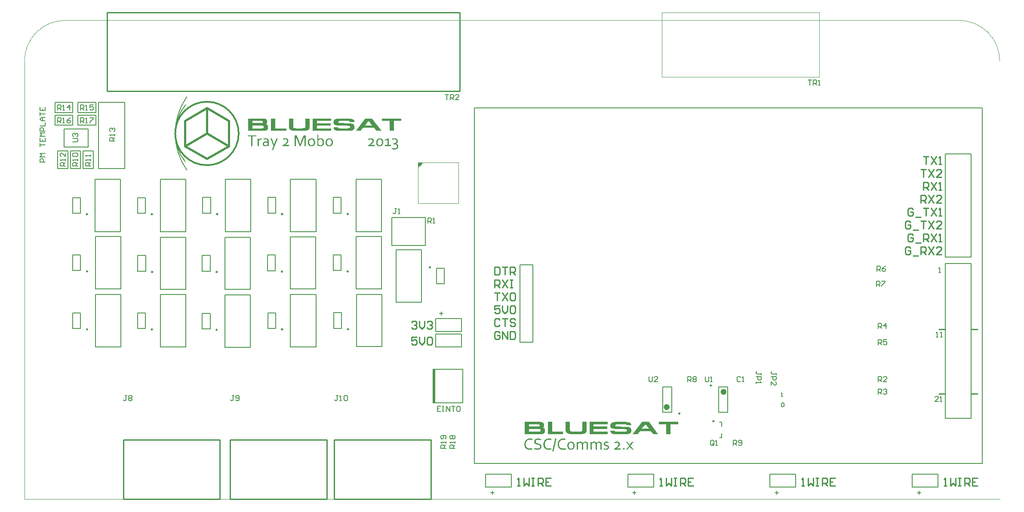
<source format=gto>
%FSLAX25Y25*%
%MOIN*%
G70*
G01*
G75*
G04 Layer_Color=65535*
%ADD10R,0.02756X0.03150*%
%ADD11O,0.06890X0.01181*%
%ADD12R,0.12598X0.07874*%
%ADD13R,0.03150X0.02756*%
%ADD14R,0.05118X0.03150*%
%ADD15R,0.05906X0.02362*%
%ADD16O,0.08661X0.02362*%
%ADD17R,0.11000X0.02900*%
%ADD18C,0.01000*%
%ADD19C,0.02000*%
%ADD20C,0.03000*%
%ADD21C,0.01181*%
%ADD22C,0.01800*%
%ADD23C,0.00100*%
%ADD24C,0.07874*%
%ADD25R,0.05906X0.05906*%
%ADD26C,0.05906*%
%ADD27C,0.07087*%
%ADD28C,0.19685*%
%ADD29C,0.16535*%
%ADD30C,0.06299*%
%ADD31R,0.06299X0.06299*%
%ADD32C,0.27559*%
%ADD33C,0.23622*%
%ADD34R,0.05906X0.05906*%
G04:AMPARAMS|DCode=35|XSize=78.74mil|YSize=78.74mil|CornerRadius=19.69mil|HoleSize=0mil|Usage=FLASHONLY|Rotation=0.000|XOffset=0mil|YOffset=0mil|HoleType=Round|Shape=RoundedRectangle|*
%AMROUNDEDRECTD35*
21,1,0.07874,0.03937,0,0,0.0*
21,1,0.03937,0.07874,0,0,0.0*
1,1,0.03937,0.01969,-0.01969*
1,1,0.03937,-0.01969,-0.01969*
1,1,0.03937,-0.01969,0.01969*
1,1,0.03937,0.01969,0.01969*
%
%ADD35ROUNDEDRECTD35*%
%ADD36C,0.02362*%
%ADD37C,0.02756*%
%ADD38C,0.01969*%
%ADD39C,0.03937*%
%ADD40C,0.04000*%
%ADD41C,0.04000*%
%ADD42C,0.00787*%
%ADD43C,0.08331*%
%ADD44C,0.07543*%
%ADD45C,0.08685*%
%ADD46C,0.16520*%
%ADD47C,0.17779*%
%ADD48C,0.16205*%
G04:AMPARAMS|DCode=49|XSize=95.433mil|YSize=95.433mil|CornerRadius=0mil|HoleSize=0mil|Usage=FLASHONLY|Rotation=0.000|XOffset=0mil|YOffset=0mil|HoleType=Round|Shape=Relief|Width=10mil|Gap=10mil|Entries=4|*
%AMTHD49*
7,0,0,0.09543,0.07543,0.01000,45*
%
%ADD49THD49*%
%ADD50C,0.16598*%
%ADD51C,0.07937*%
%ADD52C,0.15811*%
%ADD53C,0.05181*%
G04:AMPARAMS|DCode=54|XSize=71.811mil|YSize=71.811mil|CornerRadius=0mil|HoleSize=0mil|Usage=FLASHONLY|Rotation=0.000|XOffset=0mil|YOffset=0mil|HoleType=Round|Shape=Relief|Width=10mil|Gap=10mil|Entries=4|*
%AMTHD54*
7,0,0,0.07181,0.05181,0.01000,45*
%
%ADD54THD54*%
%ADD55C,0.05969*%
G04:AMPARAMS|DCode=56|XSize=79.685mil|YSize=79.685mil|CornerRadius=0mil|HoleSize=0mil|Usage=FLASHONLY|Rotation=0.000|XOffset=0mil|YOffset=0mil|HoleType=Round|Shape=Relief|Width=10mil|Gap=10mil|Entries=4|*
%AMTHD56*
7,0,0,0.07969,0.05969,0.01000,45*
%
%ADD56THD56*%
%ADD57C,0.01772*%
%ADD58C,0.00984*%
%ADD59C,0.02362*%
%ADD60C,0.00394*%
%ADD61C,0.01575*%
%ADD62C,0.00750*%
%ADD63C,0.00500*%
G36*
X-277573Y-348425D02*
X-281464D01*
X-283180Y-346119D01*
X-291640D01*
X-293334Y-348425D01*
X-297247D01*
X-290034Y-338840D01*
X-284754D01*
X-277573Y-348425D01*
D02*
G37*
G36*
X-262020Y-340785D02*
X-267889D01*
Y-348425D01*
X-271212D01*
Y-340785D01*
X-277092D01*
Y-338840D01*
X-262020D01*
Y-340785D01*
D02*
G37*
G36*
X-332988Y-345015D02*
Y-345037D01*
Y-345103D01*
X-332999Y-345201D01*
X-333010Y-345321D01*
X-333021Y-345485D01*
X-333054Y-345660D01*
X-333087Y-345857D01*
X-333141Y-346064D01*
X-333207Y-346283D01*
X-333283Y-346501D01*
X-333382Y-346731D01*
X-333502Y-346950D01*
X-333644Y-347157D01*
X-333808Y-347354D01*
X-333994Y-347529D01*
X-334213Y-347682D01*
X-334224Y-347693D01*
X-334267Y-347715D01*
X-334344Y-347747D01*
X-334453Y-347802D01*
X-334595Y-347857D01*
X-334770Y-347912D01*
X-334978Y-347988D01*
X-335229Y-348054D01*
X-335513Y-348119D01*
X-335841Y-348185D01*
X-336202Y-348250D01*
X-336606Y-348305D01*
X-337054Y-348360D01*
X-337295Y-348381D01*
X-337546Y-348392D01*
X-337808Y-348403D01*
X-338082Y-348414D01*
X-338366Y-348425D01*
X-343820D01*
X-343897Y-348414D01*
X-344104D01*
X-344356Y-348403D01*
X-344640Y-348381D01*
X-344957Y-348360D01*
X-345296Y-348327D01*
X-345645Y-348283D01*
X-346006Y-348229D01*
X-346378Y-348174D01*
X-346727Y-348097D01*
X-347077Y-347999D01*
X-347394Y-347901D01*
X-347689Y-347780D01*
X-347952Y-347638D01*
X-347962Y-347627D01*
X-348006Y-347605D01*
X-348072Y-347551D01*
X-348148Y-347485D01*
X-348247Y-347398D01*
X-348356Y-347288D01*
X-348476Y-347168D01*
X-348596Y-347015D01*
X-348717Y-346840D01*
X-348837Y-346655D01*
X-348946Y-346436D01*
X-349045Y-346196D01*
X-349121Y-345944D01*
X-349187Y-345660D01*
X-349230Y-345343D01*
X-349241Y-345015D01*
Y-338840D01*
X-345908D01*
Y-344796D01*
Y-344807D01*
Y-344840D01*
Y-344895D01*
X-345897Y-344960D01*
X-345886Y-345037D01*
X-345875Y-345135D01*
X-345820Y-345343D01*
X-345744Y-345562D01*
X-345689Y-345682D01*
X-345634Y-345791D01*
X-345558Y-345889D01*
X-345470Y-345988D01*
X-345372Y-346075D01*
X-345252Y-346152D01*
X-345241D01*
X-345219Y-346163D01*
X-345175Y-346184D01*
X-345121Y-346206D01*
X-345044Y-346228D01*
X-344957Y-346261D01*
X-344836Y-346294D01*
X-344705Y-346327D01*
X-344552Y-346359D01*
X-344377Y-346392D01*
X-344192Y-346425D01*
X-343973Y-346447D01*
X-343733Y-346469D01*
X-343470Y-346491D01*
X-343175Y-346501D01*
X-339109D01*
X-339000Y-346491D01*
X-338858D01*
X-338705Y-346480D01*
X-338541Y-346469D01*
X-338366Y-346458D01*
X-337983Y-346414D01*
X-337612Y-346349D01*
X-337426Y-346305D01*
X-337262Y-346261D01*
X-337109Y-346206D01*
X-336978Y-346141D01*
X-336967D01*
X-336945Y-346119D01*
X-336912Y-346097D01*
X-336879Y-346064D01*
X-336770Y-345977D01*
X-336716Y-345911D01*
X-336650Y-345835D01*
X-336584Y-345747D01*
X-336530Y-345649D01*
X-336475Y-345540D01*
X-336420Y-345420D01*
X-336388Y-345277D01*
X-336355Y-345124D01*
X-336333Y-344960D01*
X-336322Y-344785D01*
Y-338840D01*
X-332988D01*
Y-345015D01*
D02*
G37*
G36*
X-369866Y-338850D02*
X-369670D01*
X-369451Y-338872D01*
X-369199Y-338883D01*
X-368937Y-338905D01*
X-368380Y-338971D01*
X-368107Y-339015D01*
X-367833Y-339069D01*
X-367571Y-339135D01*
X-367331Y-339200D01*
X-367112Y-339288D01*
X-366926Y-339386D01*
X-366915Y-339397D01*
X-366882Y-339408D01*
X-366839Y-339441D01*
X-366784Y-339485D01*
X-366707Y-339550D01*
X-366631Y-339627D01*
X-366554Y-339714D01*
X-366467Y-339812D01*
X-366379Y-339933D01*
X-366303Y-340075D01*
X-366216Y-340228D01*
X-366150Y-340392D01*
X-366095Y-340578D01*
X-366052Y-340774D01*
X-366019Y-340993D01*
X-366008Y-341233D01*
Y-341244D01*
Y-341288D01*
Y-341343D01*
Y-341419D01*
X-366019Y-341517D01*
Y-341627D01*
X-366041Y-341867D01*
X-366073Y-342129D01*
X-366117Y-342381D01*
X-366139Y-342501D01*
X-366172Y-342610D01*
X-366216Y-342709D01*
X-366259Y-342796D01*
X-366270Y-342807D01*
X-366303Y-342851D01*
X-366358Y-342905D01*
X-366434Y-342982D01*
X-366554Y-343070D01*
X-366697Y-343157D01*
X-366893Y-343255D01*
X-367003Y-343299D01*
X-367123Y-343343D01*
X-367112D01*
X-367079Y-343354D01*
X-367035D01*
X-366970Y-343365D01*
X-366893Y-343387D01*
X-366806Y-343408D01*
X-366609Y-343452D01*
X-366390Y-343529D01*
X-366172Y-343627D01*
X-365964Y-343747D01*
X-365866Y-343813D01*
X-365789Y-343889D01*
X-365778Y-343900D01*
X-365768Y-343911D01*
X-365746Y-343944D01*
X-365702Y-343988D01*
X-365669Y-344053D01*
X-365625Y-344119D01*
X-365571Y-344206D01*
X-365527Y-344305D01*
X-365472Y-344414D01*
X-365429Y-344545D01*
X-365385Y-344687D01*
X-365341Y-344840D01*
X-365308Y-345015D01*
X-365286Y-345201D01*
X-365276Y-345398D01*
X-365265Y-345616D01*
Y-345638D01*
Y-345682D01*
Y-345758D01*
X-365276Y-345868D01*
X-365286Y-345988D01*
X-365308Y-346141D01*
X-365341Y-346294D01*
X-365374Y-346469D01*
X-365418Y-346644D01*
X-365472Y-346829D01*
X-365538Y-347004D01*
X-365625Y-347179D01*
X-365724Y-347354D01*
X-365833Y-347518D01*
X-365964Y-347660D01*
X-366117Y-347791D01*
X-366128Y-347802D01*
X-366161Y-347813D01*
X-366205Y-347846D01*
X-366281Y-347890D01*
X-366379Y-347933D01*
X-366500Y-347988D01*
X-366642Y-348054D01*
X-366817Y-348108D01*
X-367003Y-348163D01*
X-367221Y-348229D01*
X-367473Y-348283D01*
X-367746Y-348327D01*
X-368041Y-348371D01*
X-368380Y-348392D01*
X-368729Y-348414D01*
X-369123Y-348425D01*
X-380916D01*
Y-338840D01*
X-370030D01*
X-369866Y-338850D01*
D02*
G37*
G36*
X-359767Y-346501D02*
X-351176D01*
Y-348425D01*
X-363122D01*
Y-338840D01*
X-359767D01*
Y-346501D01*
D02*
G37*
G36*
X-316550Y-340741D02*
X-327491D01*
Y-342512D01*
X-316899D01*
Y-344436D01*
X-327491D01*
Y-346501D01*
X-316550D01*
Y-348425D01*
X-330813D01*
Y-338840D01*
X-316550D01*
Y-340741D01*
D02*
G37*
G36*
X-540844Y-119647D02*
X-540833D01*
X-540822Y-119635D01*
X-540778Y-119592D01*
X-540702Y-119526D01*
X-540614Y-119450D01*
X-540505Y-119373D01*
X-540374Y-119286D01*
X-540232Y-119198D01*
X-540079Y-119122D01*
X-540057Y-119111D01*
X-540002Y-119089D01*
X-539915Y-119056D01*
X-539794Y-119023D01*
X-539652Y-118991D01*
X-539489Y-118958D01*
X-539303Y-118936D01*
X-539106Y-118925D01*
X-539008D01*
X-538942Y-118936D01*
X-538865D01*
X-538767Y-118947D01*
X-538559Y-118991D01*
X-538549D01*
X-538505Y-119002D01*
X-538450Y-119012D01*
X-538374Y-119034D01*
X-538286Y-119067D01*
X-538188Y-119100D01*
X-537980Y-119187D01*
X-537969Y-119198D01*
X-537936Y-119209D01*
X-537871Y-119242D01*
X-537805Y-119286D01*
X-537718Y-119330D01*
X-537630Y-119395D01*
X-537434Y-119548D01*
X-537423Y-119559D01*
X-537390Y-119592D01*
X-537335Y-119635D01*
X-537270Y-119701D01*
X-537193Y-119789D01*
X-537117Y-119887D01*
X-537040Y-119996D01*
X-536964Y-120116D01*
X-536953Y-120127D01*
X-536931Y-120171D01*
X-536887Y-120248D01*
X-536843Y-120335D01*
X-536789Y-120455D01*
X-536734Y-120586D01*
X-536679Y-120739D01*
X-536636Y-120914D01*
X-536625Y-120936D01*
X-536614Y-120991D01*
X-536592Y-121089D01*
X-536570Y-121220D01*
X-536548Y-121373D01*
X-536537Y-121559D01*
X-536516Y-121756D01*
Y-121975D01*
Y-121985D01*
Y-122007D01*
Y-122051D01*
Y-122117D01*
X-536526Y-122193D01*
Y-122270D01*
X-536548Y-122466D01*
X-536570Y-122696D01*
X-536614Y-122947D01*
X-536668Y-123188D01*
X-536745Y-123428D01*
Y-123439D01*
X-536756Y-123450D01*
X-536767Y-123483D01*
X-536789Y-123527D01*
X-536833Y-123647D01*
X-536909Y-123789D01*
X-536996Y-123942D01*
X-537095Y-124117D01*
X-537215Y-124281D01*
X-537346Y-124445D01*
X-537368Y-124467D01*
X-537412Y-124510D01*
X-537488Y-124576D01*
X-537587Y-124663D01*
X-537718Y-124762D01*
X-537860Y-124860D01*
X-538024Y-124948D01*
X-538199Y-125035D01*
X-538221Y-125046D01*
X-538275Y-125068D01*
X-538374Y-125090D01*
X-538494Y-125122D01*
X-538647Y-125166D01*
X-538811Y-125188D01*
X-538997Y-125210D01*
X-539182Y-125221D01*
X-539248D01*
X-539314Y-125210D01*
X-539412D01*
X-539510Y-125199D01*
X-539631Y-125177D01*
X-539860Y-125122D01*
X-539871D01*
X-539904Y-125111D01*
X-539969Y-125090D01*
X-540035Y-125057D01*
X-540199Y-124991D01*
X-540363Y-124904D01*
X-540374Y-124893D01*
X-540396Y-124882D01*
X-540428Y-124849D01*
X-540472Y-124816D01*
X-540582Y-124729D01*
X-540691Y-124630D01*
Y-124620D01*
X-540713Y-124609D01*
X-540756Y-124543D01*
X-540811Y-124478D01*
X-540855Y-124401D01*
X-540877D01*
X-541084Y-125068D01*
X-541817D01*
Y-115952D01*
X-540844D01*
Y-119647D01*
D02*
G37*
G36*
X-532242Y-118936D02*
X-532089Y-118958D01*
X-531903Y-118980D01*
X-531706Y-119023D01*
X-531499Y-119078D01*
X-531302Y-119155D01*
X-531291D01*
X-531280Y-119166D01*
X-531215Y-119198D01*
X-531116Y-119253D01*
X-530985Y-119319D01*
X-530843Y-119417D01*
X-530701Y-119526D01*
X-530548Y-119657D01*
X-530406Y-119799D01*
X-530384Y-119821D01*
X-530340Y-119876D01*
X-530274Y-119963D01*
X-530198Y-120084D01*
X-530100Y-120226D01*
X-530012Y-120390D01*
X-529914Y-120586D01*
X-529837Y-120794D01*
Y-120805D01*
X-529826Y-120816D01*
X-529815Y-120849D01*
X-529805Y-120893D01*
X-529794Y-120947D01*
X-529772Y-121013D01*
X-529739Y-121177D01*
X-529706Y-121362D01*
X-529673Y-121581D01*
X-529651Y-121821D01*
X-529640Y-122084D01*
Y-122095D01*
Y-122117D01*
Y-122149D01*
Y-122204D01*
X-529651Y-122270D01*
Y-122335D01*
X-529662Y-122510D01*
X-529695Y-122707D01*
X-529728Y-122925D01*
X-529783Y-123155D01*
X-529848Y-123374D01*
Y-123384D01*
X-529859Y-123395D01*
X-529870Y-123428D01*
X-529881Y-123472D01*
X-529925Y-123581D01*
X-529990Y-123712D01*
X-530078Y-123865D01*
X-530165Y-124040D01*
X-530285Y-124204D01*
X-530417Y-124368D01*
X-530438Y-124390D01*
X-530482Y-124434D01*
X-530559Y-124510D01*
X-530668Y-124598D01*
X-530799Y-124696D01*
X-530952Y-124805D01*
X-531127Y-124904D01*
X-531313Y-125002D01*
X-531324D01*
X-531335Y-125013D01*
X-531400Y-125035D01*
X-531510Y-125068D01*
X-531652Y-125111D01*
X-531826Y-125155D01*
X-532023Y-125188D01*
X-532231Y-125210D01*
X-532471Y-125221D01*
X-532581D01*
X-532712Y-125210D01*
X-532865Y-125188D01*
X-533051Y-125166D01*
X-533258Y-125133D01*
X-533466Y-125079D01*
X-533663Y-125002D01*
X-533674D01*
X-533685Y-124991D01*
X-533750Y-124958D01*
X-533849Y-124904D01*
X-533969Y-124838D01*
X-534111Y-124751D01*
X-534264Y-124642D01*
X-534417Y-124510D01*
X-534559Y-124368D01*
X-534570Y-124346D01*
X-534625Y-124292D01*
X-534690Y-124204D01*
X-534767Y-124084D01*
X-534865Y-123942D01*
X-534952Y-123778D01*
X-535051Y-123581D01*
X-535127Y-123374D01*
Y-123363D01*
X-535138Y-123352D01*
X-535149Y-123319D01*
X-535160Y-123275D01*
X-535171Y-123221D01*
X-535182Y-123155D01*
X-535215Y-122991D01*
X-535259Y-122805D01*
X-535280Y-122587D01*
X-535302Y-122346D01*
X-535313Y-122084D01*
Y-122073D01*
Y-122051D01*
Y-122018D01*
Y-121964D01*
X-535302Y-121898D01*
Y-121832D01*
X-535291Y-121658D01*
X-535269Y-121461D01*
X-535226Y-121242D01*
X-535182Y-121013D01*
X-535116Y-120794D01*
Y-120783D01*
X-535106Y-120772D01*
X-535095Y-120739D01*
X-535084Y-120696D01*
X-535029Y-120586D01*
X-534974Y-120455D01*
X-534887Y-120291D01*
X-534789Y-120127D01*
X-534679Y-119963D01*
X-534548Y-119799D01*
X-534526Y-119778D01*
X-534482Y-119734D01*
X-534406Y-119657D01*
X-534297Y-119559D01*
X-534165Y-119461D01*
X-534013Y-119351D01*
X-533838Y-119253D01*
X-533652Y-119155D01*
X-533641D01*
X-533630Y-119144D01*
X-533597Y-119133D01*
X-533564Y-119122D01*
X-533455Y-119078D01*
X-533313Y-119034D01*
X-533138Y-119002D01*
X-532941Y-118958D01*
X-532723Y-118936D01*
X-532482Y-118925D01*
X-532373D01*
X-532242Y-118936D01*
D02*
G37*
G36*
X-493113D02*
X-492948Y-118958D01*
X-492763Y-118980D01*
X-492577Y-119023D01*
X-492369Y-119089D01*
X-492172Y-119166D01*
X-492162D01*
X-492151Y-119176D01*
X-492085Y-119209D01*
X-491987Y-119264D01*
X-491866Y-119340D01*
X-491735Y-119439D01*
X-491593Y-119548D01*
X-491451Y-119679D01*
X-491309Y-119832D01*
X-491298Y-119854D01*
X-491254Y-119909D01*
X-491189Y-119996D01*
X-491112Y-120116D01*
X-491025Y-120270D01*
X-490937Y-120433D01*
X-490861Y-120630D01*
X-490784Y-120838D01*
Y-120849D01*
X-490773Y-120860D01*
X-490763Y-120893D01*
X-490752Y-120936D01*
X-490730Y-121056D01*
X-490686Y-121209D01*
X-490653Y-121395D01*
X-490631Y-121603D01*
X-490610Y-121832D01*
X-490599Y-122084D01*
Y-122095D01*
Y-122117D01*
Y-122149D01*
Y-122193D01*
Y-122259D01*
X-490610Y-122324D01*
X-490620Y-122488D01*
X-490642Y-122685D01*
X-490675Y-122893D01*
X-490719Y-123111D01*
X-490784Y-123330D01*
Y-123341D01*
X-490795Y-123352D01*
X-490806Y-123384D01*
X-490817Y-123428D01*
X-490861Y-123538D01*
X-490927Y-123669D01*
X-491003Y-123833D01*
X-491090Y-123997D01*
X-491200Y-124171D01*
X-491331Y-124335D01*
X-491342Y-124357D01*
X-491397Y-124401D01*
X-491473Y-124478D01*
X-491571Y-124576D01*
X-491692Y-124674D01*
X-491845Y-124784D01*
X-492008Y-124893D01*
X-492194Y-124991D01*
X-492216Y-125002D01*
X-492282Y-125024D01*
X-492391Y-125068D01*
X-492522Y-125101D01*
X-492697Y-125144D01*
X-492894Y-125188D01*
X-493113Y-125210D01*
X-493342Y-125221D01*
X-493451D01*
X-493582Y-125210D01*
X-493736Y-125188D01*
X-493921Y-125166D01*
X-494118Y-125122D01*
X-494326Y-125068D01*
X-494522Y-124991D01*
X-494533D01*
X-494544Y-124980D01*
X-494610Y-124948D01*
X-494708Y-124893D01*
X-494818Y-124816D01*
X-494960Y-124729D01*
X-495102Y-124609D01*
X-495244Y-124478D01*
X-495386Y-124335D01*
X-495397Y-124314D01*
X-495441Y-124259D01*
X-495506Y-124171D01*
X-495583Y-124051D01*
X-495670Y-123898D01*
X-495757Y-123734D01*
X-495834Y-123538D01*
X-495911Y-123330D01*
Y-123319D01*
X-495922Y-123308D01*
Y-123275D01*
X-495932Y-123231D01*
X-495965Y-123111D01*
X-495998Y-122958D01*
X-496031Y-122772D01*
X-496053Y-122565D01*
X-496074Y-122324D01*
X-496085Y-122084D01*
Y-122073D01*
Y-122051D01*
Y-122018D01*
Y-121964D01*
X-496074Y-121909D01*
Y-121843D01*
X-496064Y-121669D01*
X-496042Y-121483D01*
X-496009Y-121275D01*
X-495965Y-121056D01*
X-495911Y-120838D01*
Y-120827D01*
X-495900Y-120816D01*
X-495889Y-120783D01*
X-495878Y-120739D01*
X-495834Y-120630D01*
X-495768Y-120499D01*
X-495703Y-120335D01*
X-495605Y-120171D01*
X-495495Y-119996D01*
X-495375Y-119832D01*
X-495353Y-119810D01*
X-495309Y-119767D01*
X-495233Y-119679D01*
X-495134Y-119592D01*
X-495003Y-119483D01*
X-494861Y-119373D01*
X-494697Y-119264D01*
X-494512Y-119166D01*
X-494501D01*
X-494490Y-119155D01*
X-494457Y-119144D01*
X-494424Y-119133D01*
X-494315Y-119089D01*
X-494173Y-119045D01*
X-493998Y-119002D01*
X-493801Y-118958D01*
X-493582Y-118936D01*
X-493342Y-118925D01*
X-493233D01*
X-493113Y-118936D01*
D02*
G37*
G36*
X-303106Y-338850D02*
X-303018D01*
X-302800Y-338861D01*
X-302548Y-338872D01*
X-302275Y-338894D01*
X-301969Y-338927D01*
X-301663Y-338960D01*
X-301346Y-339003D01*
X-301018Y-339058D01*
X-300701Y-339124D01*
X-300384Y-339200D01*
X-300089Y-339288D01*
X-299805Y-339386D01*
X-299553Y-339506D01*
X-299543Y-339517D01*
X-299499Y-339539D01*
X-299433Y-339572D01*
X-299357Y-339627D01*
X-299258Y-339703D01*
X-299149Y-339791D01*
X-299040Y-339889D01*
X-298920Y-340009D01*
X-298799Y-340151D01*
X-298690Y-340304D01*
X-298581Y-340468D01*
X-298482Y-340654D01*
X-298406Y-340851D01*
X-298340Y-341069D01*
X-298297Y-341310D01*
X-298286Y-341561D01*
X-301882D01*
Y-341550D01*
Y-341539D01*
Y-341485D01*
X-301904Y-341408D01*
X-301925Y-341299D01*
X-301969Y-341200D01*
X-302024Y-341091D01*
X-302111Y-340993D01*
X-302220Y-340916D01*
X-302231Y-340905D01*
X-302286Y-340883D01*
X-302330Y-340873D01*
X-302374Y-340862D01*
X-302439Y-340840D01*
X-302516Y-340829D01*
X-302603Y-340807D01*
X-302701Y-340796D01*
X-302811Y-340785D01*
X-302931Y-340763D01*
X-303073Y-340752D01*
X-303226D01*
X-303401Y-340741D01*
X-309336D01*
X-309401Y-340752D01*
X-309478D01*
X-309653Y-340763D01*
X-309850Y-340785D01*
X-310046Y-340829D01*
X-310243Y-340873D01*
X-310418Y-340938D01*
X-310440Y-340949D01*
X-310484Y-340971D01*
X-310549Y-341026D01*
X-310626Y-341091D01*
X-310702Y-341190D01*
X-310768Y-341321D01*
X-310811Y-341463D01*
X-310833Y-341649D01*
Y-341659D01*
Y-341670D01*
X-310822Y-341736D01*
X-310811Y-341824D01*
X-310779Y-341933D01*
X-310724Y-342042D01*
X-310648Y-342162D01*
X-310538Y-342261D01*
X-310385Y-342337D01*
X-310374D01*
X-310320Y-342359D01*
X-310232Y-342370D01*
X-310112Y-342392D01*
X-309948Y-342414D01*
X-309860Y-342425D01*
X-309751Y-342436D01*
X-309631Y-342446D01*
X-309500D01*
X-309358Y-342457D01*
X-309205D01*
X-303018Y-342632D01*
X-302778D01*
X-302603Y-342643D01*
X-302384D01*
X-302144Y-342654D01*
X-301882Y-342676D01*
X-301597Y-342698D01*
X-301313Y-342720D01*
X-301007Y-342753D01*
X-300712Y-342796D01*
X-300428Y-342840D01*
X-300155Y-342895D01*
X-299892Y-342960D01*
X-299663Y-343037D01*
X-299466Y-343124D01*
X-299455Y-343135D01*
X-299411Y-343157D01*
X-299357Y-343190D01*
X-299280Y-343244D01*
X-299193Y-343321D01*
X-299083Y-343408D01*
X-298985Y-343518D01*
X-298865Y-343649D01*
X-298756Y-343802D01*
X-298646Y-343977D01*
X-298548Y-344173D01*
X-298461Y-344392D01*
X-298384Y-344633D01*
X-298329Y-344895D01*
X-298286Y-345190D01*
X-298275Y-345518D01*
Y-345540D01*
Y-345583D01*
X-298286Y-345671D01*
Y-345769D01*
X-298307Y-345900D01*
X-298329Y-346042D01*
X-298362Y-346206D01*
X-298406Y-346381D01*
X-298461Y-346567D01*
X-298537Y-346753D01*
X-298614Y-346939D01*
X-298723Y-347125D01*
X-298843Y-347299D01*
X-298985Y-347463D01*
X-299149Y-347616D01*
X-299335Y-347759D01*
X-299346Y-347769D01*
X-299390Y-347791D01*
X-299444Y-347824D01*
X-299543Y-347857D01*
X-299652Y-347912D01*
X-299805Y-347966D01*
X-299980Y-348032D01*
X-300177Y-348086D01*
X-300417Y-348152D01*
X-300679Y-348218D01*
X-300974Y-348272D01*
X-301313Y-348316D01*
X-301674Y-348360D01*
X-302067Y-348392D01*
X-302494Y-348414D01*
X-302964Y-348425D01*
X-310134D01*
X-310309Y-348414D01*
X-310516Y-348403D01*
X-310757Y-348392D01*
X-311030Y-348371D01*
X-311314Y-348349D01*
X-311609Y-348316D01*
X-311915Y-348272D01*
X-312221Y-348218D01*
X-312516Y-348152D01*
X-312801Y-348086D01*
X-313074Y-347999D01*
X-313314Y-347901D01*
X-313533Y-347791D01*
X-313544Y-347780D01*
X-313577Y-347759D01*
X-313631Y-347726D01*
X-313697Y-347671D01*
X-313773Y-347594D01*
X-313861Y-347507D01*
X-313959Y-347409D01*
X-314047Y-347288D01*
X-314145Y-347146D01*
X-314243Y-346993D01*
X-314331Y-346829D01*
X-314407Y-346633D01*
X-314473Y-346436D01*
X-314528Y-346206D01*
X-314560Y-345966D01*
X-314571Y-345704D01*
X-311172Y-345715D01*
Y-345725D01*
X-311161Y-345769D01*
X-311150Y-345835D01*
X-311118Y-345911D01*
X-311063Y-346010D01*
X-310986Y-346097D01*
X-310877Y-346196D01*
X-310724Y-346283D01*
X-310702Y-346294D01*
X-310636Y-346316D01*
X-310538Y-346349D01*
X-310407Y-346392D01*
X-310232Y-346436D01*
X-310024Y-346469D01*
X-309795Y-346491D01*
X-309533Y-346501D01*
X-303762D01*
X-303663Y-346491D01*
X-303554D01*
X-303434Y-346480D01*
X-303303D01*
X-303029Y-346458D01*
X-302756Y-346414D01*
X-302494Y-346370D01*
X-302374Y-346338D01*
X-302275Y-346305D01*
X-302264D01*
X-302253Y-346294D01*
X-302199Y-346261D01*
X-302111Y-346206D01*
X-302013Y-346130D01*
X-301925Y-346031D01*
X-301838Y-345889D01*
X-301783Y-345736D01*
X-301761Y-345638D01*
Y-345540D01*
Y-345529D01*
Y-345518D01*
X-301772Y-345452D01*
X-301783Y-345354D01*
X-301816Y-345234D01*
X-301871Y-345113D01*
X-301947Y-344982D01*
X-302057Y-344862D01*
X-302209Y-344764D01*
X-302220D01*
X-302231Y-344753D01*
X-302264Y-344742D01*
X-302308Y-344720D01*
X-302374Y-344698D01*
X-302450Y-344676D01*
X-302537Y-344643D01*
X-302636Y-344622D01*
X-302756Y-344600D01*
X-302898Y-344567D01*
X-303051Y-344545D01*
X-303215Y-344523D01*
X-303412Y-344501D01*
X-303609Y-344490D01*
X-303838Y-344479D01*
X-304079D01*
X-309434Y-344326D01*
X-309817D01*
X-309926Y-344316D01*
X-310167D01*
X-310440Y-344305D01*
X-310746Y-344294D01*
X-311074Y-344272D01*
X-311402Y-344250D01*
X-311740Y-344217D01*
X-312079Y-344184D01*
X-312407Y-344141D01*
X-312713Y-344086D01*
X-312986Y-344031D01*
X-313238Y-343955D01*
X-313347Y-343922D01*
X-313446Y-343878D01*
X-313457Y-343867D01*
X-313500Y-343857D01*
X-313555Y-343813D01*
X-313631Y-343769D01*
X-313719Y-343703D01*
X-313817Y-343616D01*
X-313915Y-343518D01*
X-314025Y-343387D01*
X-314134Y-343255D01*
X-314232Y-343091D01*
X-314331Y-342905D01*
X-314418Y-342698D01*
X-314495Y-342468D01*
X-314549Y-342217D01*
X-314593Y-341933D01*
X-314604Y-341627D01*
Y-341605D01*
Y-341561D01*
X-314593Y-341485D01*
X-314582Y-341375D01*
X-314571Y-341255D01*
X-314539Y-341113D01*
X-314506Y-340960D01*
X-314462Y-340785D01*
X-314397Y-340610D01*
X-314320Y-340435D01*
X-314232Y-340250D01*
X-314123Y-340075D01*
X-313992Y-339911D01*
X-313839Y-339747D01*
X-313653Y-339605D01*
X-313457Y-339474D01*
X-313446Y-339463D01*
X-313402Y-339441D01*
X-313336Y-339419D01*
X-313238Y-339375D01*
X-313107Y-339331D01*
X-312943Y-339277D01*
X-312757Y-339211D01*
X-312538Y-339157D01*
X-312287Y-339102D01*
X-312003Y-339036D01*
X-311686Y-338982D01*
X-311325Y-338938D01*
X-310943Y-338894D01*
X-310527Y-338861D01*
X-310068Y-338850D01*
X-309576Y-338840D01*
X-303193D01*
X-303106Y-338850D01*
D02*
G37*
G36*
X-481658Y-118936D02*
X-481516Y-118947D01*
X-481341Y-118969D01*
X-481166Y-118991D01*
X-480980Y-119034D01*
X-480794Y-119089D01*
X-480783D01*
X-480772Y-119100D01*
X-480718Y-119122D01*
X-480619Y-119155D01*
X-480510Y-119209D01*
X-480390Y-119275D01*
X-480248Y-119351D01*
X-480117Y-119450D01*
X-479986Y-119559D01*
X-479975Y-119570D01*
X-479931Y-119614D01*
X-479876Y-119668D01*
X-479800Y-119756D01*
X-479723Y-119854D01*
X-479636Y-119974D01*
X-479559Y-120116D01*
X-479483Y-120258D01*
X-479472Y-120280D01*
X-479450Y-120324D01*
X-479428Y-120412D01*
X-479384Y-120521D01*
X-479352Y-120652D01*
X-479330Y-120794D01*
X-479308Y-120969D01*
X-479297Y-121144D01*
Y-121155D01*
Y-121198D01*
Y-121264D01*
X-479308Y-121341D01*
X-479319Y-121439D01*
X-479330Y-121537D01*
X-479374Y-121767D01*
Y-121778D01*
X-479384Y-121821D01*
X-479406Y-121876D01*
X-479428Y-121942D01*
X-479472Y-122029D01*
X-479516Y-122128D01*
X-479625Y-122324D01*
X-479636Y-122335D01*
X-479658Y-122368D01*
X-479690Y-122423D01*
X-479745Y-122477D01*
X-479811Y-122554D01*
X-479887Y-122630D01*
X-479975Y-122707D01*
X-480073Y-122783D01*
X-480084Y-122794D01*
X-480117Y-122816D01*
X-480182Y-122849D01*
X-480259Y-122893D01*
X-480357Y-122947D01*
X-480467Y-123002D01*
X-480598Y-123057D01*
X-480740Y-123100D01*
Y-123133D01*
X-480729D01*
X-480685Y-123144D01*
X-480619Y-123155D01*
X-480532Y-123166D01*
X-480445Y-123188D01*
X-480335Y-123221D01*
X-480106Y-123297D01*
X-480095Y-123308D01*
X-480051Y-123319D01*
X-479996Y-123352D01*
X-479920Y-123395D01*
X-479844Y-123450D01*
X-479745Y-123516D01*
X-479658Y-123592D01*
X-479570Y-123680D01*
X-479559Y-123691D01*
X-479527Y-123723D01*
X-479483Y-123778D01*
X-479428Y-123844D01*
X-479374Y-123931D01*
X-479308Y-124029D01*
X-479242Y-124150D01*
X-479188Y-124281D01*
X-479177Y-124292D01*
X-479166Y-124346D01*
X-479144Y-124412D01*
X-479111Y-124510D01*
X-479078Y-124642D01*
X-479057Y-124784D01*
X-479046Y-124937D01*
X-479035Y-125111D01*
Y-125122D01*
Y-125133D01*
Y-125166D01*
Y-125210D01*
X-479046Y-125319D01*
X-479057Y-125461D01*
X-479078Y-125625D01*
X-479122Y-125800D01*
X-479166Y-125975D01*
X-479231Y-126161D01*
X-479242Y-126183D01*
X-479264Y-126237D01*
X-479319Y-126325D01*
X-479374Y-126434D01*
X-479461Y-126565D01*
X-479559Y-126696D01*
X-479679Y-126838D01*
X-479811Y-126970D01*
X-479833Y-126980D01*
X-479876Y-127024D01*
X-479953Y-127090D01*
X-480062Y-127155D01*
X-480204Y-127243D01*
X-480357Y-127330D01*
X-480543Y-127407D01*
X-480740Y-127483D01*
X-480751D01*
X-480762Y-127494D01*
X-480794Y-127505D01*
X-480838Y-127516D01*
X-480958Y-127538D01*
X-481111Y-127571D01*
X-481297Y-127614D01*
X-481516Y-127636D01*
X-481767Y-127658D01*
X-482029Y-127669D01*
X-482117D01*
X-482215Y-127658D01*
X-482346D01*
X-482488Y-127647D01*
X-482653Y-127625D01*
X-483002Y-127571D01*
X-483024D01*
X-483079Y-127549D01*
X-483166Y-127527D01*
X-483276Y-127494D01*
X-483407Y-127461D01*
X-483538Y-127418D01*
X-483822Y-127297D01*
Y-126467D01*
X-483800Y-126478D01*
X-483745Y-126500D01*
X-483658Y-126532D01*
X-483538Y-126565D01*
X-483407Y-126620D01*
X-483254Y-126663D01*
X-482937Y-126740D01*
X-482915D01*
X-482860Y-126751D01*
X-482773Y-126762D01*
X-482663Y-126784D01*
X-482532Y-126795D01*
X-482390Y-126816D01*
X-482095Y-126828D01*
X-481997D01*
X-481887Y-126816D01*
X-481756Y-126806D01*
X-481603Y-126795D01*
X-481439Y-126762D01*
X-481286Y-126729D01*
X-481133Y-126685D01*
X-481111Y-126674D01*
X-481068Y-126663D01*
X-480991Y-126631D01*
X-480904Y-126587D01*
X-480805Y-126532D01*
X-480707Y-126467D01*
X-480598Y-126390D01*
X-480510Y-126303D01*
X-480499Y-126292D01*
X-480467Y-126259D01*
X-480423Y-126215D01*
X-480379Y-126150D01*
X-480313Y-126073D01*
X-480259Y-125975D01*
X-480204Y-125876D01*
X-480160Y-125767D01*
Y-125756D01*
X-480139Y-125713D01*
X-480128Y-125658D01*
X-480106Y-125570D01*
X-480084Y-125483D01*
X-480073Y-125374D01*
X-480051Y-125133D01*
Y-125122D01*
Y-125101D01*
Y-125057D01*
X-480062Y-125002D01*
Y-124937D01*
X-480084Y-124860D01*
X-480117Y-124685D01*
X-480182Y-124488D01*
X-480281Y-124303D01*
X-480335Y-124204D01*
X-480412Y-124117D01*
X-480488Y-124040D01*
X-480587Y-123964D01*
X-480598D01*
X-480609Y-123953D01*
X-480641Y-123931D01*
X-480685Y-123909D01*
X-480740Y-123876D01*
X-480805Y-123844D01*
X-480882Y-123811D01*
X-480969Y-123778D01*
X-481068Y-123745D01*
X-481188Y-123712D01*
X-481308Y-123680D01*
X-481439Y-123647D01*
X-481592Y-123625D01*
X-481745Y-123603D01*
X-481920Y-123592D01*
X-482762D01*
Y-122751D01*
X-482281D01*
X-482183Y-122740D01*
X-482051D01*
X-481909Y-122718D01*
X-481756Y-122696D01*
X-481603Y-122674D01*
X-481450Y-122630D01*
X-481428Y-122619D01*
X-481385Y-122608D01*
X-481308Y-122576D01*
X-481221Y-122543D01*
X-481122Y-122499D01*
X-481013Y-122434D01*
X-480904Y-122368D01*
X-480805Y-122292D01*
X-480794Y-122281D01*
X-480762Y-122248D01*
X-480718Y-122204D01*
X-480663Y-122149D01*
X-480609Y-122073D01*
X-480543Y-121985D01*
X-480488Y-121887D01*
X-480434Y-121789D01*
X-480423Y-121778D01*
X-480412Y-121734D01*
X-480390Y-121679D01*
X-480368Y-121603D01*
X-480346Y-121504D01*
X-480335Y-121395D01*
X-480313Y-121275D01*
Y-121155D01*
Y-121144D01*
Y-121089D01*
X-480324Y-121024D01*
Y-120936D01*
X-480346Y-120849D01*
X-480368Y-120739D01*
X-480401Y-120630D01*
X-480445Y-120532D01*
X-480455Y-120521D01*
X-480467Y-120488D01*
X-480499Y-120444D01*
X-480543Y-120379D01*
X-480652Y-120237D01*
X-480805Y-120106D01*
X-480816Y-120095D01*
X-480849Y-120073D01*
X-480893Y-120051D01*
X-480947Y-120007D01*
X-481024Y-119963D01*
X-481122Y-119931D01*
X-481221Y-119887D01*
X-481330Y-119854D01*
X-481341D01*
X-481385Y-119843D01*
X-481439Y-119821D01*
X-481516Y-119810D01*
X-481614Y-119789D01*
X-481723Y-119778D01*
X-481975Y-119767D01*
X-482128D01*
X-482237Y-119778D01*
X-482368Y-119789D01*
X-482521Y-119810D01*
X-482838Y-119876D01*
X-482860D01*
X-482915Y-119898D01*
X-483002Y-119920D01*
X-483111Y-119942D01*
X-483243Y-119985D01*
X-483385Y-120029D01*
X-483691Y-120138D01*
Y-119308D01*
X-483680D01*
X-483669Y-119297D01*
X-483603Y-119275D01*
X-483505Y-119242D01*
X-483374Y-119187D01*
X-483221Y-119144D01*
X-483057Y-119100D01*
X-482882Y-119045D01*
X-482707Y-119012D01*
X-482685D01*
X-482631Y-119002D01*
X-482543Y-118980D01*
X-482423Y-118969D01*
X-482303Y-118947D01*
X-482161Y-118936D01*
X-481876Y-118925D01*
X-481778D01*
X-481658Y-118936D01*
D02*
G37*
G36*
X-546025D02*
X-545872Y-118958D01*
X-545686Y-118980D01*
X-545489Y-119023D01*
X-545281Y-119078D01*
X-545085Y-119155D01*
X-545074D01*
X-545063Y-119166D01*
X-544997Y-119198D01*
X-544899Y-119253D01*
X-544768Y-119319D01*
X-544626Y-119417D01*
X-544484Y-119526D01*
X-544331Y-119657D01*
X-544188Y-119799D01*
X-544167Y-119821D01*
X-544123Y-119876D01*
X-544057Y-119963D01*
X-543981Y-120084D01*
X-543882Y-120226D01*
X-543795Y-120390D01*
X-543696Y-120586D01*
X-543620Y-120794D01*
Y-120805D01*
X-543609Y-120816D01*
X-543598Y-120849D01*
X-543587Y-120893D01*
X-543576Y-120947D01*
X-543554Y-121013D01*
X-543522Y-121177D01*
X-543489Y-121362D01*
X-543456Y-121581D01*
X-543434Y-121821D01*
X-543423Y-122084D01*
Y-122095D01*
Y-122117D01*
Y-122149D01*
Y-122204D01*
X-543434Y-122270D01*
Y-122335D01*
X-543445Y-122510D01*
X-543478Y-122707D01*
X-543511Y-122925D01*
X-543565Y-123155D01*
X-543631Y-123374D01*
Y-123384D01*
X-543642Y-123395D01*
X-543653Y-123428D01*
X-543664Y-123472D01*
X-543707Y-123581D01*
X-543773Y-123712D01*
X-543860Y-123865D01*
X-543948Y-124040D01*
X-544068Y-124204D01*
X-544199Y-124368D01*
X-544221Y-124390D01*
X-544265Y-124434D01*
X-544341Y-124510D01*
X-544451Y-124598D01*
X-544582Y-124696D01*
X-544735Y-124805D01*
X-544910Y-124904D01*
X-545096Y-125002D01*
X-545107D01*
X-545117Y-125013D01*
X-545183Y-125035D01*
X-545292Y-125068D01*
X-545434Y-125111D01*
X-545609Y-125155D01*
X-545806Y-125188D01*
X-546014Y-125210D01*
X-546254Y-125221D01*
X-546363D01*
X-546495Y-125210D01*
X-546648Y-125188D01*
X-546833Y-125166D01*
X-547041Y-125133D01*
X-547249Y-125079D01*
X-547445Y-125002D01*
X-547456D01*
X-547467Y-124991D01*
X-547533Y-124958D01*
X-547631Y-124904D01*
X-547752Y-124838D01*
X-547894Y-124751D01*
X-548047Y-124642D01*
X-548200Y-124510D01*
X-548342Y-124368D01*
X-548353Y-124346D01*
X-548407Y-124292D01*
X-548473Y-124204D01*
X-548549Y-124084D01*
X-548648Y-123942D01*
X-548735Y-123778D01*
X-548834Y-123581D01*
X-548910Y-123374D01*
Y-123363D01*
X-548921Y-123352D01*
X-548932Y-123319D01*
X-548943Y-123275D01*
X-548954Y-123221D01*
X-548965Y-123155D01*
X-548998Y-122991D01*
X-549041Y-122805D01*
X-549063Y-122587D01*
X-549085Y-122346D01*
X-549096Y-122084D01*
Y-122073D01*
Y-122051D01*
Y-122018D01*
Y-121964D01*
X-549085Y-121898D01*
Y-121832D01*
X-549074Y-121658D01*
X-549052Y-121461D01*
X-549009Y-121242D01*
X-548965Y-121013D01*
X-548899Y-120794D01*
Y-120783D01*
X-548888Y-120772D01*
X-548877Y-120739D01*
X-548866Y-120696D01*
X-548812Y-120586D01*
X-548757Y-120455D01*
X-548670Y-120291D01*
X-548571Y-120127D01*
X-548462Y-119963D01*
X-548331Y-119799D01*
X-548309Y-119778D01*
X-548265Y-119734D01*
X-548189Y-119657D01*
X-548079Y-119559D01*
X-547948Y-119461D01*
X-547795Y-119351D01*
X-547620Y-119253D01*
X-547435Y-119155D01*
X-547424D01*
X-547413Y-119144D01*
X-547380Y-119133D01*
X-547347Y-119122D01*
X-547238Y-119078D01*
X-547096Y-119034D01*
X-546921Y-119002D01*
X-546724Y-118958D01*
X-546505Y-118936D01*
X-546265Y-118925D01*
X-546156D01*
X-546025Y-118936D01*
D02*
G37*
G36*
X-303586Y-360304D02*
X-304778D01*
Y-359080D01*
X-303586D01*
Y-360304D01*
D02*
G37*
G36*
X-298996Y-357287D02*
X-296733Y-360304D01*
X-297793D01*
X-299542Y-357921D01*
X-299564D01*
X-301291Y-360304D01*
X-302351D01*
X-300089Y-357265D01*
X-302264Y-354325D01*
X-301192D01*
X-299542Y-356631D01*
X-299520D01*
X-297892Y-354325D01*
X-296820D01*
X-298996Y-357287D01*
D02*
G37*
G36*
X-333698Y-354172D02*
X-333600Y-354183D01*
X-333491Y-354205D01*
X-333239Y-354260D01*
X-333228D01*
X-333185Y-354281D01*
X-333108Y-354303D01*
X-333032Y-354336D01*
X-332933Y-354380D01*
X-332824Y-354434D01*
X-332704Y-354500D01*
X-332594Y-354588D01*
X-332583Y-354598D01*
X-332540Y-354631D01*
X-332485Y-354686D01*
X-332419Y-354751D01*
X-332332Y-354850D01*
X-332256Y-354959D01*
X-332168Y-355090D01*
X-332092Y-355232D01*
X-332081Y-355254D01*
X-332059Y-355309D01*
X-332026Y-355396D01*
X-331993Y-355517D01*
X-331960Y-355680D01*
X-331928Y-355855D01*
X-331906Y-356074D01*
X-331895Y-356304D01*
Y-360304D01*
X-332868D01*
Y-356468D01*
Y-356446D01*
Y-356402D01*
Y-356325D01*
X-332879Y-356238D01*
X-332890Y-356129D01*
X-332900Y-356019D01*
X-332922Y-355910D01*
X-332955Y-355801D01*
Y-355790D01*
X-332966Y-355757D01*
X-332988Y-355702D01*
X-333021Y-355637D01*
X-333097Y-355495D01*
X-333207Y-355353D01*
X-333217Y-355342D01*
X-333239Y-355320D01*
X-333272Y-355287D01*
X-333316Y-355254D01*
X-333436Y-355167D01*
X-333600Y-355090D01*
X-333611D01*
X-333633Y-355079D01*
X-333687Y-355058D01*
X-333742Y-355047D01*
X-333819Y-355025D01*
X-333895Y-355014D01*
X-334092Y-355003D01*
X-334179D01*
X-334278Y-355014D01*
X-334409Y-355036D01*
X-334562Y-355068D01*
X-334715Y-355123D01*
X-334890Y-355189D01*
X-335054Y-355287D01*
X-335075Y-355298D01*
X-335130Y-355342D01*
X-335207Y-355407D01*
X-335305Y-355495D01*
X-335425Y-355604D01*
X-335556Y-355735D01*
X-335688Y-355888D01*
X-335819Y-356063D01*
Y-360304D01*
X-336791D01*
Y-356468D01*
Y-356446D01*
Y-356402D01*
Y-356325D01*
X-336802Y-356238D01*
X-336813Y-356129D01*
X-336824Y-356019D01*
X-336846Y-355910D01*
X-336879Y-355801D01*
Y-355790D01*
X-336890Y-355757D01*
X-336912Y-355702D01*
X-336945Y-355637D01*
X-337021Y-355495D01*
X-337130Y-355353D01*
X-337141Y-355342D01*
X-337163Y-355320D01*
X-337196Y-355287D01*
X-337240Y-355254D01*
X-337360Y-355167D01*
X-337524Y-355090D01*
X-337535D01*
X-337557Y-355079D01*
X-337611Y-355058D01*
X-337666Y-355047D01*
X-337742Y-355025D01*
X-337819Y-355014D01*
X-338016Y-355003D01*
X-338103D01*
X-338201Y-355014D01*
X-338333Y-355036D01*
X-338475Y-355068D01*
X-338639Y-355123D01*
X-338803Y-355189D01*
X-338967Y-355287D01*
X-338988Y-355298D01*
X-339043Y-355342D01*
X-339120Y-355407D01*
X-339218Y-355495D01*
X-339338Y-355604D01*
X-339469Y-355735D01*
X-339600Y-355888D01*
X-339732Y-356063D01*
Y-360304D01*
X-340704D01*
Y-354325D01*
X-339950D01*
X-339764Y-355156D01*
X-339743D01*
X-339732Y-355145D01*
X-339710Y-355123D01*
X-339677Y-355079D01*
X-339633Y-355025D01*
X-339524Y-354905D01*
X-339393Y-354773D01*
X-339382Y-354762D01*
X-339360Y-354741D01*
X-339316Y-354708D01*
X-339262Y-354664D01*
X-339130Y-354566D01*
X-338967Y-354456D01*
X-338956Y-354446D01*
X-338923Y-354434D01*
X-338879Y-354402D01*
X-338813Y-354380D01*
X-338737Y-354336D01*
X-338639Y-354303D01*
X-338442Y-354238D01*
X-338431D01*
X-338387Y-354227D01*
X-338333Y-354216D01*
X-338256Y-354194D01*
X-338169Y-354183D01*
X-338059Y-354172D01*
X-337830Y-354161D01*
X-337721D01*
X-337600Y-354183D01*
X-337436Y-354205D01*
X-337272Y-354238D01*
X-337087Y-354303D01*
X-336901Y-354380D01*
X-336726Y-354489D01*
X-336704Y-354500D01*
X-336649Y-354544D01*
X-336573Y-354620D01*
X-336474Y-354719D01*
X-336365Y-354850D01*
X-336245Y-354992D01*
X-336136Y-355167D01*
X-336037Y-355364D01*
X-336016D01*
Y-355353D01*
X-335994Y-355342D01*
X-335939Y-355276D01*
X-335862Y-355167D01*
X-335753Y-355047D01*
X-335611Y-354905D01*
X-335458Y-354762D01*
X-335294Y-354620D01*
X-335108Y-354489D01*
X-335097D01*
X-335086Y-354478D01*
X-335054Y-354456D01*
X-335021Y-354434D01*
X-334911Y-354380D01*
X-334770Y-354325D01*
X-334584Y-354260D01*
X-334387Y-354216D01*
X-334157Y-354172D01*
X-333906Y-354161D01*
X-333786D01*
X-333698Y-354172D01*
D02*
G37*
G36*
X-358619Y-361867D02*
X-359548D01*
X-357154Y-351877D01*
X-356225D01*
X-358619Y-361867D01*
D02*
G37*
G36*
X-344847Y-354172D02*
X-344694Y-354194D01*
X-344508Y-354216D01*
X-344311Y-354260D01*
X-344104Y-354314D01*
X-343907Y-354391D01*
X-343896D01*
X-343885Y-354402D01*
X-343819Y-354434D01*
X-343721Y-354489D01*
X-343590Y-354555D01*
X-343448Y-354653D01*
X-343306Y-354762D01*
X-343153Y-354894D01*
X-343011Y-355036D01*
X-342989Y-355058D01*
X-342945Y-355112D01*
X-342880Y-355200D01*
X-342803Y-355320D01*
X-342705Y-355462D01*
X-342617Y-355626D01*
X-342519Y-355823D01*
X-342442Y-356030D01*
Y-356041D01*
X-342431Y-356052D01*
X-342420Y-356085D01*
X-342409Y-356129D01*
X-342399Y-356183D01*
X-342377Y-356249D01*
X-342344Y-356413D01*
X-342311Y-356599D01*
X-342278Y-356817D01*
X-342256Y-357058D01*
X-342246Y-357320D01*
Y-357331D01*
Y-357353D01*
Y-357386D01*
Y-357440D01*
X-342256Y-357506D01*
Y-357571D01*
X-342267Y-357746D01*
X-342300Y-357943D01*
X-342333Y-358162D01*
X-342388Y-358391D01*
X-342453Y-358610D01*
Y-358621D01*
X-342464Y-358632D01*
X-342475Y-358664D01*
X-342486Y-358708D01*
X-342530Y-358818D01*
X-342595Y-358949D01*
X-342683Y-359102D01*
X-342770Y-359277D01*
X-342890Y-359440D01*
X-343022Y-359604D01*
X-343043Y-359626D01*
X-343087Y-359670D01*
X-343164Y-359747D01*
X-343273Y-359834D01*
X-343404Y-359932D01*
X-343557Y-360042D01*
X-343732Y-360140D01*
X-343918Y-360238D01*
X-343929D01*
X-343940Y-360249D01*
X-344005Y-360271D01*
X-344115Y-360304D01*
X-344257Y-360348D01*
X-344432Y-360391D01*
X-344628Y-360424D01*
X-344836Y-360446D01*
X-345076Y-360457D01*
X-345186D01*
X-345317Y-360446D01*
X-345470Y-360424D01*
X-345656Y-360402D01*
X-345863Y-360369D01*
X-346071Y-360315D01*
X-346268Y-360238D01*
X-346279D01*
X-346290Y-360227D01*
X-346355Y-360195D01*
X-346454Y-360140D01*
X-346574Y-360074D01*
X-346716Y-359987D01*
X-346869Y-359878D01*
X-347022Y-359747D01*
X-347164Y-359604D01*
X-347175Y-359583D01*
X-347230Y-359528D01*
X-347295Y-359440D01*
X-347372Y-359320D01*
X-347470Y-359178D01*
X-347557Y-359014D01*
X-347656Y-358818D01*
X-347732Y-358610D01*
Y-358599D01*
X-347743Y-358588D01*
X-347754Y-358555D01*
X-347765Y-358511D01*
X-347776Y-358457D01*
X-347787Y-358391D01*
X-347820Y-358227D01*
X-347864Y-358041D01*
X-347885Y-357823D01*
X-347907Y-357582D01*
X-347918Y-357320D01*
Y-357309D01*
Y-357287D01*
Y-357255D01*
Y-357200D01*
X-347907Y-357134D01*
Y-357069D01*
X-347896Y-356894D01*
X-347874Y-356697D01*
X-347831Y-356478D01*
X-347787Y-356249D01*
X-347722Y-356030D01*
Y-356019D01*
X-347711Y-356008D01*
X-347700Y-355976D01*
X-347689Y-355932D01*
X-347634Y-355823D01*
X-347579Y-355692D01*
X-347492Y-355527D01*
X-347394Y-355364D01*
X-347284Y-355200D01*
X-347153Y-355036D01*
X-347131Y-355014D01*
X-347088Y-354970D01*
X-347011Y-354894D01*
X-346902Y-354795D01*
X-346771Y-354697D01*
X-346618Y-354588D01*
X-346443Y-354489D01*
X-346257Y-354391D01*
X-346246D01*
X-346235Y-354380D01*
X-346202Y-354369D01*
X-346169Y-354358D01*
X-346060Y-354314D01*
X-345918Y-354271D01*
X-345743Y-354238D01*
X-345546Y-354194D01*
X-345328Y-354172D01*
X-345087Y-354161D01*
X-344978D01*
X-344847Y-354172D01*
D02*
G37*
G36*
X-309215D02*
X-309095D01*
X-308953Y-354194D01*
X-308800Y-354216D01*
X-308636Y-354249D01*
X-308483Y-354292D01*
X-308461Y-354303D01*
X-308417Y-354314D01*
X-308341Y-354347D01*
X-308242Y-354391D01*
X-308122Y-354446D01*
X-308013Y-354500D01*
X-307893Y-354577D01*
X-307772Y-354664D01*
X-307761Y-354675D01*
X-307729Y-354708D01*
X-307674Y-354762D01*
X-307608Y-354828D01*
X-307532Y-354915D01*
X-307455Y-355014D01*
X-307379Y-355134D01*
X-307313Y-355265D01*
X-307302Y-355276D01*
X-307280Y-355331D01*
X-307259Y-355396D01*
X-307226Y-355495D01*
X-307193Y-355615D01*
X-307160Y-355757D01*
X-307149Y-355910D01*
X-307138Y-356085D01*
Y-356107D01*
Y-356172D01*
X-307149Y-356260D01*
X-307160Y-356380D01*
X-307193Y-356522D01*
X-307226Y-356686D01*
X-307280Y-356850D01*
X-307357Y-357014D01*
X-307368Y-357036D01*
X-307401Y-357090D01*
X-307445Y-357167D01*
X-307510Y-357276D01*
X-307597Y-357407D01*
X-307696Y-357539D01*
X-307816Y-357692D01*
X-307947Y-357845D01*
X-307969Y-357867D01*
X-308013Y-357910D01*
X-308089Y-357987D01*
X-308199Y-358085D01*
X-308319Y-358205D01*
X-308472Y-358348D01*
X-308636Y-358490D01*
X-308822Y-358632D01*
X-308843Y-358653D01*
X-308909Y-358697D01*
X-309007Y-358774D01*
X-309150Y-358872D01*
X-309303Y-358992D01*
X-309488Y-359134D01*
X-309685Y-359277D01*
X-309904Y-359430D01*
Y-359451D01*
X-309838D01*
X-309784Y-359440D01*
X-309641D01*
X-309467Y-359430D01*
X-309270Y-359419D01*
X-309051D01*
X-308822Y-359408D01*
X-306636D01*
Y-360304D01*
X-311500D01*
Y-359670D01*
X-311489Y-359659D01*
X-311467Y-359648D01*
X-311434Y-359615D01*
X-311379Y-359583D01*
X-311314Y-359528D01*
X-311237Y-359473D01*
X-311062Y-359342D01*
X-310855Y-359189D01*
X-310636Y-359025D01*
X-310166Y-358675D01*
X-310155Y-358664D01*
X-310133Y-358653D01*
X-310111Y-358632D01*
X-310068Y-358599D01*
X-309947Y-358501D01*
X-309805Y-358391D01*
X-309641Y-358249D01*
X-309467Y-358096D01*
X-309292Y-357943D01*
X-309117Y-357779D01*
X-309095Y-357757D01*
X-309040Y-357703D01*
X-308964Y-357626D01*
X-308865Y-357517D01*
X-308745Y-357386D01*
X-308636Y-357243D01*
X-308516Y-357101D01*
X-308417Y-356948D01*
X-308406Y-356927D01*
X-308373Y-356883D01*
X-308330Y-356795D01*
X-308286Y-356697D01*
X-308242Y-356577D01*
X-308199Y-356435D01*
X-308166Y-356293D01*
X-308155Y-356140D01*
Y-356129D01*
Y-356118D01*
Y-356052D01*
X-308177Y-355954D01*
X-308199Y-355834D01*
X-308242Y-355692D01*
X-308308Y-355549D01*
X-308395Y-355418D01*
X-308516Y-355298D01*
X-308526Y-355287D01*
X-308581Y-355254D01*
X-308658Y-355200D01*
X-308778Y-355145D01*
X-308920Y-355101D01*
X-309095Y-355047D01*
X-309292Y-355014D01*
X-309532Y-355003D01*
X-309619D01*
X-309707Y-355014D01*
X-309827Y-355025D01*
X-309980Y-355047D01*
X-310133Y-355068D01*
X-310308Y-355112D01*
X-310483Y-355156D01*
X-310505Y-355167D01*
X-310560Y-355178D01*
X-310658Y-355211D01*
X-310778Y-355243D01*
X-310920Y-355298D01*
X-311073Y-355364D01*
X-311248Y-355429D01*
X-311434Y-355506D01*
Y-354686D01*
X-311412Y-354675D01*
X-311368Y-354653D01*
X-311292Y-354609D01*
X-311182Y-354566D01*
X-311062Y-354511D01*
X-310909Y-354446D01*
X-310734Y-354380D01*
X-310549Y-354325D01*
X-310538D01*
X-310527Y-354314D01*
X-310494D01*
X-310461Y-354303D01*
X-310352Y-354271D01*
X-310210Y-354238D01*
X-310035Y-354216D01*
X-309838Y-354183D01*
X-309619Y-354172D01*
X-309390Y-354161D01*
X-309303D01*
X-309215Y-354172D01*
D02*
G37*
G36*
X-376631Y-351735D02*
X-376544D01*
X-376358Y-351757D01*
X-376314D01*
X-376260Y-351768D01*
X-376194D01*
X-376041Y-351789D01*
X-375866Y-351822D01*
X-375855D01*
X-375822Y-351833D01*
X-375779D01*
X-375724Y-351844D01*
X-375582Y-351877D01*
X-375429Y-351910D01*
X-375418D01*
X-375396Y-351921D01*
X-375353Y-351932D01*
X-375309Y-351942D01*
X-375189Y-351986D01*
X-375068Y-352030D01*
Y-352937D01*
X-375090Y-352926D01*
X-375134Y-352915D01*
X-375221Y-352893D01*
X-375320Y-352861D01*
X-375451Y-352828D01*
X-375593Y-352795D01*
X-375757Y-352762D01*
X-375921Y-352729D01*
X-375943D01*
X-375997Y-352718D01*
X-376085Y-352697D01*
X-376205Y-352686D01*
X-376336Y-352664D01*
X-376489Y-352653D01*
X-376653Y-352642D01*
X-376948D01*
X-377014Y-352653D01*
X-377080D01*
X-377254Y-352675D01*
X-377462Y-352697D01*
X-377681Y-352740D01*
X-377921Y-352795D01*
X-378151Y-352871D01*
X-378162D01*
X-378172Y-352883D01*
X-378205Y-352893D01*
X-378249Y-352915D01*
X-378369Y-352959D01*
X-378511Y-353035D01*
X-378686Y-353134D01*
X-378861Y-353243D01*
X-379047Y-353385D01*
X-379222Y-353538D01*
X-379244Y-353560D01*
X-379298Y-353615D01*
X-379386Y-353713D01*
X-379484Y-353833D01*
X-379604Y-353997D01*
X-379725Y-354183D01*
X-379834Y-354391D01*
X-379943Y-354631D01*
Y-354642D01*
X-379954Y-354664D01*
X-379965Y-354697D01*
X-379987Y-354751D01*
X-379998Y-354806D01*
X-380020Y-354883D01*
X-380042Y-354970D01*
X-380063Y-355068D01*
X-380118Y-355298D01*
X-380151Y-355549D01*
X-380184Y-355844D01*
X-380194Y-356161D01*
Y-356172D01*
Y-356205D01*
Y-356249D01*
Y-356304D01*
X-380184Y-356380D01*
Y-356468D01*
X-380162Y-356675D01*
X-380140Y-356916D01*
X-380096Y-357167D01*
X-380031Y-357418D01*
X-379954Y-357670D01*
Y-357681D01*
X-379943Y-357703D01*
X-379932Y-357735D01*
X-379910Y-357779D01*
X-379856Y-357888D01*
X-379779Y-358041D01*
X-379681Y-358205D01*
X-379561Y-358380D01*
X-379418Y-358566D01*
X-379265Y-358730D01*
X-379244Y-358752D01*
X-379189Y-358796D01*
X-379091Y-358872D01*
X-378959Y-358960D01*
X-378806Y-359058D01*
X-378621Y-359167D01*
X-378424Y-359255D01*
X-378194Y-359342D01*
X-378183D01*
X-378162Y-359353D01*
X-378129Y-359364D01*
X-378085Y-359375D01*
X-378019Y-359386D01*
X-377954Y-359408D01*
X-377779Y-359440D01*
X-377571Y-359473D01*
X-377331Y-359506D01*
X-377080Y-359528D01*
X-376795Y-359539D01*
X-376653D01*
X-376511Y-359528D01*
X-376347Y-359517D01*
X-376304D01*
X-376260Y-359506D01*
X-376194D01*
X-376129Y-359495D01*
X-376041Y-359484D01*
X-375866Y-359462D01*
X-375855D01*
X-375822Y-359451D01*
X-375779Y-359440D01*
X-375713Y-359430D01*
X-375571Y-359397D01*
X-375407Y-359364D01*
X-375396D01*
X-375363Y-359353D01*
X-375320Y-359342D01*
X-375265Y-359331D01*
X-375134Y-359287D01*
X-374992Y-359244D01*
Y-360162D01*
X-375014Y-360173D01*
X-375057Y-360184D01*
X-375134Y-360206D01*
X-375243Y-360238D01*
X-375374Y-360282D01*
X-375517Y-360315D01*
X-375691Y-360348D01*
X-375866Y-360381D01*
X-375888D01*
X-375954Y-360391D01*
X-376041Y-360402D01*
X-376172Y-360413D01*
X-376325Y-360435D01*
X-376489Y-360446D01*
X-376675Y-360457D01*
X-377047D01*
X-377145Y-360446D01*
X-377243D01*
X-377364Y-360435D01*
X-377495Y-360424D01*
X-377790Y-360391D01*
X-378107Y-360337D01*
X-378424Y-360271D01*
X-378741Y-360173D01*
X-378752D01*
X-378774Y-360162D01*
X-378817Y-360140D01*
X-378872Y-360118D01*
X-378948Y-360085D01*
X-379025Y-360053D01*
X-379211Y-359954D01*
X-379429Y-359834D01*
X-379659Y-359692D01*
X-379889Y-359528D01*
X-380107Y-359331D01*
X-380118Y-359320D01*
X-380129Y-359309D01*
X-380162Y-359277D01*
X-380194Y-359233D01*
X-380238Y-359178D01*
X-380293Y-359113D01*
X-380413Y-358960D01*
X-380544Y-358763D01*
X-380686Y-358533D01*
X-380818Y-358282D01*
X-380938Y-357998D01*
Y-357987D01*
X-380949Y-357965D01*
X-380960Y-357921D01*
X-380981Y-357856D01*
X-381003Y-357779D01*
X-381025Y-357692D01*
X-381047Y-357593D01*
X-381069Y-357473D01*
X-381102Y-357342D01*
X-381124Y-357211D01*
X-381167Y-356905D01*
X-381200Y-356566D01*
X-381211Y-356205D01*
Y-356194D01*
Y-356161D01*
Y-356107D01*
Y-356041D01*
X-381200Y-355954D01*
Y-355855D01*
X-381189Y-355735D01*
X-381178Y-355615D01*
X-381135Y-355331D01*
X-381091Y-355025D01*
X-381014Y-354719D01*
X-380916Y-354402D01*
Y-354391D01*
X-380905Y-354369D01*
X-380883Y-354325D01*
X-380861Y-354260D01*
X-380828Y-354194D01*
X-380796Y-354107D01*
X-380697Y-353910D01*
X-380577Y-353691D01*
X-380424Y-353451D01*
X-380249Y-353210D01*
X-380052Y-352981D01*
X-380042Y-352970D01*
X-380031Y-352959D01*
X-379998Y-352926D01*
X-379954Y-352883D01*
X-379899Y-352839D01*
X-379834Y-352773D01*
X-379670Y-352642D01*
X-379473Y-352500D01*
X-379233Y-352347D01*
X-378970Y-352194D01*
X-378686Y-352063D01*
X-378675D01*
X-378653Y-352052D01*
X-378610Y-352030D01*
X-378544Y-352008D01*
X-378468Y-351986D01*
X-378380Y-351953D01*
X-378271Y-351921D01*
X-378162Y-351888D01*
X-378030Y-351866D01*
X-377888Y-351833D01*
X-377582Y-351779D01*
X-377243Y-351735D01*
X-376883Y-351724D01*
X-376719D01*
X-376631Y-351735D01*
D02*
G37*
G36*
X-361920D02*
X-361832D01*
X-361646Y-351757D01*
X-361603D01*
X-361548Y-351768D01*
X-361482D01*
X-361329Y-351789D01*
X-361155Y-351822D01*
X-361143D01*
X-361111Y-351833D01*
X-361067D01*
X-361012Y-351844D01*
X-360870Y-351877D01*
X-360717Y-351910D01*
X-360706D01*
X-360684Y-351921D01*
X-360641Y-351932D01*
X-360597Y-351942D01*
X-360477Y-351986D01*
X-360357Y-352030D01*
Y-352937D01*
X-360378Y-352926D01*
X-360422Y-352915D01*
X-360510Y-352893D01*
X-360608Y-352861D01*
X-360739Y-352828D01*
X-360881Y-352795D01*
X-361045Y-352762D01*
X-361209Y-352729D01*
X-361231D01*
X-361286Y-352718D01*
X-361373Y-352697D01*
X-361493Y-352686D01*
X-361625Y-352664D01*
X-361777Y-352653D01*
X-361941Y-352642D01*
X-362236D01*
X-362302Y-352653D01*
X-362368D01*
X-362543Y-352675D01*
X-362750Y-352697D01*
X-362969Y-352740D01*
X-363209Y-352795D01*
X-363439Y-352871D01*
X-363450D01*
X-363461Y-352883D01*
X-363493Y-352893D01*
X-363537Y-352915D01*
X-363657Y-352959D01*
X-363800Y-353035D01*
X-363974Y-353134D01*
X-364149Y-353243D01*
X-364335Y-353385D01*
X-364510Y-353538D01*
X-364532Y-353560D01*
X-364586Y-353615D01*
X-364674Y-353713D01*
X-364772Y-353833D01*
X-364893Y-353997D01*
X-365013Y-354183D01*
X-365122Y-354391D01*
X-365231Y-354631D01*
Y-354642D01*
X-365242Y-354664D01*
X-365253Y-354697D01*
X-365275Y-354751D01*
X-365286Y-354806D01*
X-365308Y-354883D01*
X-365330Y-354970D01*
X-365352Y-355068D01*
X-365406Y-355298D01*
X-365439Y-355549D01*
X-365472Y-355844D01*
X-365483Y-356161D01*
Y-356172D01*
Y-356205D01*
Y-356249D01*
Y-356304D01*
X-365472Y-356380D01*
Y-356468D01*
X-365450Y-356675D01*
X-365428Y-356916D01*
X-365384Y-357167D01*
X-365319Y-357418D01*
X-365242Y-357670D01*
Y-357681D01*
X-365231Y-357703D01*
X-365220Y-357735D01*
X-365199Y-357779D01*
X-365144Y-357888D01*
X-365067Y-358041D01*
X-364969Y-358205D01*
X-364849Y-358380D01*
X-364707Y-358566D01*
X-364554Y-358730D01*
X-364532Y-358752D01*
X-364477Y-358796D01*
X-364379Y-358872D01*
X-364248Y-358960D01*
X-364095Y-359058D01*
X-363909Y-359167D01*
X-363712Y-359255D01*
X-363483Y-359342D01*
X-363472D01*
X-363450Y-359353D01*
X-363417Y-359364D01*
X-363373Y-359375D01*
X-363308Y-359386D01*
X-363242Y-359408D01*
X-363067Y-359440D01*
X-362860Y-359473D01*
X-362619Y-359506D01*
X-362368Y-359528D01*
X-362084Y-359539D01*
X-361941D01*
X-361799Y-359528D01*
X-361635Y-359517D01*
X-361592D01*
X-361548Y-359506D01*
X-361482D01*
X-361417Y-359495D01*
X-361329Y-359484D01*
X-361155Y-359462D01*
X-361143D01*
X-361111Y-359451D01*
X-361067Y-359440D01*
X-361001Y-359430D01*
X-360859Y-359397D01*
X-360695Y-359364D01*
X-360684D01*
X-360652Y-359353D01*
X-360608Y-359342D01*
X-360553Y-359331D01*
X-360422Y-359287D01*
X-360280Y-359244D01*
Y-360162D01*
X-360302Y-360173D01*
X-360346Y-360184D01*
X-360422Y-360206D01*
X-360531Y-360238D01*
X-360663Y-360282D01*
X-360805Y-360315D01*
X-360980Y-360348D01*
X-361155Y-360381D01*
X-361176D01*
X-361242Y-360391D01*
X-361329Y-360402D01*
X-361460Y-360413D01*
X-361613Y-360435D01*
X-361777Y-360446D01*
X-361963Y-360457D01*
X-362335D01*
X-362433Y-360446D01*
X-362532D01*
X-362652Y-360435D01*
X-362783Y-360424D01*
X-363078Y-360391D01*
X-363395Y-360337D01*
X-363712Y-360271D01*
X-364029Y-360173D01*
X-364040D01*
X-364062Y-360162D01*
X-364106Y-360140D01*
X-364160Y-360118D01*
X-364237Y-360085D01*
X-364313Y-360053D01*
X-364499Y-359954D01*
X-364718Y-359834D01*
X-364947Y-359692D01*
X-365177Y-359528D01*
X-365395Y-359331D01*
X-365406Y-359320D01*
X-365417Y-359309D01*
X-365450Y-359277D01*
X-365483Y-359233D01*
X-365527Y-359178D01*
X-365581Y-359113D01*
X-365701Y-358960D01*
X-365832Y-358763D01*
X-365975Y-358533D01*
X-366106Y-358282D01*
X-366226Y-357998D01*
Y-357987D01*
X-366237Y-357965D01*
X-366248Y-357921D01*
X-366270Y-357856D01*
X-366292Y-357779D01*
X-366313Y-357692D01*
X-366335Y-357593D01*
X-366357Y-357473D01*
X-366390Y-357342D01*
X-366412Y-357211D01*
X-366456Y-356905D01*
X-366488Y-356566D01*
X-366499Y-356205D01*
Y-356194D01*
Y-356161D01*
Y-356107D01*
Y-356041D01*
X-366488Y-355954D01*
Y-355855D01*
X-366477Y-355735D01*
X-366466Y-355615D01*
X-366423Y-355331D01*
X-366379Y-355025D01*
X-366302Y-354719D01*
X-366204Y-354402D01*
Y-354391D01*
X-366193Y-354369D01*
X-366171Y-354325D01*
X-366149Y-354260D01*
X-366117Y-354194D01*
X-366084Y-354107D01*
X-365985Y-353910D01*
X-365865Y-353691D01*
X-365712Y-353451D01*
X-365537Y-353210D01*
X-365341Y-352981D01*
X-365330Y-352970D01*
X-365319Y-352959D01*
X-365286Y-352926D01*
X-365242Y-352883D01*
X-365188Y-352839D01*
X-365122Y-352773D01*
X-364958Y-352642D01*
X-364761Y-352500D01*
X-364521Y-352347D01*
X-364259Y-352194D01*
X-363974Y-352063D01*
X-363964D01*
X-363942Y-352052D01*
X-363898Y-352030D01*
X-363832Y-352008D01*
X-363756Y-351986D01*
X-363668Y-351953D01*
X-363559Y-351921D01*
X-363450Y-351888D01*
X-363319Y-351866D01*
X-363176Y-351833D01*
X-362871Y-351779D01*
X-362532Y-351735D01*
X-362171Y-351724D01*
X-362007D01*
X-361920Y-351735D01*
D02*
G37*
G36*
X-350782D02*
X-350694D01*
X-350509Y-351757D01*
X-350465D01*
X-350410Y-351768D01*
X-350345D01*
X-350192Y-351789D01*
X-350017Y-351822D01*
X-350006D01*
X-349973Y-351833D01*
X-349929D01*
X-349875Y-351844D01*
X-349733Y-351877D01*
X-349580Y-351910D01*
X-349569D01*
X-349547Y-351921D01*
X-349503Y-351932D01*
X-349459Y-351942D01*
X-349339Y-351986D01*
X-349219Y-352030D01*
Y-352937D01*
X-349241Y-352926D01*
X-349285Y-352915D01*
X-349372Y-352893D01*
X-349470Y-352861D01*
X-349602Y-352828D01*
X-349744Y-352795D01*
X-349907Y-352762D01*
X-350072Y-352729D01*
X-350093D01*
X-350148Y-352718D01*
X-350235Y-352697D01*
X-350356Y-352686D01*
X-350487Y-352664D01*
X-350640Y-352653D01*
X-350804Y-352642D01*
X-351099D01*
X-351164Y-352653D01*
X-351230D01*
X-351405Y-352675D01*
X-351613Y-352697D01*
X-351831Y-352740D01*
X-352072Y-352795D01*
X-352301Y-352871D01*
X-352312D01*
X-352323Y-352883D01*
X-352356Y-352893D01*
X-352399Y-352915D01*
X-352520Y-352959D01*
X-352662Y-353035D01*
X-352837Y-353134D01*
X-353012Y-353243D01*
X-353197Y-353385D01*
X-353372Y-353538D01*
X-353394Y-353560D01*
X-353449Y-353615D01*
X-353536Y-353713D01*
X-353635Y-353833D01*
X-353755Y-353997D01*
X-353875Y-354183D01*
X-353984Y-354391D01*
X-354094Y-354631D01*
Y-354642D01*
X-354105Y-354664D01*
X-354116Y-354697D01*
X-354137Y-354751D01*
X-354148Y-354806D01*
X-354170Y-354883D01*
X-354192Y-354970D01*
X-354214Y-355068D01*
X-354269Y-355298D01*
X-354301Y-355549D01*
X-354334Y-355844D01*
X-354345Y-356161D01*
Y-356172D01*
Y-356205D01*
Y-356249D01*
Y-356304D01*
X-354334Y-356380D01*
Y-356468D01*
X-354312Y-356675D01*
X-354290Y-356916D01*
X-354247Y-357167D01*
X-354181Y-357418D01*
X-354105Y-357670D01*
Y-357681D01*
X-354094Y-357703D01*
X-354083Y-357735D01*
X-354061Y-357779D01*
X-354006Y-357888D01*
X-353930Y-358041D01*
X-353831Y-358205D01*
X-353711Y-358380D01*
X-353569Y-358566D01*
X-353416Y-358730D01*
X-353394Y-358752D01*
X-353340Y-358796D01*
X-353241Y-358872D01*
X-353110Y-358960D01*
X-352957Y-359058D01*
X-352771Y-359167D01*
X-352574Y-359255D01*
X-352345Y-359342D01*
X-352334D01*
X-352312Y-359353D01*
X-352279Y-359364D01*
X-352236Y-359375D01*
X-352170Y-359386D01*
X-352104Y-359408D01*
X-351930Y-359440D01*
X-351722Y-359473D01*
X-351481Y-359506D01*
X-351230Y-359528D01*
X-350946Y-359539D01*
X-350804D01*
X-350662Y-359528D01*
X-350498Y-359517D01*
X-350454D01*
X-350410Y-359506D01*
X-350345D01*
X-350279Y-359495D01*
X-350192Y-359484D01*
X-350017Y-359462D01*
X-350006D01*
X-349973Y-359451D01*
X-349929Y-359440D01*
X-349864Y-359430D01*
X-349722Y-359397D01*
X-349558Y-359364D01*
X-349547D01*
X-349514Y-359353D01*
X-349470Y-359342D01*
X-349416Y-359331D01*
X-349285Y-359287D01*
X-349142Y-359244D01*
Y-360162D01*
X-349164Y-360173D01*
X-349208Y-360184D01*
X-349285Y-360206D01*
X-349394Y-360238D01*
X-349525Y-360282D01*
X-349667Y-360315D01*
X-349842Y-360348D01*
X-350017Y-360381D01*
X-350039D01*
X-350104Y-360391D01*
X-350192Y-360402D01*
X-350323Y-360413D01*
X-350476Y-360435D01*
X-350640Y-360446D01*
X-350826Y-360457D01*
X-351197D01*
X-351296Y-360446D01*
X-351394D01*
X-351514Y-360435D01*
X-351645Y-360424D01*
X-351940Y-360391D01*
X-352257Y-360337D01*
X-352574Y-360271D01*
X-352891Y-360173D01*
X-352902D01*
X-352924Y-360162D01*
X-352968Y-360140D01*
X-353023Y-360118D01*
X-353099Y-360085D01*
X-353176Y-360053D01*
X-353361Y-359954D01*
X-353580Y-359834D01*
X-353809Y-359692D01*
X-354039Y-359528D01*
X-354258Y-359331D01*
X-354269Y-359320D01*
X-354279Y-359309D01*
X-354312Y-359277D01*
X-354345Y-359233D01*
X-354389Y-359178D01*
X-354443Y-359113D01*
X-354564Y-358960D01*
X-354695Y-358763D01*
X-354837Y-358533D01*
X-354968Y-358282D01*
X-355088Y-357998D01*
Y-357987D01*
X-355099Y-357965D01*
X-355110Y-357921D01*
X-355132Y-357856D01*
X-355154Y-357779D01*
X-355176Y-357692D01*
X-355198Y-357593D01*
X-355220Y-357473D01*
X-355252Y-357342D01*
X-355274Y-357211D01*
X-355318Y-356905D01*
X-355351Y-356566D01*
X-355362Y-356205D01*
Y-356194D01*
Y-356161D01*
Y-356107D01*
Y-356041D01*
X-355351Y-355954D01*
Y-355855D01*
X-355340Y-355735D01*
X-355329Y-355615D01*
X-355285Y-355331D01*
X-355241Y-355025D01*
X-355165Y-354719D01*
X-355066Y-354402D01*
Y-354391D01*
X-355055Y-354369D01*
X-355034Y-354325D01*
X-355012Y-354260D01*
X-354979Y-354194D01*
X-354946Y-354107D01*
X-354848Y-353910D01*
X-354728Y-353691D01*
X-354575Y-353451D01*
X-354400Y-353210D01*
X-354203Y-352981D01*
X-354192Y-352970D01*
X-354181Y-352959D01*
X-354148Y-352926D01*
X-354105Y-352883D01*
X-354050Y-352839D01*
X-353984Y-352773D01*
X-353820Y-352642D01*
X-353624Y-352500D01*
X-353383Y-352347D01*
X-353121Y-352194D01*
X-352837Y-352063D01*
X-352826D01*
X-352804Y-352052D01*
X-352760Y-352030D01*
X-352695Y-352008D01*
X-352618Y-351986D01*
X-352531Y-351953D01*
X-352421Y-351921D01*
X-352312Y-351888D01*
X-352181Y-351866D01*
X-352039Y-351833D01*
X-351733Y-351779D01*
X-351394Y-351735D01*
X-351033Y-351724D01*
X-350869D01*
X-350782Y-351735D01*
D02*
G37*
G36*
X-323009Y-354172D02*
X-322910Y-354183D01*
X-322801Y-354205D01*
X-322550Y-354260D01*
X-322539D01*
X-322495Y-354281D01*
X-322419Y-354303D01*
X-322342Y-354336D01*
X-322244Y-354380D01*
X-322134Y-354434D01*
X-322014Y-354500D01*
X-321905Y-354588D01*
X-321894Y-354598D01*
X-321850Y-354631D01*
X-321796Y-354686D01*
X-321730Y-354751D01*
X-321642Y-354850D01*
X-321566Y-354959D01*
X-321479Y-355090D01*
X-321402Y-355232D01*
X-321391Y-355254D01*
X-321369Y-355309D01*
X-321337Y-355396D01*
X-321304Y-355517D01*
X-321271Y-355680D01*
X-321238Y-355855D01*
X-321216Y-356074D01*
X-321205Y-356304D01*
Y-360304D01*
X-322178D01*
Y-356468D01*
Y-356446D01*
Y-356402D01*
Y-356325D01*
X-322189Y-356238D01*
X-322200Y-356129D01*
X-322211Y-356019D01*
X-322233Y-355910D01*
X-322266Y-355801D01*
Y-355790D01*
X-322276Y-355757D01*
X-322298Y-355702D01*
X-322331Y-355637D01*
X-322408Y-355495D01*
X-322517Y-355353D01*
X-322528Y-355342D01*
X-322550Y-355320D01*
X-322583Y-355287D01*
X-322626Y-355254D01*
X-322746Y-355167D01*
X-322910Y-355090D01*
X-322921D01*
X-322943Y-355079D01*
X-322998Y-355058D01*
X-323053Y-355047D01*
X-323129Y-355025D01*
X-323205Y-355014D01*
X-323402Y-355003D01*
X-323490D01*
X-323588Y-355014D01*
X-323719Y-355036D01*
X-323872Y-355068D01*
X-324025Y-355123D01*
X-324200Y-355189D01*
X-324364Y-355287D01*
X-324386Y-355298D01*
X-324441Y-355342D01*
X-324517Y-355407D01*
X-324616Y-355495D01*
X-324736Y-355604D01*
X-324867Y-355735D01*
X-324998Y-355888D01*
X-325129Y-356063D01*
Y-360304D01*
X-326102D01*
Y-356468D01*
Y-356446D01*
Y-356402D01*
Y-356325D01*
X-326113Y-356238D01*
X-326124Y-356129D01*
X-326135Y-356019D01*
X-326157Y-355910D01*
X-326189Y-355801D01*
Y-355790D01*
X-326200Y-355757D01*
X-326222Y-355702D01*
X-326255Y-355637D01*
X-326331Y-355495D01*
X-326441Y-355353D01*
X-326452Y-355342D01*
X-326474Y-355320D01*
X-326506Y-355287D01*
X-326550Y-355254D01*
X-326670Y-355167D01*
X-326834Y-355090D01*
X-326845D01*
X-326867Y-355079D01*
X-326922Y-355058D01*
X-326976Y-355047D01*
X-327053Y-355025D01*
X-327129Y-355014D01*
X-327326Y-355003D01*
X-327414D01*
X-327512Y-355014D01*
X-327643Y-355036D01*
X-327785Y-355068D01*
X-327949Y-355123D01*
X-328113Y-355189D01*
X-328277Y-355287D01*
X-328299Y-355298D01*
X-328354Y-355342D01*
X-328430Y-355407D01*
X-328528Y-355495D01*
X-328649Y-355604D01*
X-328780Y-355735D01*
X-328911Y-355888D01*
X-329042Y-356063D01*
Y-360304D01*
X-330015D01*
Y-354325D01*
X-329261D01*
X-329075Y-355156D01*
X-329053D01*
X-329042Y-355145D01*
X-329020Y-355123D01*
X-328988Y-355079D01*
X-328944Y-355025D01*
X-328835Y-354905D01*
X-328703Y-354773D01*
X-328692Y-354762D01*
X-328671Y-354741D01*
X-328627Y-354708D01*
X-328572Y-354664D01*
X-328441Y-354566D01*
X-328277Y-354456D01*
X-328266Y-354446D01*
X-328233Y-354434D01*
X-328190Y-354402D01*
X-328124Y-354380D01*
X-328047Y-354336D01*
X-327949Y-354303D01*
X-327752Y-354238D01*
X-327742D01*
X-327698Y-354227D01*
X-327643Y-354216D01*
X-327567Y-354194D01*
X-327479Y-354183D01*
X-327370Y-354172D01*
X-327140Y-354161D01*
X-327031D01*
X-326911Y-354183D01*
X-326747Y-354205D01*
X-326583Y-354238D01*
X-326397Y-354303D01*
X-326211Y-354380D01*
X-326036Y-354489D01*
X-326014Y-354500D01*
X-325960Y-354544D01*
X-325883Y-354620D01*
X-325785Y-354719D01*
X-325676Y-354850D01*
X-325555Y-354992D01*
X-325446Y-355167D01*
X-325348Y-355364D01*
X-325326D01*
Y-355353D01*
X-325304Y-355342D01*
X-325249Y-355276D01*
X-325173Y-355167D01*
X-325064Y-355047D01*
X-324921Y-354905D01*
X-324768Y-354762D01*
X-324605Y-354620D01*
X-324419Y-354489D01*
X-324408D01*
X-324397Y-354478D01*
X-324364Y-354456D01*
X-324331Y-354434D01*
X-324222Y-354380D01*
X-324080Y-354325D01*
X-323894Y-354260D01*
X-323697Y-354216D01*
X-323468Y-354172D01*
X-323216Y-354161D01*
X-323096D01*
X-323009Y-354172D01*
D02*
G37*
G36*
X-317227D02*
X-317085Y-354183D01*
X-316932Y-354205D01*
X-316604Y-354260D01*
X-316582D01*
X-316527Y-354281D01*
X-316451Y-354303D01*
X-316341Y-354325D01*
X-316221Y-354358D01*
X-316101Y-354402D01*
X-315828Y-354500D01*
Y-355320D01*
X-315839Y-355309D01*
X-315893Y-355298D01*
X-315970Y-355265D01*
X-316057Y-355232D01*
X-316178Y-355200D01*
X-316298Y-355167D01*
X-316582Y-355090D01*
X-316604D01*
X-316648Y-355079D01*
X-316724Y-355058D01*
X-316822Y-355047D01*
X-316943Y-355025D01*
X-317074Y-355014D01*
X-317358Y-354992D01*
X-317478D01*
X-317555Y-355003D01*
X-317653Y-355014D01*
X-317741Y-355025D01*
X-317937Y-355068D01*
X-317948D01*
X-317981Y-355079D01*
X-318025Y-355090D01*
X-318079Y-355112D01*
X-318211Y-355178D01*
X-318342Y-355265D01*
X-318353D01*
X-318363Y-355287D01*
X-318429Y-355342D01*
X-318495Y-355440D01*
X-318560Y-355549D01*
Y-355560D01*
X-318571Y-355582D01*
X-318582Y-355615D01*
X-318593Y-355659D01*
X-318615Y-355779D01*
X-318626Y-355921D01*
Y-355932D01*
Y-355965D01*
X-318615Y-356008D01*
Y-356063D01*
X-318582Y-356194D01*
X-318528Y-356325D01*
Y-356336D01*
X-318506Y-356347D01*
X-318451Y-356413D01*
X-318363Y-356500D01*
X-318243Y-356577D01*
X-318232D01*
X-318211Y-356588D01*
X-318178Y-356610D01*
X-318123Y-356631D01*
X-318003Y-356686D01*
X-317839Y-356741D01*
X-317828D01*
X-317795Y-356752D01*
X-317751Y-356763D01*
X-317697Y-356773D01*
X-317620Y-356795D01*
X-317544Y-356806D01*
X-317358Y-356850D01*
X-317347D01*
X-317303Y-356861D01*
X-317238Y-356883D01*
X-317150Y-356894D01*
X-317052Y-356927D01*
X-316943Y-356948D01*
X-316724Y-357014D01*
X-316713D01*
X-316669Y-357025D01*
X-316615Y-357047D01*
X-316538Y-357080D01*
X-316451Y-357123D01*
X-316363Y-357167D01*
X-316167Y-357287D01*
X-316156Y-357298D01*
X-316123Y-357320D01*
X-316079Y-357364D01*
X-316014Y-357418D01*
X-315948Y-357495D01*
X-315882Y-357582D01*
X-315817Y-357681D01*
X-315751Y-357790D01*
X-315740Y-357801D01*
X-315729Y-357845D01*
X-315697Y-357910D01*
X-315664Y-358009D01*
X-315642Y-358118D01*
X-315609Y-358260D01*
X-315598Y-358413D01*
X-315587Y-358588D01*
Y-358610D01*
Y-358664D01*
X-315598Y-358752D01*
X-315609Y-358861D01*
X-315631Y-358981D01*
X-315664Y-359123D01*
X-315707Y-359266D01*
X-315773Y-359397D01*
X-315784Y-359408D01*
X-315806Y-359451D01*
X-315850Y-359517D01*
X-315904Y-359604D01*
X-315970Y-359692D01*
X-316057Y-359790D01*
X-316156Y-359889D01*
X-316265Y-359987D01*
X-316276Y-359998D01*
X-316320Y-360020D01*
X-316385Y-360064D01*
X-316484Y-360118D01*
X-316593Y-360173D01*
X-316724Y-360227D01*
X-316866Y-360282D01*
X-317030Y-360337D01*
X-317052D01*
X-317107Y-360359D01*
X-317205Y-360369D01*
X-317325Y-360391D01*
X-317467Y-360413D01*
X-317631Y-360435D01*
X-317817Y-360446D01*
X-318014Y-360457D01*
X-318134D01*
X-318211Y-360446D01*
X-318309D01*
X-318407Y-360435D01*
X-318615Y-360413D01*
X-318626D01*
X-318659Y-360402D01*
X-318713D01*
X-318768Y-360391D01*
X-318921Y-360369D01*
X-319085Y-360337D01*
X-319096D01*
X-319118Y-360326D01*
X-319150Y-360315D01*
X-319205Y-360304D01*
X-319314Y-360271D01*
X-319435Y-360238D01*
X-319446D01*
X-319457Y-360227D01*
X-319511Y-360195D01*
X-319588Y-360162D01*
X-319664Y-360129D01*
Y-359309D01*
X-319642Y-359320D01*
X-319599Y-359331D01*
X-319533Y-359364D01*
X-319435Y-359397D01*
X-319325Y-359430D01*
X-319205Y-359473D01*
X-318943Y-359550D01*
X-318921D01*
X-318877Y-359561D01*
X-318801Y-359572D01*
X-318702Y-359583D01*
X-318582Y-359604D01*
X-318440Y-359615D01*
X-318298Y-359626D01*
X-318014D01*
X-317926Y-359615D01*
X-317828D01*
X-317719Y-359604D01*
X-317511Y-359572D01*
X-317500D01*
X-317467Y-359561D01*
X-317413Y-359539D01*
X-317347Y-359528D01*
X-317183Y-359462D01*
X-317030Y-359386D01*
X-317019Y-359375D01*
X-316997Y-359364D01*
X-316953Y-359331D01*
X-316910Y-359298D01*
X-316811Y-359200D01*
X-316713Y-359069D01*
Y-359058D01*
X-316691Y-359036D01*
X-316680Y-358992D01*
X-316658Y-358949D01*
X-316637Y-358883D01*
X-316626Y-358806D01*
X-316604Y-358643D01*
Y-358632D01*
Y-358599D01*
Y-358555D01*
X-316615Y-358501D01*
X-316648Y-358358D01*
X-316713Y-358227D01*
Y-358216D01*
X-316735Y-358194D01*
X-316779Y-358129D01*
X-316866Y-358041D01*
X-316975Y-357954D01*
X-316986D01*
X-317008Y-357932D01*
X-317041Y-357910D01*
X-317085Y-357888D01*
X-317205Y-357834D01*
X-317358Y-357779D01*
X-317369D01*
X-317391Y-357768D01*
X-317435Y-357757D01*
X-317500Y-357735D01*
X-317566Y-357724D01*
X-317642Y-357703D01*
X-317817Y-357659D01*
X-317828D01*
X-317872Y-357648D01*
X-317937Y-357626D01*
X-318014Y-357604D01*
X-318112Y-357582D01*
X-318221Y-357560D01*
X-318462Y-357495D01*
X-318473D01*
X-318516Y-357473D01*
X-318582Y-357451D01*
X-318659Y-357429D01*
X-318746Y-357386D01*
X-318844Y-357342D01*
X-319052Y-357233D01*
X-319063Y-357222D01*
X-319096Y-357200D01*
X-319140Y-357156D01*
X-319205Y-357112D01*
X-319271Y-357036D01*
X-319347Y-356959D01*
X-319413Y-356872D01*
X-319478Y-356763D01*
X-319489Y-356752D01*
X-319500Y-356708D01*
X-319533Y-356642D01*
X-319555Y-356555D01*
X-319588Y-356446D01*
X-319620Y-356314D01*
X-319631Y-356172D01*
X-319642Y-356008D01*
Y-355997D01*
Y-355987D01*
Y-355932D01*
X-319631Y-355844D01*
X-319620Y-355735D01*
X-319599Y-355604D01*
X-319577Y-355473D01*
X-319533Y-355331D01*
X-319478Y-355200D01*
X-319467Y-355189D01*
X-319446Y-355145D01*
X-319413Y-355079D01*
X-319358Y-354992D01*
X-319293Y-354905D01*
X-319205Y-354806D01*
X-319118Y-354708D01*
X-319019Y-354620D01*
X-319008Y-354609D01*
X-318965Y-354588D01*
X-318910Y-354544D01*
X-318823Y-354489D01*
X-318724Y-354434D01*
X-318604Y-354380D01*
X-318484Y-354325D01*
X-318342Y-354281D01*
X-318320Y-354271D01*
X-318276Y-354260D01*
X-318200Y-354238D01*
X-318101Y-354216D01*
X-317981Y-354194D01*
X-317839Y-354183D01*
X-317686Y-354161D01*
X-317347D01*
X-317227Y-354172D01*
D02*
G37*
G36*
X-370412Y-351735D02*
X-370248D01*
X-370052Y-351757D01*
X-369844Y-351779D01*
X-369625Y-351811D01*
X-369407Y-351855D01*
X-369396D01*
X-369385Y-351866D01*
X-369352D01*
X-369308Y-351877D01*
X-369199Y-351910D01*
X-369046Y-351942D01*
X-368882Y-351997D01*
X-368707Y-352052D01*
X-368336Y-352194D01*
Y-353145D01*
X-368346D01*
X-368357Y-353134D01*
X-368423Y-353112D01*
X-368532Y-353068D01*
X-368663Y-353014D01*
X-368827Y-352959D01*
X-369013Y-352904D01*
X-369210Y-352850D01*
X-369418Y-352795D01*
X-369428D01*
X-369439Y-352784D01*
X-369472D01*
X-369516Y-352773D01*
X-369625Y-352751D01*
X-369778Y-352718D01*
X-369953Y-352697D01*
X-370150Y-352675D01*
X-370379Y-352653D01*
X-370609Y-352642D01*
X-370784D01*
X-370893Y-352653D01*
X-371024Y-352664D01*
X-371166Y-352686D01*
X-371308Y-352718D01*
X-371440Y-352751D01*
X-371450D01*
X-371494Y-352773D01*
X-371560Y-352795D01*
X-371647Y-352828D01*
X-371735Y-352871D01*
X-371833Y-352915D01*
X-372030Y-353046D01*
X-372041Y-353057D01*
X-372063Y-353079D01*
X-372106Y-353123D01*
X-372161Y-353178D01*
X-372216Y-353243D01*
X-372270Y-353320D01*
X-372325Y-353407D01*
X-372369Y-353505D01*
Y-353516D01*
X-372391Y-353549D01*
X-372401Y-353615D01*
X-372423Y-353680D01*
X-372445Y-353779D01*
X-372456Y-353877D01*
X-372478Y-353997D01*
Y-354118D01*
Y-354129D01*
Y-354183D01*
X-372467Y-354249D01*
X-372456Y-354336D01*
X-372445Y-354434D01*
X-372412Y-354533D01*
X-372380Y-354631D01*
X-372336Y-354730D01*
X-372325Y-354741D01*
X-372303Y-354773D01*
X-372270Y-354817D01*
X-372227Y-354872D01*
X-372172Y-354937D01*
X-372095Y-355003D01*
X-371931Y-355134D01*
X-371920Y-355145D01*
X-371888Y-355156D01*
X-371833Y-355189D01*
X-371757Y-355222D01*
X-371669Y-355265D01*
X-371571Y-355309D01*
X-371341Y-355385D01*
X-371330D01*
X-371287Y-355396D01*
X-371210Y-355418D01*
X-371123Y-355440D01*
X-371024Y-355473D01*
X-370904Y-355506D01*
X-370642Y-355571D01*
X-370620D01*
X-370554Y-355593D01*
X-370456Y-355615D01*
X-370336Y-355648D01*
X-370194Y-355692D01*
X-370030Y-355735D01*
X-369680Y-355844D01*
X-369669D01*
X-369658Y-355855D01*
X-369603Y-355866D01*
X-369505Y-355899D01*
X-369396Y-355943D01*
X-369265Y-355997D01*
X-369111Y-356074D01*
X-368969Y-356151D01*
X-368827Y-356238D01*
X-368806Y-356249D01*
X-368762Y-356282D01*
X-368696Y-356336D01*
X-368609Y-356413D01*
X-368521Y-356511D01*
X-368412Y-356621D01*
X-368314Y-356752D01*
X-368226Y-356905D01*
X-368215Y-356927D01*
X-368193Y-356981D01*
X-368150Y-357069D01*
X-368106Y-357189D01*
X-368073Y-357342D01*
X-368029Y-357517D01*
X-368008Y-357724D01*
X-367997Y-357954D01*
Y-357965D01*
Y-357987D01*
Y-358020D01*
Y-358063D01*
X-368008Y-358184D01*
X-368029Y-358336D01*
X-368062Y-358522D01*
X-368106Y-358708D01*
X-368161Y-358905D01*
X-368248Y-359091D01*
X-368259Y-359113D01*
X-368292Y-359167D01*
X-368346Y-359255D01*
X-368423Y-359364D01*
X-368521Y-359484D01*
X-368641Y-359615D01*
X-368784Y-359747D01*
X-368937Y-359867D01*
X-368958Y-359878D01*
X-369013Y-359910D01*
X-369111Y-359965D01*
X-369232Y-360031D01*
X-369385Y-360107D01*
X-369560Y-360173D01*
X-369756Y-360249D01*
X-369975Y-360304D01*
X-369986D01*
X-369997Y-360315D01*
X-370030D01*
X-370073Y-360326D01*
X-370139Y-360337D01*
X-370204Y-360348D01*
X-370357Y-360381D01*
X-370554Y-360413D01*
X-370773Y-360435D01*
X-371024Y-360446D01*
X-371287Y-360457D01*
X-371407D01*
X-371494Y-360446D01*
X-371593D01*
X-371702Y-360435D01*
X-371953Y-360413D01*
X-371964D01*
X-372008Y-360402D01*
X-372074Y-360391D01*
X-372161Y-360381D01*
X-372259Y-360369D01*
X-372369Y-360348D01*
X-372609Y-360304D01*
X-372620D01*
X-372664Y-360293D01*
X-372718Y-360282D01*
X-372795Y-360260D01*
X-372882Y-360238D01*
X-372970Y-360216D01*
X-373166Y-360151D01*
X-373178D01*
X-373210Y-360140D01*
X-373254Y-360118D01*
X-373309Y-360096D01*
X-373440Y-360042D01*
X-373571Y-359976D01*
Y-359036D01*
X-373560D01*
X-373527Y-359058D01*
X-373483Y-359080D01*
X-373418Y-359113D01*
X-373341Y-359145D01*
X-373254Y-359178D01*
X-373057Y-359255D01*
X-373046D01*
X-373003Y-359266D01*
X-372948Y-359287D01*
X-372882Y-359309D01*
X-372795Y-359331D01*
X-372696Y-359353D01*
X-372478Y-359408D01*
X-372467D01*
X-372423Y-359419D01*
X-372369Y-359430D01*
X-372281Y-359440D01*
X-372194Y-359462D01*
X-372095Y-359473D01*
X-371866Y-359506D01*
X-371811D01*
X-371757Y-359517D01*
X-371669D01*
X-371582Y-359528D01*
X-371483D01*
X-371287Y-359539D01*
X-371123D01*
X-371013Y-359528D01*
X-370882D01*
X-370740Y-359506D01*
X-370445Y-359473D01*
X-370423D01*
X-370379Y-359462D01*
X-370303Y-359440D01*
X-370204Y-359408D01*
X-370095Y-359375D01*
X-369975Y-359331D01*
X-369745Y-359222D01*
X-369735Y-359211D01*
X-369691Y-359189D01*
X-369636Y-359145D01*
X-369571Y-359091D01*
X-369494Y-359025D01*
X-369418Y-358949D01*
X-369330Y-358850D01*
X-369265Y-358741D01*
X-369254Y-358730D01*
X-369232Y-358686D01*
X-369210Y-358621D01*
X-369166Y-358533D01*
X-369133Y-358424D01*
X-369111Y-358293D01*
X-369090Y-358140D01*
X-369079Y-357976D01*
Y-357954D01*
Y-357910D01*
X-369090Y-357845D01*
X-369101Y-357757D01*
X-369122Y-357659D01*
X-369144Y-357560D01*
X-369188Y-357462D01*
X-369243Y-357364D01*
X-369254Y-357353D01*
X-369275Y-357320D01*
X-369308Y-357276D01*
X-369352Y-357222D01*
X-369407Y-357156D01*
X-369483Y-357080D01*
X-369560Y-357014D01*
X-369658Y-356948D01*
X-369669Y-356938D01*
X-369702Y-356916D01*
X-369756Y-356894D01*
X-369822Y-356850D01*
X-369909Y-356817D01*
X-370008Y-356773D01*
X-370128Y-356730D01*
X-370248Y-356686D01*
X-370259D01*
X-370303Y-356664D01*
X-370379Y-356653D01*
X-370467Y-356621D01*
X-370565Y-356599D01*
X-370685Y-356566D01*
X-370959Y-356500D01*
X-370981Y-356489D01*
X-371046Y-356478D01*
X-371134Y-356457D01*
X-371254Y-356424D01*
X-371407Y-356391D01*
X-371560Y-356347D01*
X-371910Y-356249D01*
X-371931Y-356238D01*
X-371986Y-356227D01*
X-372074Y-356194D01*
X-372194Y-356151D01*
X-372325Y-356085D01*
X-372467Y-356019D01*
X-372609Y-355943D01*
X-372751Y-355855D01*
X-372762Y-355844D01*
X-372817Y-355812D01*
X-372882Y-355757D01*
X-372959Y-355680D01*
X-373057Y-355582D01*
X-373156Y-355473D01*
X-373254Y-355353D01*
X-373341Y-355211D01*
X-373352Y-355189D01*
X-373374Y-355134D01*
X-373407Y-355047D01*
X-373451Y-354926D01*
X-373494Y-354784D01*
X-373527Y-354609D01*
X-373549Y-354413D01*
X-373560Y-354194D01*
Y-354183D01*
Y-354161D01*
Y-354129D01*
Y-354085D01*
X-373549Y-353964D01*
X-373527Y-353812D01*
X-373505Y-353637D01*
X-373462Y-353451D01*
X-373407Y-353265D01*
X-373330Y-353090D01*
Y-353079D01*
X-373320Y-353068D01*
X-373287Y-353014D01*
X-373232Y-352926D01*
X-373166Y-352817D01*
X-373079Y-352697D01*
X-372970Y-352566D01*
X-372839Y-352445D01*
X-372696Y-352325D01*
X-372675Y-352314D01*
X-372620Y-352270D01*
X-372544Y-352216D01*
X-372434Y-352150D01*
X-372292Y-352085D01*
X-372139Y-352008D01*
X-371964Y-351932D01*
X-371778Y-351877D01*
X-371767D01*
X-371757Y-351866D01*
X-371724D01*
X-371691Y-351855D01*
X-371582Y-351833D01*
X-371440Y-351800D01*
X-371276Y-351768D01*
X-371079Y-351746D01*
X-370871Y-351735D01*
X-370653Y-351724D01*
X-370478D01*
X-370412Y-351735D01*
D02*
G37*
G36*
X-584771Y-118936D02*
X-584728D01*
X-584662Y-118947D01*
Y-119876D01*
X-584859D01*
X-584946Y-119887D01*
X-585056D01*
X-585165Y-119898D01*
X-585416Y-119942D01*
X-585427D01*
X-585471Y-119952D01*
X-585536Y-119963D01*
X-585613Y-119985D01*
X-585711Y-120018D01*
X-585821Y-120051D01*
X-586039Y-120138D01*
X-586050Y-120149D01*
X-586094Y-120160D01*
X-586149Y-120193D01*
X-586214Y-120226D01*
X-586302Y-120270D01*
X-586389Y-120324D01*
X-586575Y-120455D01*
X-586586Y-120466D01*
X-586608Y-120488D01*
X-586651Y-120532D01*
X-586706Y-120575D01*
X-586772Y-120641D01*
X-586837Y-120718D01*
X-586957Y-120903D01*
Y-125068D01*
X-587930D01*
Y-119089D01*
X-587187D01*
X-586990Y-120040D01*
X-586979D01*
X-586968Y-120029D01*
X-586946Y-119996D01*
X-586925Y-119952D01*
X-586881Y-119898D01*
X-586761Y-119767D01*
X-586619Y-119614D01*
X-586608Y-119603D01*
X-586586Y-119581D01*
X-586542Y-119537D01*
X-586477Y-119493D01*
X-586411Y-119439D01*
X-586334Y-119373D01*
X-586149Y-119253D01*
X-586138Y-119242D01*
X-586105Y-119231D01*
X-586050Y-119198D01*
X-585974Y-119166D01*
X-585886Y-119122D01*
X-585788Y-119089D01*
X-585569Y-119012D01*
X-585558D01*
X-585515Y-119002D01*
X-585449Y-118980D01*
X-585362Y-118969D01*
X-585263Y-118947D01*
X-585154Y-118936D01*
X-584903Y-118925D01*
X-584815D01*
X-584771Y-118936D01*
D02*
G37*
G36*
X-584433Y-103614D02*
X-584236D01*
X-584018Y-103636D01*
X-583766Y-103647D01*
X-583504Y-103669D01*
X-582947Y-103735D01*
X-582673Y-103778D01*
X-582400Y-103833D01*
X-582138Y-103899D01*
X-581897Y-103964D01*
X-581679Y-104051D01*
X-581493Y-104150D01*
X-581482Y-104161D01*
X-581449Y-104172D01*
X-581405Y-104204D01*
X-581351Y-104248D01*
X-581274Y-104314D01*
X-581198Y-104390D01*
X-581121Y-104478D01*
X-581034Y-104576D01*
X-580946Y-104696D01*
X-580870Y-104839D01*
X-580783Y-104991D01*
X-580717Y-105155D01*
X-580662Y-105341D01*
X-580619Y-105538D01*
X-580586Y-105757D01*
X-580575Y-105997D01*
Y-106008D01*
Y-106052D01*
Y-106106D01*
Y-106183D01*
X-580586Y-106281D01*
Y-106391D01*
X-580608Y-106631D01*
X-580640Y-106893D01*
X-580684Y-107145D01*
X-580706Y-107265D01*
X-580739Y-107374D01*
X-580783Y-107473D01*
X-580826Y-107560D01*
X-580837Y-107571D01*
X-580870Y-107615D01*
X-580925Y-107669D01*
X-581001Y-107746D01*
X-581121Y-107833D01*
X-581263Y-107921D01*
X-581460Y-108019D01*
X-581569Y-108063D01*
X-581690Y-108107D01*
X-581679D01*
X-581646Y-108117D01*
X-581602D01*
X-581537Y-108128D01*
X-581460Y-108150D01*
X-581373Y-108172D01*
X-581176Y-108216D01*
X-580957Y-108292D01*
X-580739Y-108391D01*
X-580531Y-108511D01*
X-580433Y-108577D01*
X-580356Y-108653D01*
X-580345Y-108664D01*
X-580334Y-108675D01*
X-580312Y-108708D01*
X-580269Y-108751D01*
X-580236Y-108817D01*
X-580192Y-108883D01*
X-580138Y-108970D01*
X-580094Y-109068D01*
X-580039Y-109178D01*
X-579996Y-109309D01*
X-579952Y-109451D01*
X-579908Y-109604D01*
X-579875Y-109779D01*
X-579853Y-109965D01*
X-579843Y-110161D01*
X-579832Y-110380D01*
Y-110402D01*
Y-110446D01*
Y-110522D01*
X-579843Y-110631D01*
X-579853Y-110752D01*
X-579875Y-110905D01*
X-579908Y-111058D01*
X-579941Y-111232D01*
X-579985Y-111407D01*
X-580039Y-111593D01*
X-580105Y-111768D01*
X-580192Y-111943D01*
X-580291Y-112118D01*
X-580400Y-112282D01*
X-580531Y-112424D01*
X-580684Y-112555D01*
X-580695Y-112566D01*
X-580728Y-112577D01*
X-580772Y-112610D01*
X-580848Y-112653D01*
X-580946Y-112697D01*
X-581067Y-112752D01*
X-581209Y-112817D01*
X-581384Y-112872D01*
X-581569Y-112927D01*
X-581788Y-112992D01*
X-582039Y-113047D01*
X-582313Y-113091D01*
X-582608Y-113134D01*
X-582947Y-113156D01*
X-583296Y-113178D01*
X-583690Y-113189D01*
X-595483D01*
Y-103603D01*
X-584597D01*
X-584433Y-103614D01*
D02*
G37*
G36*
X-574334Y-111265D02*
X-565743D01*
Y-113189D01*
X-577689D01*
Y-103603D01*
X-574334D01*
Y-111265D01*
D02*
G37*
G36*
X-576006Y-127997D02*
X-576967D01*
X-575689Y-124958D01*
X-578050Y-119089D01*
X-577077D01*
X-575219Y-123789D01*
X-575175D01*
X-573262Y-119089D01*
X-572289D01*
X-576006Y-127997D01*
D02*
G37*
G36*
X-550768Y-125068D02*
X-551796D01*
Y-121002D01*
Y-120980D01*
Y-120936D01*
Y-120860D01*
Y-120750D01*
Y-120619D01*
Y-120455D01*
X-551785Y-120270D01*
Y-120062D01*
Y-119832D01*
X-551774Y-119581D01*
X-551763Y-119319D01*
Y-119034D01*
X-551752Y-118739D01*
X-551741Y-118433D01*
X-551719Y-118105D01*
X-551708Y-117777D01*
X-551763D01*
Y-117788D01*
X-551785Y-117832D01*
X-551807Y-117898D01*
X-551839Y-117996D01*
X-551883Y-118105D01*
X-551938Y-118236D01*
X-551992Y-118379D01*
X-552047Y-118543D01*
X-552113Y-118717D01*
X-552189Y-118892D01*
X-552331Y-119275D01*
X-552495Y-119668D01*
X-552648Y-120040D01*
X-554769Y-125068D01*
X-555239D01*
X-557359Y-120040D01*
Y-120029D01*
X-557381Y-119996D01*
X-557403Y-119931D01*
X-557436Y-119854D01*
X-557479Y-119767D01*
X-557523Y-119647D01*
X-557578Y-119515D01*
X-557632Y-119362D01*
X-557698Y-119209D01*
X-557774Y-119034D01*
X-557840Y-118849D01*
X-557916Y-118652D01*
X-558080Y-118226D01*
X-558244Y-117777D01*
X-558299D01*
Y-117799D01*
Y-117854D01*
X-558288Y-117952D01*
Y-118072D01*
X-558277Y-118226D01*
X-558266Y-118411D01*
X-558255Y-118619D01*
X-558244Y-118838D01*
Y-119078D01*
X-558233Y-119340D01*
X-558222Y-119603D01*
X-558212Y-119876D01*
X-558201Y-120444D01*
Y-121002D01*
Y-125068D01*
X-559228D01*
Y-116641D01*
X-557753D01*
X-555774Y-121417D01*
Y-121428D01*
X-555763Y-121450D01*
X-555741Y-121504D01*
X-555709Y-121559D01*
X-555676Y-121647D01*
X-555643Y-121734D01*
X-555599Y-121843D01*
X-555545Y-121975D01*
X-555490Y-122106D01*
X-555435Y-122259D01*
X-555370Y-122423D01*
X-555304Y-122598D01*
X-555173Y-122969D01*
X-555020Y-123384D01*
X-554987D01*
Y-123374D01*
X-554965Y-123330D01*
X-554944Y-123264D01*
X-554911Y-123177D01*
X-554878Y-123067D01*
X-554834Y-122947D01*
X-554779Y-122805D01*
X-554725Y-122663D01*
X-554605Y-122346D01*
X-554484Y-122018D01*
X-554353Y-121701D01*
X-554288Y-121548D01*
X-554233Y-121417D01*
X-552255Y-116641D01*
X-550768D01*
Y-125068D01*
D02*
G37*
G36*
X-581449Y-118936D02*
X-581361Y-118947D01*
X-581154Y-118969D01*
X-580924Y-119002D01*
X-580673Y-119067D01*
X-580432Y-119144D01*
X-580203Y-119253D01*
X-580192D01*
X-580181Y-119264D01*
X-580104Y-119308D01*
X-580006Y-119384D01*
X-579886Y-119483D01*
X-579744Y-119603D01*
X-579612Y-119745D01*
X-579481Y-119920D01*
X-579372Y-120106D01*
Y-120116D01*
X-579350Y-120138D01*
X-579339Y-120182D01*
X-579317Y-120237D01*
X-579295Y-120302D01*
X-579274Y-120379D01*
X-579230Y-120554D01*
Y-120565D01*
X-579219Y-120597D01*
Y-120641D01*
X-579208Y-120707D01*
X-579197Y-120783D01*
Y-120871D01*
X-579186Y-121078D01*
Y-125068D01*
X-580006D01*
X-580115Y-124412D01*
X-580137D01*
Y-124423D01*
X-580159Y-124434D01*
X-580225Y-124510D01*
X-580312Y-124609D01*
X-580443Y-124718D01*
X-580454Y-124729D01*
X-580476Y-124740D01*
X-580520Y-124773D01*
X-580563Y-124805D01*
X-580629Y-124838D01*
X-580705Y-124882D01*
X-580869Y-124969D01*
X-580880D01*
X-580913Y-124991D01*
X-580957Y-125002D01*
X-581023Y-125035D01*
X-581099Y-125057D01*
X-581186Y-125090D01*
X-581383Y-125144D01*
X-581394D01*
X-581427Y-125155D01*
X-581493Y-125166D01*
X-581569Y-125177D01*
X-581656Y-125199D01*
X-581755Y-125210D01*
X-581984Y-125221D01*
X-582061D01*
X-582137Y-125210D01*
X-582247Y-125199D01*
X-582367Y-125188D01*
X-582509Y-125166D01*
X-582640Y-125133D01*
X-582782Y-125090D01*
X-582793Y-125079D01*
X-582837Y-125068D01*
X-582913Y-125035D01*
X-582990Y-125002D01*
X-583088Y-124948D01*
X-583197Y-124882D01*
X-583307Y-124805D01*
X-583405Y-124718D01*
X-583416Y-124707D01*
X-583449Y-124674D01*
X-583493Y-124620D01*
X-583558Y-124543D01*
X-583624Y-124456D01*
X-583689Y-124357D01*
X-583755Y-124248D01*
X-583810Y-124117D01*
X-583820Y-124095D01*
X-583832Y-124051D01*
X-583853Y-123975D01*
X-583875Y-123876D01*
X-583908Y-123756D01*
X-583930Y-123614D01*
X-583941Y-123461D01*
X-583952Y-123297D01*
Y-123275D01*
Y-123221D01*
X-583941Y-123133D01*
X-583930Y-123024D01*
X-583919Y-122904D01*
X-583886Y-122772D01*
X-583853Y-122630D01*
X-583799Y-122499D01*
X-583788Y-122488D01*
X-583766Y-122444D01*
X-583733Y-122379D01*
X-583678Y-122292D01*
X-583613Y-122204D01*
X-583536Y-122106D01*
X-583449Y-122007D01*
X-583351Y-121909D01*
X-583340Y-121898D01*
X-583296Y-121865D01*
X-583230Y-121821D01*
X-583154Y-121767D01*
X-583044Y-121701D01*
X-582935Y-121636D01*
X-582793Y-121581D01*
X-582651Y-121526D01*
X-582629Y-121516D01*
X-582575Y-121504D01*
X-582498Y-121483D01*
X-582389Y-121450D01*
X-582258Y-121428D01*
X-582104Y-121406D01*
X-581930Y-121395D01*
X-581755Y-121384D01*
X-581678D01*
X-581580Y-121395D01*
X-581471D01*
X-581339Y-121406D01*
X-581186Y-121428D01*
X-580891Y-121472D01*
X-580869D01*
X-580826Y-121483D01*
X-580749Y-121504D01*
X-580651Y-121526D01*
X-580552Y-121548D01*
X-580432Y-121581D01*
X-580192Y-121658D01*
X-580159D01*
Y-121242D01*
Y-121231D01*
Y-121198D01*
Y-121155D01*
Y-121100D01*
X-580170Y-120958D01*
X-580192Y-120816D01*
Y-120805D01*
X-580203Y-120783D01*
Y-120750D01*
X-580214Y-120696D01*
X-580246Y-120586D01*
X-580301Y-120477D01*
X-580312Y-120466D01*
X-580334Y-120422D01*
X-580367Y-120368D01*
X-580432Y-120302D01*
X-580498Y-120226D01*
X-580596Y-120149D01*
X-580695Y-120062D01*
X-580826Y-119985D01*
X-580837Y-119974D01*
X-580891Y-119952D01*
X-580968Y-119920D01*
X-581077Y-119876D01*
X-581219Y-119843D01*
X-581383Y-119810D01*
X-581580Y-119789D01*
X-581799Y-119778D01*
X-581962D01*
X-582072Y-119789D01*
X-582203Y-119799D01*
X-582345Y-119810D01*
X-582651Y-119865D01*
X-582673D01*
X-582717Y-119876D01*
X-582793Y-119898D01*
X-582902Y-119931D01*
X-583023Y-119963D01*
X-583154Y-119996D01*
X-583449Y-120095D01*
Y-119286D01*
X-583438D01*
X-583416Y-119275D01*
X-583394Y-119253D01*
X-583351Y-119242D01*
X-583230Y-119198D01*
X-583088Y-119144D01*
X-583077D01*
X-583055Y-119133D01*
X-583012Y-119122D01*
X-582957Y-119100D01*
X-582815Y-119067D01*
X-582662Y-119034D01*
X-582651D01*
X-582618Y-119023D01*
X-582575Y-119012D01*
X-582520Y-119002D01*
X-582443Y-118991D01*
X-582367Y-118980D01*
X-582181Y-118958D01*
X-582170D01*
X-582137Y-118947D01*
X-582083D01*
X-582028Y-118936D01*
X-581952D01*
X-581864Y-118925D01*
X-581525D01*
X-581449Y-118936D01*
D02*
G37*
G36*
X-547555Y-109779D02*
Y-109801D01*
Y-109866D01*
X-547566Y-109965D01*
X-547577Y-110085D01*
X-547588Y-110249D01*
X-547621Y-110424D01*
X-547654Y-110620D01*
X-547708Y-110828D01*
X-547774Y-111047D01*
X-547850Y-111265D01*
X-547949Y-111495D01*
X-548069Y-111713D01*
X-548211Y-111921D01*
X-548375Y-112118D01*
X-548561Y-112293D01*
X-548779Y-112446D01*
X-548790Y-112457D01*
X-548834Y-112478D01*
X-548911Y-112511D01*
X-549020Y-112566D01*
X-549162Y-112621D01*
X-549337Y-112675D01*
X-549545Y-112752D01*
X-549796Y-112817D01*
X-550080Y-112883D01*
X-550408Y-112949D01*
X-550769Y-113014D01*
X-551173Y-113069D01*
X-551621Y-113123D01*
X-551862Y-113145D01*
X-552113Y-113156D01*
X-552376Y-113167D01*
X-552649Y-113178D01*
X-552933Y-113189D01*
X-558387D01*
X-558463Y-113178D01*
X-558671D01*
X-558922Y-113167D01*
X-559207Y-113145D01*
X-559524Y-113123D01*
X-559863Y-113091D01*
X-560212Y-113047D01*
X-560573Y-112992D01*
X-560945Y-112938D01*
X-561294Y-112861D01*
X-561644Y-112763D01*
X-561961Y-112664D01*
X-562256Y-112544D01*
X-562519Y-112402D01*
X-562529Y-112391D01*
X-562573Y-112369D01*
X-562639Y-112315D01*
X-562715Y-112249D01*
X-562814Y-112162D01*
X-562923Y-112052D01*
X-563043Y-111932D01*
X-563163Y-111779D01*
X-563284Y-111604D01*
X-563404Y-111418D01*
X-563513Y-111200D01*
X-563612Y-110959D01*
X-563688Y-110708D01*
X-563754Y-110424D01*
X-563797Y-110107D01*
X-563808Y-109779D01*
Y-103603D01*
X-560475D01*
Y-109560D01*
Y-109571D01*
Y-109604D01*
Y-109659D01*
X-560464Y-109724D01*
X-560453Y-109801D01*
X-560442Y-109899D01*
X-560387Y-110107D01*
X-560311Y-110325D01*
X-560256Y-110446D01*
X-560201Y-110555D01*
X-560125Y-110653D01*
X-560037Y-110752D01*
X-559939Y-110839D01*
X-559819Y-110916D01*
X-559808D01*
X-559786Y-110926D01*
X-559742Y-110948D01*
X-559688Y-110970D01*
X-559611Y-110992D01*
X-559524Y-111025D01*
X-559403Y-111058D01*
X-559272Y-111090D01*
X-559119Y-111123D01*
X-558944Y-111156D01*
X-558759Y-111189D01*
X-558540Y-111211D01*
X-558299Y-111232D01*
X-558037Y-111254D01*
X-557742Y-111265D01*
X-553676D01*
X-553567Y-111254D01*
X-553425D01*
X-553272Y-111243D01*
X-553108Y-111232D01*
X-552933Y-111222D01*
X-552550Y-111178D01*
X-552179Y-111112D01*
X-551993Y-111069D01*
X-551829Y-111025D01*
X-551676Y-110970D01*
X-551545Y-110905D01*
X-551534D01*
X-551512Y-110883D01*
X-551479Y-110861D01*
X-551446Y-110828D01*
X-551337Y-110741D01*
X-551282Y-110675D01*
X-551217Y-110599D01*
X-551151Y-110511D01*
X-551097Y-110413D01*
X-551042Y-110303D01*
X-550987Y-110183D01*
X-550955Y-110041D01*
X-550922Y-109888D01*
X-550900Y-109724D01*
X-550889Y-109549D01*
Y-103603D01*
X-547555D01*
Y-109779D01*
D02*
G37*
G36*
X-517673Y-103614D02*
X-517585D01*
X-517367Y-103625D01*
X-517115Y-103636D01*
X-516842Y-103658D01*
X-516536Y-103691D01*
X-516230Y-103724D01*
X-515913Y-103767D01*
X-515585Y-103822D01*
X-515268Y-103888D01*
X-514951Y-103964D01*
X-514656Y-104051D01*
X-514372Y-104150D01*
X-514120Y-104270D01*
X-514110Y-104281D01*
X-514066Y-104303D01*
X-514000Y-104336D01*
X-513924Y-104390D01*
X-513825Y-104467D01*
X-513716Y-104554D01*
X-513607Y-104653D01*
X-513486Y-104773D01*
X-513366Y-104915D01*
X-513257Y-105068D01*
X-513148Y-105232D01*
X-513049Y-105418D01*
X-512973Y-105614D01*
X-512907Y-105833D01*
X-512863Y-106074D01*
X-512853Y-106325D01*
X-516448D01*
Y-106314D01*
Y-106303D01*
Y-106248D01*
X-516470Y-106172D01*
X-516492Y-106063D01*
X-516536Y-105964D01*
X-516591Y-105855D01*
X-516678Y-105757D01*
X-516787Y-105680D01*
X-516798Y-105669D01*
X-516853Y-105647D01*
X-516897Y-105636D01*
X-516940Y-105625D01*
X-517006Y-105604D01*
X-517083Y-105593D01*
X-517170Y-105571D01*
X-517268Y-105560D01*
X-517378Y-105549D01*
X-517498Y-105527D01*
X-517640Y-105516D01*
X-517793D01*
X-517968Y-105505D01*
X-523903D01*
X-523968Y-105516D01*
X-524045D01*
X-524220Y-105527D01*
X-524416Y-105549D01*
X-524613Y-105593D01*
X-524810Y-105636D01*
X-524985Y-105702D01*
X-525007Y-105713D01*
X-525050Y-105735D01*
X-525116Y-105789D01*
X-525192Y-105855D01*
X-525269Y-105953D01*
X-525335Y-106085D01*
X-525378Y-106227D01*
X-525400Y-106412D01*
Y-106423D01*
Y-106434D01*
X-525389Y-106500D01*
X-525378Y-106587D01*
X-525346Y-106697D01*
X-525291Y-106806D01*
X-525214Y-106926D01*
X-525105Y-107025D01*
X-524952Y-107101D01*
X-524941D01*
X-524887Y-107123D01*
X-524799Y-107134D01*
X-524679Y-107156D01*
X-524515Y-107177D01*
X-524427Y-107188D01*
X-524318Y-107199D01*
X-524198Y-107210D01*
X-524067D01*
X-523925Y-107221D01*
X-523772D01*
X-517585Y-107396D01*
X-517345D01*
X-517170Y-107407D01*
X-516951D01*
X-516711Y-107418D01*
X-516448Y-107440D01*
X-516164Y-107462D01*
X-515880Y-107483D01*
X-515574Y-107516D01*
X-515279Y-107560D01*
X-514995Y-107604D01*
X-514722Y-107658D01*
X-514459Y-107724D01*
X-514230Y-107800D01*
X-514033Y-107888D01*
X-514022Y-107899D01*
X-513978Y-107921D01*
X-513924Y-107954D01*
X-513847Y-108008D01*
X-513760Y-108085D01*
X-513651Y-108172D01*
X-513552Y-108281D01*
X-513432Y-108413D01*
X-513323Y-108566D01*
X-513213Y-108740D01*
X-513115Y-108937D01*
X-513027Y-109156D01*
X-512951Y-109396D01*
X-512896Y-109659D01*
X-512853Y-109954D01*
X-512842Y-110282D01*
Y-110303D01*
Y-110347D01*
X-512853Y-110435D01*
Y-110533D01*
X-512874Y-110664D01*
X-512896Y-110806D01*
X-512929Y-110970D01*
X-512973Y-111145D01*
X-513027Y-111331D01*
X-513104Y-111517D01*
X-513180Y-111703D01*
X-513290Y-111888D01*
X-513410Y-112063D01*
X-513552Y-112227D01*
X-513716Y-112380D01*
X-513902Y-112522D01*
X-513913Y-112533D01*
X-513956Y-112555D01*
X-514011Y-112588D01*
X-514110Y-112621D01*
X-514219Y-112675D01*
X-514372Y-112730D01*
X-514547Y-112795D01*
X-514744Y-112850D01*
X-514984Y-112916D01*
X-515246Y-112981D01*
X-515541Y-113036D01*
X-515880Y-113080D01*
X-516241Y-113123D01*
X-516634Y-113156D01*
X-517061Y-113178D01*
X-517531Y-113189D01*
X-524701D01*
X-524876Y-113178D01*
X-525083Y-113167D01*
X-525324Y-113156D01*
X-525597Y-113134D01*
X-525881Y-113112D01*
X-526176Y-113080D01*
X-526482Y-113036D01*
X-526788Y-112981D01*
X-527083Y-112916D01*
X-527368Y-112850D01*
X-527641Y-112763D01*
X-527881Y-112664D01*
X-528100Y-112555D01*
X-528111Y-112544D01*
X-528144Y-112522D01*
X-528198Y-112489D01*
X-528264Y-112435D01*
X-528340Y-112358D01*
X-528428Y-112271D01*
X-528526Y-112172D01*
X-528614Y-112052D01*
X-528712Y-111910D01*
X-528810Y-111757D01*
X-528898Y-111593D01*
X-528974Y-111397D01*
X-529040Y-111200D01*
X-529095Y-110970D01*
X-529127Y-110730D01*
X-529138Y-110467D01*
X-525739Y-110478D01*
Y-110489D01*
X-525728Y-110533D01*
X-525717Y-110599D01*
X-525684Y-110675D01*
X-525630Y-110774D01*
X-525553Y-110861D01*
X-525444Y-110959D01*
X-525291Y-111047D01*
X-525269Y-111058D01*
X-525204Y-111080D01*
X-525105Y-111112D01*
X-524974Y-111156D01*
X-524799Y-111200D01*
X-524591Y-111232D01*
X-524362Y-111254D01*
X-524099Y-111265D01*
X-518329D01*
X-518230Y-111254D01*
X-518121D01*
X-518001Y-111243D01*
X-517869D01*
X-517596Y-111222D01*
X-517323Y-111178D01*
X-517061Y-111134D01*
X-516940Y-111101D01*
X-516842Y-111069D01*
X-516831D01*
X-516820Y-111058D01*
X-516765Y-111025D01*
X-516678Y-110970D01*
X-516580Y-110894D01*
X-516492Y-110795D01*
X-516405Y-110653D01*
X-516350Y-110500D01*
X-516328Y-110402D01*
Y-110303D01*
Y-110292D01*
Y-110282D01*
X-516339Y-110216D01*
X-516350Y-110118D01*
X-516383Y-109997D01*
X-516438Y-109877D01*
X-516514Y-109746D01*
X-516623Y-109626D01*
X-516776Y-109527D01*
X-516787D01*
X-516798Y-109517D01*
X-516831Y-109506D01*
X-516875Y-109484D01*
X-516940Y-109462D01*
X-517017Y-109440D01*
X-517104Y-109407D01*
X-517203Y-109385D01*
X-517323Y-109363D01*
X-517465Y-109331D01*
X-517618Y-109309D01*
X-517782Y-109287D01*
X-517979Y-109265D01*
X-518176Y-109254D01*
X-518405Y-109243D01*
X-518645D01*
X-524001Y-109090D01*
X-524384D01*
X-524493Y-109079D01*
X-524733D01*
X-525007Y-109068D01*
X-525313Y-109057D01*
X-525641Y-109036D01*
X-525969Y-109014D01*
X-526307Y-108981D01*
X-526646Y-108948D01*
X-526974Y-108904D01*
X-527280Y-108850D01*
X-527553Y-108795D01*
X-527805Y-108719D01*
X-527914Y-108686D01*
X-528013Y-108642D01*
X-528023Y-108631D01*
X-528067Y-108620D01*
X-528122Y-108577D01*
X-528198Y-108533D01*
X-528286Y-108467D01*
X-528384Y-108380D01*
X-528482Y-108281D01*
X-528592Y-108150D01*
X-528701Y-108019D01*
X-528799Y-107855D01*
X-528898Y-107669D01*
X-528985Y-107462D01*
X-529062Y-107232D01*
X-529116Y-106981D01*
X-529160Y-106697D01*
X-529171Y-106391D01*
Y-106369D01*
Y-106325D01*
X-529160Y-106248D01*
X-529149Y-106139D01*
X-529138Y-106019D01*
X-529106Y-105877D01*
X-529073Y-105724D01*
X-529029Y-105549D01*
X-528963Y-105374D01*
X-528887Y-105199D01*
X-528799Y-105013D01*
X-528690Y-104839D01*
X-528559Y-104674D01*
X-528406Y-104511D01*
X-528220Y-104368D01*
X-528023Y-104237D01*
X-528013Y-104226D01*
X-527969Y-104204D01*
X-527903Y-104183D01*
X-527805Y-104139D01*
X-527674Y-104095D01*
X-527510Y-104041D01*
X-527324Y-103975D01*
X-527105Y-103920D01*
X-526854Y-103866D01*
X-526570Y-103800D01*
X-526253Y-103745D01*
X-525892Y-103702D01*
X-525510Y-103658D01*
X-525094Y-103625D01*
X-524635Y-103614D01*
X-524143Y-103603D01*
X-517760D01*
X-517673Y-103614D01*
D02*
G37*
G36*
X-463765Y-141776D02*
Y-137839D01*
X-459828D01*
X-463765Y-141776D01*
D02*
G37*
G36*
X-531117Y-105505D02*
X-542058D01*
Y-107276D01*
X-531466D01*
Y-109200D01*
X-542058D01*
Y-111265D01*
X-531117D01*
Y-113189D01*
X-545380D01*
Y-103603D01*
X-531117D01*
Y-105505D01*
D02*
G37*
G36*
X-492140Y-113189D02*
X-496031D01*
X-497747Y-110883D01*
X-506207D01*
X-507901Y-113189D01*
X-511814D01*
X-504600Y-103603D01*
X-499321D01*
X-492140Y-113189D01*
D02*
G37*
G36*
X-476587Y-105549D02*
X-482456D01*
Y-113189D01*
X-485779D01*
Y-105549D01*
X-491659D01*
Y-103603D01*
X-476587D01*
Y-105549D01*
D02*
G37*
G36*
X-486216Y-124171D02*
X-484576D01*
Y-125068D01*
X-489199D01*
Y-124171D01*
X-487188D01*
Y-120127D01*
X-489462Y-120838D01*
Y-119931D01*
X-487057Y-119089D01*
X-486216D01*
Y-124171D01*
D02*
G37*
G36*
X-499987Y-118936D02*
X-499867D01*
X-499725Y-118958D01*
X-499572Y-118980D01*
X-499408Y-119012D01*
X-499255Y-119056D01*
X-499233Y-119067D01*
X-499190Y-119078D01*
X-499113Y-119111D01*
X-499015Y-119155D01*
X-498894Y-119209D01*
X-498785Y-119264D01*
X-498665Y-119340D01*
X-498545Y-119428D01*
X-498534Y-119439D01*
X-498501Y-119472D01*
X-498446Y-119526D01*
X-498381Y-119592D01*
X-498304Y-119679D01*
X-498228Y-119778D01*
X-498151Y-119898D01*
X-498086Y-120029D01*
X-498075Y-120040D01*
X-498053Y-120095D01*
X-498031Y-120160D01*
X-497998Y-120258D01*
X-497965Y-120379D01*
X-497933Y-120521D01*
X-497922Y-120674D01*
X-497911Y-120849D01*
Y-120871D01*
Y-120936D01*
X-497922Y-121024D01*
X-497933Y-121144D01*
X-497965Y-121286D01*
X-497998Y-121450D01*
X-498053Y-121614D01*
X-498129Y-121778D01*
X-498140Y-121800D01*
X-498173Y-121854D01*
X-498217Y-121931D01*
X-498282Y-122040D01*
X-498370Y-122171D01*
X-498468Y-122302D01*
X-498588Y-122456D01*
X-498720Y-122608D01*
X-498741Y-122630D01*
X-498785Y-122674D01*
X-498862Y-122751D01*
X-498971Y-122849D01*
X-499091Y-122969D01*
X-499244Y-123111D01*
X-499408Y-123253D01*
X-499594Y-123395D01*
X-499616Y-123417D01*
X-499681Y-123461D01*
X-499780Y-123538D01*
X-499922Y-123636D01*
X-500075Y-123756D01*
X-500261Y-123898D01*
X-500457Y-124040D01*
X-500676Y-124193D01*
Y-124215D01*
X-500610D01*
X-500556Y-124204D01*
X-500414D01*
X-500239Y-124193D01*
X-500042Y-124182D01*
X-499824D01*
X-499594Y-124171D01*
X-497408D01*
Y-125068D01*
X-502272D01*
Y-124434D01*
X-502261Y-124423D01*
X-502239Y-124412D01*
X-502206Y-124379D01*
X-502152Y-124346D01*
X-502086Y-124292D01*
X-502009Y-124237D01*
X-501835Y-124106D01*
X-501627Y-123953D01*
X-501408Y-123789D01*
X-500938Y-123439D01*
X-500927Y-123428D01*
X-500906Y-123417D01*
X-500884Y-123395D01*
X-500840Y-123363D01*
X-500720Y-123264D01*
X-500578Y-123155D01*
X-500414Y-123013D01*
X-500239Y-122860D01*
X-500064Y-122707D01*
X-499889Y-122543D01*
X-499867Y-122521D01*
X-499813Y-122466D01*
X-499736Y-122390D01*
X-499638Y-122281D01*
X-499517Y-122149D01*
X-499408Y-122007D01*
X-499288Y-121865D01*
X-499190Y-121712D01*
X-499179Y-121690D01*
X-499146Y-121647D01*
X-499102Y-121559D01*
X-499058Y-121461D01*
X-499015Y-121341D01*
X-498971Y-121198D01*
X-498938Y-121056D01*
X-498927Y-120903D01*
Y-120893D01*
Y-120881D01*
Y-120816D01*
X-498949Y-120718D01*
X-498971Y-120597D01*
X-499015Y-120455D01*
X-499080Y-120313D01*
X-499168Y-120182D01*
X-499288Y-120062D01*
X-499299Y-120051D01*
X-499354Y-120018D01*
X-499430Y-119963D01*
X-499550Y-119909D01*
X-499692Y-119865D01*
X-499867Y-119810D01*
X-500064Y-119778D01*
X-500304Y-119767D01*
X-500392D01*
X-500479Y-119778D01*
X-500599Y-119789D01*
X-500752Y-119810D01*
X-500906Y-119832D01*
X-501080Y-119876D01*
X-501255Y-119920D01*
X-501277Y-119931D01*
X-501332Y-119942D01*
X-501430Y-119974D01*
X-501550Y-120007D01*
X-501692Y-120062D01*
X-501846Y-120127D01*
X-502020Y-120193D01*
X-502206Y-120270D01*
Y-119450D01*
X-502184Y-119439D01*
X-502141Y-119417D01*
X-502064Y-119373D01*
X-501955Y-119330D01*
X-501835Y-119275D01*
X-501682Y-119209D01*
X-501507Y-119144D01*
X-501321Y-119089D01*
X-501310D01*
X-501299Y-119078D01*
X-501266D01*
X-501233Y-119067D01*
X-501124Y-119034D01*
X-500982Y-119002D01*
X-500807Y-118980D01*
X-500610Y-118947D01*
X-500392Y-118936D01*
X-500162Y-118925D01*
X-500075D01*
X-499987Y-118936D01*
D02*
G37*
G36*
X-589122Y-117570D02*
X-591931D01*
Y-125068D01*
X-592958D01*
Y-117570D01*
X-595778D01*
Y-116641D01*
X-589122D01*
Y-117570D01*
D02*
G37*
G36*
X-566212Y-118936D02*
X-566092D01*
X-565950Y-118958D01*
X-565797Y-118980D01*
X-565633Y-119012D01*
X-565480Y-119056D01*
X-565458Y-119067D01*
X-565414Y-119078D01*
X-565338Y-119111D01*
X-565239Y-119155D01*
X-565119Y-119209D01*
X-565010Y-119264D01*
X-564890Y-119340D01*
X-564770Y-119428D01*
X-564759Y-119439D01*
X-564726Y-119472D01*
X-564671Y-119526D01*
X-564606Y-119592D01*
X-564529Y-119679D01*
X-564453Y-119778D01*
X-564376Y-119898D01*
X-564311Y-120029D01*
X-564300Y-120040D01*
X-564278Y-120095D01*
X-564256Y-120160D01*
X-564223Y-120258D01*
X-564190Y-120379D01*
X-564157Y-120521D01*
X-564147Y-120674D01*
X-564136Y-120849D01*
Y-120871D01*
Y-120936D01*
X-564147Y-121024D01*
X-564157Y-121144D01*
X-564190Y-121286D01*
X-564223Y-121450D01*
X-564278Y-121614D01*
X-564354Y-121778D01*
X-564365Y-121800D01*
X-564398Y-121854D01*
X-564442Y-121931D01*
X-564507Y-122040D01*
X-564595Y-122171D01*
X-564693Y-122302D01*
X-564813Y-122456D01*
X-564944Y-122608D01*
X-564966Y-122630D01*
X-565010Y-122674D01*
X-565087Y-122751D01*
X-565196Y-122849D01*
X-565316Y-122969D01*
X-565469Y-123111D01*
X-565633Y-123253D01*
X-565819Y-123395D01*
X-565841Y-123417D01*
X-565906Y-123461D01*
X-566005Y-123538D01*
X-566147Y-123636D01*
X-566300Y-123756D01*
X-566486Y-123898D01*
X-566682Y-124040D01*
X-566901Y-124193D01*
Y-124215D01*
X-566835D01*
X-566781Y-124204D01*
X-566639D01*
X-566464Y-124193D01*
X-566267Y-124182D01*
X-566048D01*
X-565819Y-124171D01*
X-563633D01*
Y-125068D01*
X-568497D01*
Y-124434D01*
X-568486Y-124423D01*
X-568464Y-124412D01*
X-568431Y-124379D01*
X-568376Y-124346D01*
X-568311Y-124292D01*
X-568234Y-124237D01*
X-568059Y-124106D01*
X-567852Y-123953D01*
X-567633Y-123789D01*
X-567163Y-123439D01*
X-567152Y-123428D01*
X-567130Y-123417D01*
X-567109Y-123395D01*
X-567065Y-123363D01*
X-566945Y-123264D01*
X-566803Y-123155D01*
X-566639Y-123013D01*
X-566464Y-122860D01*
X-566289Y-122707D01*
X-566114Y-122543D01*
X-566092Y-122521D01*
X-566037Y-122466D01*
X-565961Y-122390D01*
X-565863Y-122281D01*
X-565742Y-122149D01*
X-565633Y-122007D01*
X-565513Y-121865D01*
X-565414Y-121712D01*
X-565404Y-121690D01*
X-565371Y-121647D01*
X-565327Y-121559D01*
X-565283Y-121461D01*
X-565239Y-121341D01*
X-565196Y-121198D01*
X-565163Y-121056D01*
X-565152Y-120903D01*
Y-120893D01*
Y-120881D01*
Y-120816D01*
X-565174Y-120718D01*
X-565196Y-120597D01*
X-565239Y-120455D01*
X-565305Y-120313D01*
X-565393Y-120182D01*
X-565513Y-120062D01*
X-565524Y-120051D01*
X-565578Y-120018D01*
X-565655Y-119963D01*
X-565775Y-119909D01*
X-565917Y-119865D01*
X-566092Y-119810D01*
X-566289Y-119778D01*
X-566529Y-119767D01*
X-566617D01*
X-566704Y-119778D01*
X-566824Y-119789D01*
X-566977Y-119810D01*
X-567130Y-119832D01*
X-567305Y-119876D01*
X-567480Y-119920D01*
X-567502Y-119931D01*
X-567557Y-119942D01*
X-567655Y-119974D01*
X-567775Y-120007D01*
X-567917Y-120062D01*
X-568070Y-120127D01*
X-568245Y-120193D01*
X-568431Y-120270D01*
Y-119450D01*
X-568409Y-119439D01*
X-568365Y-119417D01*
X-568289Y-119373D01*
X-568180Y-119330D01*
X-568059Y-119275D01*
X-567907Y-119209D01*
X-567732Y-119144D01*
X-567546Y-119089D01*
X-567535D01*
X-567524Y-119078D01*
X-567491D01*
X-567458Y-119067D01*
X-567349Y-119034D01*
X-567207Y-119002D01*
X-567032Y-118980D01*
X-566835Y-118947D01*
X-566617Y-118936D01*
X-566387Y-118925D01*
X-566300D01*
X-566212Y-118936D01*
D02*
G37*
%LPC*%
G36*
X-584783Y-109134D02*
X-592128D01*
Y-111265D01*
X-584695D01*
X-584619Y-111254D01*
X-584542D01*
X-584368Y-111232D01*
X-584171Y-111200D01*
X-583963Y-111156D01*
X-583766Y-111101D01*
X-583603Y-111014D01*
X-583581Y-111003D01*
X-583537Y-110959D01*
X-583471Y-110894D01*
X-583395Y-110806D01*
X-583329Y-110686D01*
X-583264Y-110533D01*
X-583220Y-110347D01*
X-583198Y-110140D01*
Y-110129D01*
Y-110118D01*
X-583209Y-110052D01*
X-583220Y-109954D01*
X-583253Y-109834D01*
X-583296Y-109702D01*
X-583373Y-109571D01*
X-583482Y-109462D01*
X-583624Y-109363D01*
X-583646Y-109353D01*
X-583701Y-109331D01*
X-583799Y-109287D01*
X-583941Y-109243D01*
X-584127Y-109211D01*
X-584236Y-109189D01*
X-584357Y-109167D01*
X-584488Y-109156D01*
X-584630Y-109145D01*
X-584783Y-109134D01*
D02*
G37*
G36*
X-585340Y-105505D02*
X-592128D01*
Y-107210D01*
X-585198D01*
X-585067Y-107199D01*
X-584903Y-107188D01*
X-584728Y-107167D01*
X-584553Y-107134D01*
X-584378Y-107090D01*
X-584236Y-107035D01*
X-584226Y-107025D01*
X-584182Y-107003D01*
X-584127Y-106959D01*
X-584061Y-106882D01*
X-583996Y-106795D01*
X-583941Y-106675D01*
X-583898Y-106544D01*
X-583887Y-106369D01*
Y-106347D01*
Y-106292D01*
X-583909Y-106216D01*
X-583930Y-106117D01*
X-583974Y-106008D01*
X-584040Y-105899D01*
X-584138Y-105800D01*
X-584258Y-105713D01*
X-584280Y-105702D01*
X-584324Y-105680D01*
X-584411Y-105647D01*
X-584531Y-105604D01*
X-584685Y-105571D01*
X-584870Y-105538D01*
X-585089Y-105516D01*
X-585340Y-105505D01*
D02*
G37*
G36*
X-501824Y-105396D02*
X-501988D01*
X-504753Y-108959D01*
X-499190D01*
X-501824Y-105396D01*
D02*
G37*
G36*
X-345087Y-354992D02*
X-345153D01*
X-345230Y-355003D01*
X-345328Y-355014D01*
X-345437Y-355036D01*
X-345557Y-355058D01*
X-345689Y-355101D01*
X-345820Y-355156D01*
X-345831Y-355167D01*
X-345874Y-355189D01*
X-345940Y-355222D01*
X-346016Y-355265D01*
X-346104Y-355331D01*
X-346202Y-355407D01*
X-346301Y-355495D01*
X-346399Y-355604D01*
X-346410Y-355615D01*
X-346443Y-355659D01*
X-346486Y-355724D01*
X-346530Y-355801D01*
X-346596Y-355910D01*
X-346661Y-356041D01*
X-346716Y-356183D01*
X-346771Y-356336D01*
Y-356358D01*
X-346793Y-356413D01*
X-346814Y-356500D01*
X-346836Y-356621D01*
X-346858Y-356763D01*
X-346880Y-356927D01*
X-346891Y-357112D01*
X-346902Y-357320D01*
Y-357331D01*
Y-357342D01*
Y-357407D01*
X-346891Y-357517D01*
X-346880Y-357648D01*
X-346869Y-357801D01*
X-346847Y-357965D01*
X-346814Y-358140D01*
X-346771Y-358304D01*
X-346760Y-358326D01*
X-346749Y-358369D01*
X-346716Y-358457D01*
X-346672Y-358555D01*
X-346618Y-358664D01*
X-346563Y-358785D01*
X-346486Y-358905D01*
X-346399Y-359025D01*
X-346388Y-359036D01*
X-346355Y-359069D01*
X-346301Y-359123D01*
X-346235Y-359189D01*
X-346148Y-359266D01*
X-346049Y-359342D01*
X-345940Y-359408D01*
X-345820Y-359473D01*
X-345809Y-359484D01*
X-345765Y-359495D01*
X-345689Y-359517D01*
X-345601Y-359550D01*
X-345492Y-359583D01*
X-345361Y-359604D01*
X-345230Y-359615D01*
X-345076Y-359626D01*
X-345011D01*
X-344934Y-359615D01*
X-344836Y-359604D01*
X-344727Y-359594D01*
X-344606Y-359561D01*
X-344475Y-359528D01*
X-344355Y-359473D01*
X-344344Y-359462D01*
X-344300Y-359440D01*
X-344235Y-359408D01*
X-344158Y-359364D01*
X-344071Y-359298D01*
X-343972Y-359222D01*
X-343885Y-359123D01*
X-343787Y-359025D01*
X-343776Y-359014D01*
X-343743Y-358970D01*
X-343699Y-358905D01*
X-343645Y-358828D01*
X-343579Y-358719D01*
X-343513Y-358599D01*
X-343459Y-358457D01*
X-343404Y-358304D01*
X-343393Y-358282D01*
X-343382Y-358227D01*
X-343360Y-358140D01*
X-343328Y-358020D01*
X-343306Y-357867D01*
X-343284Y-357703D01*
X-343273Y-357517D01*
X-343262Y-357320D01*
Y-357309D01*
Y-357298D01*
Y-357265D01*
Y-357222D01*
X-343273Y-357123D01*
X-343284Y-356992D01*
X-343295Y-356839D01*
X-343317Y-356664D01*
X-343360Y-356500D01*
X-343404Y-356336D01*
X-343415Y-356314D01*
X-343426Y-356260D01*
X-343459Y-356183D01*
X-343502Y-356085D01*
X-343557Y-355965D01*
X-343623Y-355844D01*
X-343699Y-355724D01*
X-343787Y-355604D01*
X-343798Y-355593D01*
X-343830Y-355560D01*
X-343885Y-355506D01*
X-343951Y-355440D01*
X-344038Y-355364D01*
X-344137Y-355287D01*
X-344246Y-355222D01*
X-344366Y-355156D01*
X-344377Y-355145D01*
X-344421Y-355134D01*
X-344486Y-355101D01*
X-344574Y-355068D01*
X-344683Y-355047D01*
X-344803Y-355014D01*
X-344945Y-355003D01*
X-345087Y-354992D01*
D02*
G37*
G36*
X-370216Y-344370D02*
X-377561D01*
Y-346501D01*
X-370128D01*
X-370052Y-346491D01*
X-369975D01*
X-369801Y-346469D01*
X-369604Y-346436D01*
X-369396Y-346392D01*
X-369199Y-346338D01*
X-369036Y-346250D01*
X-369014Y-346239D01*
X-368970Y-346196D01*
X-368904Y-346130D01*
X-368828Y-346042D01*
X-368762Y-345922D01*
X-368697Y-345769D01*
X-368653Y-345583D01*
X-368631Y-345376D01*
Y-345365D01*
Y-345354D01*
X-368642Y-345288D01*
X-368653Y-345190D01*
X-368686Y-345070D01*
X-368729Y-344938D01*
X-368806Y-344807D01*
X-368915Y-344698D01*
X-369057Y-344600D01*
X-369079Y-344589D01*
X-369134Y-344567D01*
X-369232Y-344523D01*
X-369374Y-344479D01*
X-369560Y-344447D01*
X-369670Y-344425D01*
X-369790Y-344403D01*
X-369921Y-344392D01*
X-370063Y-344381D01*
X-370216Y-344370D01*
D02*
G37*
G36*
X-539281Y-119767D02*
X-539357D01*
X-539445Y-119778D01*
X-539565Y-119789D01*
X-539696Y-119810D01*
X-539838Y-119854D01*
X-539991Y-119898D01*
X-540144Y-119963D01*
X-540166Y-119974D01*
X-540210Y-119996D01*
X-540286Y-120040D01*
X-540374Y-120095D01*
X-540483Y-120160D01*
X-540603Y-120248D01*
X-540724Y-120346D01*
X-540844Y-120455D01*
Y-123581D01*
X-540833Y-123603D01*
X-540778Y-123658D01*
X-540713Y-123745D01*
X-540614Y-123844D01*
X-540603Y-123854D01*
X-540592Y-123865D01*
X-540560Y-123898D01*
X-540516Y-123931D01*
X-540417Y-124019D01*
X-540286Y-124106D01*
X-540275D01*
X-540254Y-124128D01*
X-540210Y-124150D01*
X-540155Y-124171D01*
X-540090Y-124204D01*
X-540013Y-124248D01*
X-539849Y-124314D01*
X-539838D01*
X-539805Y-124325D01*
X-539751Y-124335D01*
X-539685Y-124346D01*
X-539609Y-124368D01*
X-539521Y-124379D01*
X-539314Y-124390D01*
X-539237D01*
X-539161Y-124379D01*
X-539051Y-124368D01*
X-538931Y-124346D01*
X-538811Y-124325D01*
X-538680Y-124281D01*
X-538549Y-124226D01*
X-538538Y-124215D01*
X-538494Y-124193D01*
X-538428Y-124150D01*
X-538352Y-124095D01*
X-538264Y-124029D01*
X-538166Y-123953D01*
X-538078Y-123854D01*
X-537991Y-123745D01*
X-537980Y-123734D01*
X-537958Y-123691D01*
X-537915Y-123625D01*
X-537860Y-123538D01*
X-537805Y-123428D01*
X-537751Y-123297D01*
X-537696Y-123155D01*
X-537652Y-123002D01*
X-537641Y-122980D01*
X-537630Y-122925D01*
X-537608Y-122838D01*
X-537587Y-122718D01*
X-537565Y-122587D01*
X-537554Y-122423D01*
X-537532Y-122237D01*
Y-122051D01*
Y-122040D01*
Y-122018D01*
Y-121985D01*
Y-121931D01*
X-537543Y-121800D01*
X-537554Y-121636D01*
X-537576Y-121461D01*
X-537608Y-121264D01*
X-537652Y-121078D01*
X-537707Y-120903D01*
X-537718Y-120881D01*
X-537740Y-120827D01*
X-537773Y-120750D01*
X-537816Y-120652D01*
X-537882Y-120543D01*
X-537958Y-120422D01*
X-538035Y-120313D01*
X-538133Y-120215D01*
X-538144Y-120204D01*
X-538177Y-120171D01*
X-538232Y-120127D01*
X-538297Y-120073D01*
X-538384Y-120018D01*
X-538483Y-119963D01*
X-538581Y-119909D01*
X-538691Y-119865D01*
X-538701D01*
X-538745Y-119854D01*
X-538800Y-119832D01*
X-538876Y-119810D01*
X-538964Y-119799D01*
X-539062Y-119778D01*
X-539281Y-119767D01*
D02*
G37*
G36*
X-493342Y-119756D02*
X-493408D01*
X-493484Y-119767D01*
X-493582Y-119778D01*
X-493692Y-119799D01*
X-493812Y-119821D01*
X-493943Y-119865D01*
X-494063Y-119920D01*
X-494074Y-119931D01*
X-494118Y-119952D01*
X-494173Y-119985D01*
X-494249Y-120040D01*
X-494337Y-120106D01*
X-494424Y-120182D01*
X-494522Y-120280D01*
X-494610Y-120390D01*
X-494621Y-120401D01*
X-494643Y-120444D01*
X-494686Y-120510D01*
X-494741Y-120586D01*
X-494796Y-120696D01*
X-494850Y-120827D01*
X-494905Y-120969D01*
X-494960Y-121122D01*
Y-121144D01*
X-494981Y-121198D01*
X-494992Y-121286D01*
X-495014Y-121406D01*
X-495036Y-121548D01*
X-495047Y-121712D01*
X-495069Y-121887D01*
Y-122084D01*
Y-122095D01*
Y-122106D01*
Y-122171D01*
X-495058Y-122281D01*
Y-122401D01*
X-495036Y-122554D01*
X-495014Y-122718D01*
X-494992Y-122893D01*
X-494949Y-123057D01*
X-494938Y-123079D01*
X-494927Y-123122D01*
X-494894Y-123210D01*
X-494861Y-123308D01*
X-494818Y-123417D01*
X-494752Y-123538D01*
X-494686Y-123658D01*
X-494610Y-123778D01*
X-494599Y-123789D01*
X-494566Y-123822D01*
X-494522Y-123876D01*
X-494457Y-123942D01*
X-494380Y-124019D01*
X-494282Y-124095D01*
X-494173Y-124171D01*
X-494063Y-124237D01*
X-494053Y-124248D01*
X-494009Y-124259D01*
X-493943Y-124281D01*
X-493845Y-124314D01*
X-493746Y-124346D01*
X-493615Y-124368D01*
X-493484Y-124379D01*
X-493342Y-124390D01*
X-493276D01*
X-493200Y-124379D01*
X-493102Y-124368D01*
X-492992Y-124357D01*
X-492872Y-124325D01*
X-492752Y-124292D01*
X-492631Y-124237D01*
X-492621Y-124226D01*
X-492577Y-124204D01*
X-492511Y-124171D01*
X-492435Y-124117D01*
X-492358Y-124051D01*
X-492260Y-123975D01*
X-492172Y-123887D01*
X-492085Y-123778D01*
X-492074Y-123767D01*
X-492052Y-123723D01*
X-492008Y-123658D01*
X-491954Y-123581D01*
X-491899Y-123472D01*
X-491845Y-123352D01*
X-491790Y-123210D01*
X-491735Y-123057D01*
X-491724Y-123035D01*
X-491713Y-122980D01*
X-491692Y-122893D01*
X-491670Y-122772D01*
X-491648Y-122630D01*
X-491637Y-122466D01*
X-491615Y-122281D01*
Y-122084D01*
Y-122073D01*
Y-122062D01*
Y-121996D01*
X-491626Y-121887D01*
Y-121767D01*
X-491648Y-121614D01*
X-491670Y-121450D01*
X-491703Y-121286D01*
X-491746Y-121122D01*
Y-121100D01*
X-491768Y-121045D01*
X-491801Y-120969D01*
X-491834Y-120871D01*
X-491888Y-120750D01*
X-491943Y-120630D01*
X-492020Y-120510D01*
X-492096Y-120390D01*
X-492107Y-120379D01*
X-492140Y-120335D01*
X-492183Y-120280D01*
X-492249Y-120215D01*
X-492325Y-120138D01*
X-492413Y-120062D01*
X-492522Y-119985D01*
X-492631Y-119920D01*
X-492642Y-119909D01*
X-492686Y-119898D01*
X-492752Y-119865D01*
X-492839Y-119832D01*
X-492948Y-119810D01*
X-493069Y-119778D01*
X-493200Y-119767D01*
X-493342Y-119756D01*
D02*
G37*
G36*
X-532482D02*
X-532548D01*
X-532624Y-119767D01*
X-532723Y-119778D01*
X-532832Y-119799D01*
X-532952Y-119821D01*
X-533083Y-119865D01*
X-533215Y-119920D01*
X-533226Y-119931D01*
X-533269Y-119952D01*
X-533335Y-119985D01*
X-533411Y-120029D01*
X-533499Y-120095D01*
X-533597Y-120171D01*
X-533696Y-120258D01*
X-533794Y-120368D01*
X-533805Y-120379D01*
X-533838Y-120422D01*
X-533881Y-120488D01*
X-533925Y-120565D01*
X-533991Y-120674D01*
X-534056Y-120805D01*
X-534111Y-120947D01*
X-534165Y-121100D01*
Y-121122D01*
X-534187Y-121177D01*
X-534209Y-121264D01*
X-534231Y-121384D01*
X-534253Y-121526D01*
X-534275Y-121690D01*
X-534286Y-121876D01*
X-534297Y-122084D01*
Y-122095D01*
Y-122106D01*
Y-122171D01*
X-534286Y-122281D01*
X-534275Y-122412D01*
X-534264Y-122565D01*
X-534242Y-122729D01*
X-534209Y-122904D01*
X-534165Y-123067D01*
X-534155Y-123089D01*
X-534144Y-123133D01*
X-534111Y-123221D01*
X-534067Y-123319D01*
X-534013Y-123428D01*
X-533958Y-123548D01*
X-533881Y-123669D01*
X-533794Y-123789D01*
X-533783Y-123800D01*
X-533750Y-123833D01*
X-533696Y-123887D01*
X-533630Y-123953D01*
X-533542Y-124029D01*
X-533444Y-124106D01*
X-533335Y-124171D01*
X-533215Y-124237D01*
X-533204Y-124248D01*
X-533160Y-124259D01*
X-533083Y-124281D01*
X-532996Y-124314D01*
X-532887Y-124346D01*
X-532756Y-124368D01*
X-532624Y-124379D01*
X-532471Y-124390D01*
X-532406D01*
X-532329Y-124379D01*
X-532231Y-124368D01*
X-532122Y-124357D01*
X-532001Y-124325D01*
X-531870Y-124292D01*
X-531750Y-124237D01*
X-531739Y-124226D01*
X-531695Y-124204D01*
X-531630Y-124171D01*
X-531553Y-124128D01*
X-531466Y-124062D01*
X-531367Y-123986D01*
X-531280Y-123887D01*
X-531182Y-123789D01*
X-531171Y-123778D01*
X-531138Y-123734D01*
X-531094Y-123669D01*
X-531040Y-123592D01*
X-530974Y-123483D01*
X-530908Y-123363D01*
X-530854Y-123221D01*
X-530799Y-123067D01*
X-530788Y-123046D01*
X-530777Y-122991D01*
X-530755Y-122904D01*
X-530723Y-122783D01*
X-530701Y-122630D01*
X-530679Y-122466D01*
X-530668Y-122281D01*
X-530657Y-122084D01*
Y-122073D01*
Y-122062D01*
Y-122029D01*
Y-121985D01*
X-530668Y-121887D01*
X-530679Y-121756D01*
X-530690Y-121603D01*
X-530712Y-121428D01*
X-530755Y-121264D01*
X-530799Y-121100D01*
X-530810Y-121078D01*
X-530821Y-121024D01*
X-530854Y-120947D01*
X-530898Y-120849D01*
X-530952Y-120729D01*
X-531018Y-120608D01*
X-531094Y-120488D01*
X-531182Y-120368D01*
X-531193Y-120357D01*
X-531225Y-120324D01*
X-531280Y-120270D01*
X-531346Y-120204D01*
X-531433Y-120127D01*
X-531531Y-120051D01*
X-531641Y-119985D01*
X-531761Y-119920D01*
X-531772Y-119909D01*
X-531816Y-119898D01*
X-531881Y-119865D01*
X-531969Y-119832D01*
X-532078Y-119810D01*
X-532198Y-119778D01*
X-532340Y-119767D01*
X-532482Y-119756D01*
D02*
G37*
G36*
X-546265D02*
X-546331D01*
X-546407Y-119767D01*
X-546505Y-119778D01*
X-546615Y-119799D01*
X-546735Y-119821D01*
X-546866Y-119865D01*
X-546997Y-119920D01*
X-547008Y-119931D01*
X-547052Y-119952D01*
X-547118Y-119985D01*
X-547194Y-120029D01*
X-547282Y-120095D01*
X-547380Y-120171D01*
X-547478Y-120258D01*
X-547577Y-120368D01*
X-547588Y-120379D01*
X-547620Y-120422D01*
X-547664Y-120488D01*
X-547708Y-120565D01*
X-547773Y-120674D01*
X-547839Y-120805D01*
X-547894Y-120947D01*
X-547948Y-121100D01*
Y-121122D01*
X-547970Y-121177D01*
X-547992Y-121264D01*
X-548014Y-121384D01*
X-548036Y-121526D01*
X-548058Y-121690D01*
X-548069Y-121876D01*
X-548079Y-122084D01*
Y-122095D01*
Y-122106D01*
Y-122171D01*
X-548069Y-122281D01*
X-548058Y-122412D01*
X-548047Y-122565D01*
X-548025Y-122729D01*
X-547992Y-122904D01*
X-547948Y-123067D01*
X-547937Y-123089D01*
X-547926Y-123133D01*
X-547894Y-123221D01*
X-547850Y-123319D01*
X-547795Y-123428D01*
X-547741Y-123548D01*
X-547664Y-123669D01*
X-547577Y-123789D01*
X-547566Y-123800D01*
X-547533Y-123833D01*
X-547478Y-123887D01*
X-547413Y-123953D01*
X-547325Y-124029D01*
X-547227Y-124106D01*
X-547118Y-124171D01*
X-546997Y-124237D01*
X-546986Y-124248D01*
X-546943Y-124259D01*
X-546866Y-124281D01*
X-546779Y-124314D01*
X-546669Y-124346D01*
X-546538Y-124368D01*
X-546407Y-124379D01*
X-546254Y-124390D01*
X-546189D01*
X-546112Y-124379D01*
X-546014Y-124368D01*
X-545904Y-124357D01*
X-545784Y-124325D01*
X-545653Y-124292D01*
X-545533Y-124237D01*
X-545522Y-124226D01*
X-545478Y-124204D01*
X-545412Y-124171D01*
X-545336Y-124128D01*
X-545249Y-124062D01*
X-545150Y-123986D01*
X-545063Y-123887D01*
X-544964Y-123789D01*
X-544953Y-123778D01*
X-544921Y-123734D01*
X-544877Y-123669D01*
X-544822Y-123592D01*
X-544757Y-123483D01*
X-544691Y-123363D01*
X-544636Y-123221D01*
X-544582Y-123067D01*
X-544571Y-123046D01*
X-544560Y-122991D01*
X-544538Y-122904D01*
X-544505Y-122783D01*
X-544484Y-122630D01*
X-544462Y-122466D01*
X-544451Y-122281D01*
X-544440Y-122084D01*
Y-122073D01*
Y-122062D01*
Y-122029D01*
Y-121985D01*
X-544451Y-121887D01*
X-544462Y-121756D01*
X-544473Y-121603D01*
X-544494Y-121428D01*
X-544538Y-121264D01*
X-544582Y-121100D01*
X-544593Y-121078D01*
X-544604Y-121024D01*
X-544636Y-120947D01*
X-544680Y-120849D01*
X-544735Y-120729D01*
X-544800Y-120608D01*
X-544877Y-120488D01*
X-544964Y-120368D01*
X-544975Y-120357D01*
X-545008Y-120324D01*
X-545063Y-120270D01*
X-545128Y-120204D01*
X-545216Y-120127D01*
X-545314Y-120051D01*
X-545423Y-119985D01*
X-545544Y-119920D01*
X-545555Y-119909D01*
X-545598Y-119898D01*
X-545664Y-119865D01*
X-545751Y-119832D01*
X-545861Y-119810D01*
X-545981Y-119778D01*
X-546123Y-119767D01*
X-546265Y-119756D01*
D02*
G37*
G36*
X-581624Y-122215D02*
X-581722D01*
X-581831Y-122226D01*
X-581973Y-122248D01*
X-582126Y-122281D01*
X-582290Y-122335D01*
X-582443Y-122401D01*
X-582585Y-122488D01*
X-582596Y-122499D01*
X-582640Y-122532D01*
X-582695Y-122598D01*
X-582760Y-122685D01*
X-582826Y-122805D01*
X-582881Y-122936D01*
X-582924Y-123100D01*
X-582935Y-123297D01*
Y-123308D01*
Y-123341D01*
Y-123395D01*
X-582924Y-123461D01*
X-582902Y-123625D01*
X-582848Y-123789D01*
Y-123800D01*
X-582826Y-123822D01*
X-582815Y-123865D01*
X-582782Y-123909D01*
X-582706Y-124019D01*
X-582607Y-124128D01*
X-582596D01*
X-582575Y-124150D01*
X-582553Y-124171D01*
X-582509Y-124204D01*
X-582389Y-124270D01*
X-582247Y-124325D01*
X-582236D01*
X-582214Y-124335D01*
X-582170Y-124346D01*
X-582116Y-124357D01*
X-582050Y-124368D01*
X-581973Y-124379D01*
X-581799Y-124390D01*
X-581689D01*
X-581602Y-124379D01*
X-581514Y-124368D01*
X-581416Y-124357D01*
X-581219Y-124303D01*
X-581208D01*
X-581176Y-124292D01*
X-581121Y-124270D01*
X-581055Y-124248D01*
X-580902Y-124182D01*
X-580738Y-124095D01*
X-580727Y-124084D01*
X-580705Y-124073D01*
X-580662Y-124051D01*
X-580618Y-124019D01*
X-580498Y-123931D01*
X-580388Y-123844D01*
X-580378Y-123833D01*
X-580367Y-123822D01*
X-580301Y-123767D01*
X-580225Y-123702D01*
X-580159Y-123636D01*
Y-122444D01*
X-580170D01*
X-580203Y-122434D01*
X-580268Y-122412D01*
X-580345Y-122401D01*
X-580432Y-122379D01*
X-580542Y-122357D01*
X-580673Y-122324D01*
X-580804Y-122302D01*
X-580826D01*
X-580869Y-122292D01*
X-580946Y-122281D01*
X-581044Y-122259D01*
X-581165Y-122248D01*
X-581307Y-122237D01*
X-581460Y-122226D01*
X-581624Y-122215D01*
D02*
G37*
G36*
X-287257Y-340632D02*
X-287421D01*
X-290187Y-344195D01*
X-284623D01*
X-287257Y-340632D01*
D02*
G37*
G36*
X-370773Y-340741D02*
X-377561D01*
Y-342446D01*
X-370631D01*
X-370500Y-342436D01*
X-370336Y-342425D01*
X-370161Y-342403D01*
X-369986Y-342370D01*
X-369812Y-342326D01*
X-369670Y-342272D01*
X-369658Y-342261D01*
X-369615Y-342239D01*
X-369560Y-342195D01*
X-369495Y-342119D01*
X-369429Y-342031D01*
X-369374Y-341911D01*
X-369331Y-341780D01*
X-369320Y-341605D01*
Y-341583D01*
Y-341528D01*
X-369342Y-341452D01*
X-369363Y-341354D01*
X-369407Y-341244D01*
X-369473Y-341135D01*
X-369571Y-341037D01*
X-369691Y-340949D01*
X-369713Y-340938D01*
X-369757Y-340916D01*
X-369844Y-340883D01*
X-369965Y-340840D01*
X-370118Y-340807D01*
X-370303Y-340774D01*
X-370522Y-340752D01*
X-370773Y-340741D01*
D02*
G37*
%LPD*%
D18*
X-704662Y-82260D02*
Y-21512D01*
X-431434Y-82260D02*
Y-21512D01*
X-704662Y-82260D02*
X-431434D01*
X-704662Y-21512D02*
X-431434D01*
X-60064Y-317106D02*
X-55064D01*
X-35064D02*
X-30064D01*
X-35064Y-267106D02*
X-30064D01*
X-60064D02*
X-55064D01*
X-528543Y-398787D02*
X-453740D01*
X-528543D02*
Y-352787D01*
X-453740D01*
Y-398787D02*
Y-352787D01*
X-609252Y-398787D02*
X-534449D01*
X-609252D02*
Y-352787D01*
X-534449D01*
Y-398787D02*
Y-352787D01*
X-692126Y-398787D02*
X-617323D01*
X-692126D02*
Y-352787D01*
X-617323D01*
Y-398787D02*
Y-352787D01*
X-464569Y-272982D02*
X-468568D01*
Y-275981D01*
X-466568Y-274982D01*
X-465569D01*
X-464569Y-275981D01*
Y-277981D01*
X-465569Y-278980D01*
X-467568D01*
X-468568Y-277981D01*
X-462570Y-272982D02*
Y-276981D01*
X-460570Y-278980D01*
X-458571Y-276981D01*
Y-272982D01*
X-456572Y-273982D02*
X-455572Y-272982D01*
X-453573D01*
X-452573Y-273982D01*
Y-277981D01*
X-453573Y-278980D01*
X-455572D01*
X-456572Y-277981D01*
Y-273982D01*
X-468568Y-261777D02*
X-467568Y-260777D01*
X-465569D01*
X-464569Y-261777D01*
Y-262777D01*
X-465569Y-263777D01*
X-466568D01*
X-465569D01*
X-464569Y-264776D01*
Y-265776D01*
X-465569Y-266776D01*
X-467568D01*
X-468568Y-265776D01*
X-462570Y-260777D02*
Y-264776D01*
X-460570Y-266776D01*
X-458571Y-264776D01*
Y-260777D01*
X-456572Y-261777D02*
X-455572Y-260777D01*
X-453573D01*
X-452573Y-261777D01*
Y-262777D01*
X-453573Y-263777D01*
X-454572D01*
X-453573D01*
X-452573Y-264776D01*
Y-265776D01*
X-453573Y-266776D01*
X-455572D01*
X-456572Y-265776D01*
X-55969Y-388429D02*
X-53970D01*
X-54970D01*
Y-382431D01*
X-55969Y-383431D01*
X-50971Y-382431D02*
Y-388429D01*
X-48972Y-386430D01*
X-46972Y-388429D01*
Y-382431D01*
X-44973D02*
X-42974D01*
X-43973D01*
Y-388429D01*
X-44973D01*
X-42974D01*
X-39974D02*
Y-382431D01*
X-36975D01*
X-35976Y-383431D01*
Y-385430D01*
X-36975Y-386430D01*
X-39974D01*
X-37975D02*
X-35976Y-388429D01*
X-29978Y-382431D02*
X-33976D01*
Y-388429D01*
X-29978D01*
X-33976Y-385430D02*
X-31977D01*
X-166206Y-388429D02*
X-164206D01*
X-165206D01*
Y-382431D01*
X-166206Y-383431D01*
X-161207Y-382431D02*
Y-388429D01*
X-159208Y-386430D01*
X-157208Y-388429D01*
Y-382431D01*
X-155209D02*
X-153210D01*
X-154209D01*
Y-388429D01*
X-155209D01*
X-153210D01*
X-150211D02*
Y-382431D01*
X-147212D01*
X-146212Y-383431D01*
Y-385430D01*
X-147212Y-386430D01*
X-150211D01*
X-148211D02*
X-146212Y-388429D01*
X-140214Y-382431D02*
X-144213D01*
Y-388429D01*
X-140214D01*
X-144213Y-385430D02*
X-142213D01*
X-276442Y-388429D02*
X-274442D01*
X-275442D01*
Y-382431D01*
X-276442Y-383431D01*
X-271443Y-382431D02*
Y-388429D01*
X-269444Y-386430D01*
X-267445Y-388429D01*
Y-382431D01*
X-265445D02*
X-263446D01*
X-264446D01*
Y-388429D01*
X-265445D01*
X-263446D01*
X-260447D02*
Y-382431D01*
X-257448D01*
X-256448Y-383431D01*
Y-385430D01*
X-257448Y-386430D01*
X-260447D01*
X-258448D02*
X-256448Y-388429D01*
X-250450Y-382431D02*
X-254449D01*
Y-388429D01*
X-250450D01*
X-254449Y-385430D02*
X-252449D01*
X-386678Y-388429D02*
X-384679D01*
X-385678D01*
Y-382431D01*
X-386678Y-383431D01*
X-381680Y-382431D02*
Y-388429D01*
X-379680Y-386430D01*
X-377681Y-388429D01*
Y-382431D01*
X-375681D02*
X-373682D01*
X-374682D01*
Y-388429D01*
X-375681D01*
X-373682D01*
X-370683D02*
Y-382431D01*
X-367684D01*
X-366684Y-383431D01*
Y-385430D01*
X-367684Y-386430D01*
X-370683D01*
X-368684D02*
X-366684Y-388429D01*
X-360686Y-382431D02*
X-364685D01*
Y-388429D01*
X-360686D01*
X-364685Y-385430D02*
X-362686D01*
X-404178Y-238593D02*
X-400179D01*
X-402179D01*
Y-244590D01*
X-398180Y-238593D02*
X-394181Y-244590D01*
Y-238593D02*
X-398180Y-244590D01*
X-389183Y-238593D02*
X-391182D01*
X-392182Y-239592D01*
Y-243591D01*
X-391182Y-244590D01*
X-389183D01*
X-388183Y-243591D01*
Y-239592D01*
X-389183Y-238593D01*
X-404178Y-234591D02*
Y-228592D01*
X-401179D01*
X-400179Y-229592D01*
Y-231592D01*
X-401179Y-232591D01*
X-404178D01*
X-402179D02*
X-400179Y-234591D01*
X-398180Y-228592D02*
X-394181Y-234591D01*
Y-228592D02*
X-398180Y-234591D01*
X-392182Y-228592D02*
X-390182D01*
X-391182D01*
Y-234591D01*
X-392182D01*
X-390182D01*
X-404178Y-218593D02*
Y-224590D01*
X-401179D01*
X-400179Y-223591D01*
Y-219592D01*
X-401179Y-218593D01*
X-404178D01*
X-398180D02*
X-394181D01*
X-396181D01*
Y-224590D01*
X-392182D02*
Y-218593D01*
X-389183D01*
X-388183Y-219592D01*
Y-221591D01*
X-389183Y-222591D01*
X-392182D01*
X-390182D02*
X-388183Y-224590D01*
X-400179Y-269592D02*
X-401179Y-268593D01*
X-403178D01*
X-404178Y-269592D01*
Y-273591D01*
X-403178Y-274590D01*
X-401179D01*
X-400179Y-273591D01*
Y-271591D01*
X-402179D01*
X-398180Y-274590D02*
Y-268593D01*
X-394181Y-274590D01*
Y-268593D01*
X-392182D02*
Y-274590D01*
X-389183D01*
X-388183Y-273591D01*
Y-269592D01*
X-389183Y-268593D01*
X-392182D01*
X-400179Y-259592D02*
X-401179Y-258593D01*
X-403178D01*
X-404178Y-259592D01*
Y-263591D01*
X-403178Y-264591D01*
X-401179D01*
X-400179Y-263591D01*
X-398180Y-258593D02*
X-394181D01*
X-396181D01*
Y-264591D01*
X-388183Y-259592D02*
X-389183Y-258593D01*
X-391182D01*
X-392182Y-259592D01*
Y-260592D01*
X-391182Y-261592D01*
X-389183D01*
X-388183Y-262591D01*
Y-263591D01*
X-389183Y-264591D01*
X-391182D01*
X-392182Y-263591D01*
X-400179Y-248592D02*
X-404178D01*
Y-251591D01*
X-402179Y-250592D01*
X-401179D01*
X-400179Y-251591D01*
Y-253591D01*
X-401179Y-254591D01*
X-403178D01*
X-404178Y-253591D01*
X-398180Y-248592D02*
Y-252591D01*
X-396181Y-254591D01*
X-394181Y-252591D01*
Y-248592D01*
X-392182Y-249592D02*
X-391182Y-248592D01*
X-389183D01*
X-388183Y-249592D01*
Y-253591D01*
X-389183Y-254591D01*
X-391182D01*
X-392182Y-253591D01*
Y-249592D01*
X-82065Y-204108D02*
X-83065Y-203108D01*
X-85064D01*
X-86064Y-204108D01*
Y-208107D01*
X-85064Y-209106D01*
X-83065D01*
X-82065Y-208107D01*
Y-206107D01*
X-84064D01*
X-80066Y-210106D02*
X-76067D01*
X-74068Y-209106D02*
Y-203108D01*
X-71069D01*
X-70069Y-204108D01*
Y-206107D01*
X-71069Y-207107D01*
X-74068D01*
X-72068D02*
X-70069Y-209106D01*
X-68070Y-203108D02*
X-64071Y-209106D01*
Y-203108D02*
X-68070Y-209106D01*
X-58073D02*
X-62072D01*
X-58073Y-205108D01*
Y-204108D01*
X-59073Y-203108D01*
X-61072D01*
X-62072Y-204108D01*
X-80065Y-194108D02*
X-81065Y-193108D01*
X-83064D01*
X-84064Y-194108D01*
Y-198107D01*
X-83064Y-199106D01*
X-81065D01*
X-80065Y-198107D01*
Y-196107D01*
X-82064D01*
X-78066Y-200106D02*
X-74067D01*
X-72068Y-199106D02*
Y-193108D01*
X-69069D01*
X-68069Y-194108D01*
Y-196107D01*
X-69069Y-197107D01*
X-72068D01*
X-70068D02*
X-68069Y-199106D01*
X-66070Y-193108D02*
X-62071Y-199106D01*
Y-193108D02*
X-66070Y-199106D01*
X-60071D02*
X-58072D01*
X-59072D01*
Y-193108D01*
X-60071Y-194108D01*
X-82065Y-184108D02*
X-83065Y-183108D01*
X-85064D01*
X-86064Y-184108D01*
Y-188107D01*
X-85064Y-189106D01*
X-83065D01*
X-82065Y-188107D01*
Y-186107D01*
X-84064D01*
X-80066Y-190106D02*
X-76067D01*
X-74068Y-183108D02*
X-70069D01*
X-72068D01*
Y-189106D01*
X-68070Y-183108D02*
X-64071Y-189106D01*
Y-183108D02*
X-68070Y-189106D01*
X-58073D02*
X-62072D01*
X-58073Y-185108D01*
Y-184108D01*
X-59073Y-183108D01*
X-61072D01*
X-62072Y-184108D01*
X-80065Y-174108D02*
X-81065Y-173108D01*
X-83064D01*
X-84064Y-174108D01*
Y-178107D01*
X-83064Y-179106D01*
X-81065D01*
X-80065Y-178107D01*
Y-176107D01*
X-82064D01*
X-78066Y-180106D02*
X-74067D01*
X-72068Y-173108D02*
X-68069D01*
X-70068D01*
Y-179106D01*
X-66070Y-173108D02*
X-62071Y-179106D01*
Y-173108D02*
X-66070Y-179106D01*
X-60071D02*
X-58072D01*
X-59072D01*
Y-173108D01*
X-60071Y-174108D01*
X-74064Y-169106D02*
Y-163108D01*
X-71065D01*
X-70065Y-164108D01*
Y-166107D01*
X-71065Y-167107D01*
X-74064D01*
X-72064D02*
X-70065Y-169106D01*
X-68066Y-163108D02*
X-64067Y-169106D01*
Y-163108D02*
X-68066Y-169106D01*
X-58069D02*
X-62068D01*
X-58069Y-165108D01*
Y-164108D01*
X-59069Y-163108D01*
X-61068D01*
X-62068Y-164108D01*
X-72064Y-159106D02*
Y-153108D01*
X-69065D01*
X-68065Y-154108D01*
Y-156107D01*
X-69065Y-157107D01*
X-72064D01*
X-70064D02*
X-68065Y-159106D01*
X-66066Y-153108D02*
X-62067Y-159106D01*
Y-153108D02*
X-66066Y-159106D01*
X-60068D02*
X-58068D01*
X-59068D01*
Y-153108D01*
X-60068Y-154108D01*
X-74064Y-143108D02*
X-70065D01*
X-72064D01*
Y-149106D01*
X-68066Y-143108D02*
X-64067Y-149106D01*
Y-143108D02*
X-68066Y-149106D01*
X-58069D02*
X-62068D01*
X-58069Y-145108D01*
Y-144108D01*
X-59069Y-143108D01*
X-61068D01*
X-62068Y-144108D01*
X-72064Y-133108D02*
X-68065D01*
X-70064D01*
Y-139106D01*
X-66066Y-133108D02*
X-62067Y-139106D01*
Y-133108D02*
X-66066Y-139106D01*
X-60068D02*
X-58068D01*
X-59068D01*
Y-133108D01*
X-60068Y-134108D01*
D21*
X-602668Y-115225D02*
G03*
X-602668Y-115225I-24606J0D01*
G01*
D23*
X-12795Y-59055D02*
G03*
X-44291Y-27559I-31496J0D01*
G01*
X-737205Y-27559D02*
G03*
X-768701Y-59055I0J-31496D01*
G01*
X-768701Y-398819D02*
X-12795D01*
X-768701D02*
Y-59055D01*
X-768701Y-59055D02*
X-768701Y-59055D01*
X-737205Y-27559D02*
X-44291D01*
D42*
X-642980Y-86998D02*
G03*
X-642980Y-143452I40313J-28227D01*
G01*
X-643655Y-92886D02*
G03*
X-644137Y-136986I26224J-22339D01*
G01*
X-457958Y-202095D02*
Y-180283D01*
X-483942D02*
X-457958D01*
X-483942Y-202095D02*
Y-180283D01*
Y-202095D02*
X-457958D01*
X-680906Y-209760D02*
X-674804D01*
X-680906Y-221965D02*
X-674804D01*
X-680906D02*
Y-209760D01*
X-674804Y-221965D02*
Y-209760D01*
X-630906D02*
X-624804D01*
X-630906Y-221965D02*
X-624804D01*
X-630906D02*
Y-209760D01*
X-624804Y-221965D02*
Y-209760D01*
X-630513Y-164878D02*
X-624410D01*
X-630513Y-177083D02*
X-624410D01*
X-630513D02*
Y-164878D01*
X-624410Y-177083D02*
Y-164878D01*
X-580119D02*
X-574017D01*
X-580119Y-177083D02*
X-574017D01*
X-580119D02*
Y-164878D01*
X-574017Y-177083D02*
Y-164878D01*
X-630906Y-254642D02*
X-624804D01*
X-630906Y-266846D02*
X-624804D01*
X-630906D02*
Y-254642D01*
X-624804Y-266846D02*
Y-254642D01*
X-580119Y-254248D02*
X-574017D01*
X-580119Y-266453D02*
X-574017D01*
X-580119D02*
Y-254248D01*
X-574017Y-266453D02*
Y-254248D01*
X-580280Y-209492D02*
X-574178D01*
X-580280Y-221697D02*
X-574178D01*
X-580280D02*
Y-209492D01*
X-574178Y-221697D02*
Y-209492D01*
X-681068Y-165004D02*
X-674965D01*
X-681068Y-177209D02*
X-674965D01*
X-681068D02*
Y-165004D01*
X-674965Y-177209D02*
Y-165004D01*
X-731461D02*
X-725359D01*
X-731461Y-177209D02*
X-725359D01*
X-731461D02*
Y-165004D01*
X-725359Y-177209D02*
Y-165004D01*
X-731300Y-209307D02*
X-725198D01*
X-731300Y-221512D02*
X-725198D01*
X-731300D02*
Y-209307D01*
X-725198Y-221512D02*
Y-209307D01*
X-731300Y-254307D02*
X-725198D01*
X-731300Y-266512D02*
X-725198D01*
X-731300D02*
Y-254307D01*
X-725198Y-266512D02*
Y-254307D01*
X-529331Y-164878D02*
X-523229D01*
X-529331Y-177083D02*
X-523229D01*
X-529331D02*
Y-164878D01*
X-523229Y-177083D02*
Y-164878D01*
X-529099Y-254177D02*
X-522997D01*
X-529099Y-266382D02*
X-522997D01*
X-529099D02*
Y-254177D01*
X-522997Y-266382D02*
Y-254177D01*
X-529331Y-209366D02*
X-523229D01*
X-529331Y-221571D02*
X-523229D01*
X-529331D02*
Y-209366D01*
X-523229Y-221571D02*
Y-209366D01*
X-681068Y-254374D02*
X-674965D01*
X-681068Y-266579D02*
X-674965D01*
X-681068D02*
Y-254374D01*
X-674965Y-266579D02*
Y-254374D01*
X-449473Y-231787D02*
X-443371D01*
X-449473Y-219583D02*
X-443371D01*
Y-231787D02*
Y-219583D01*
X-449473Y-231787D02*
Y-219583D01*
X-653446Y-195587D02*
X-643603D01*
Y-236138D02*
Y-195587D01*
X-663288Y-236138D02*
X-643603D01*
X-663288D02*
Y-195587D01*
X-653446D01*
X-603446D02*
X-593603D01*
Y-236138D02*
Y-195587D01*
X-613288Y-236138D02*
X-593603D01*
X-613288D02*
Y-195587D01*
X-603446D01*
X-603052Y-150705D02*
X-593209D01*
Y-191256D02*
Y-150705D01*
X-612894Y-191256D02*
X-593209D01*
X-612894D02*
Y-150705D01*
X-603052D01*
X-552658D02*
X-542816D01*
Y-191256D02*
Y-150705D01*
X-562501Y-191256D02*
X-542816D01*
X-562501D02*
Y-150705D01*
X-552658D01*
X-603446Y-240469D02*
X-593603D01*
Y-281020D02*
Y-240469D01*
X-613288Y-281020D02*
X-593603D01*
X-613288D02*
Y-240469D01*
X-603446D01*
X-552658Y-240075D02*
X-542816D01*
Y-280626D02*
Y-240075D01*
X-562501Y-280626D02*
X-542816D01*
X-562501D02*
Y-240075D01*
X-552658D01*
X-552820Y-195319D02*
X-542977D01*
Y-235870D02*
Y-195319D01*
X-562662Y-235870D02*
X-542977D01*
X-562662D02*
Y-195319D01*
X-552820D01*
X-653607Y-150831D02*
X-643765D01*
Y-191382D02*
Y-150831D01*
X-663450Y-191382D02*
X-643765D01*
X-663450D02*
Y-150831D01*
X-653607D01*
X-704001D02*
X-694158D01*
Y-191382D02*
Y-150831D01*
X-713843Y-191382D02*
X-694158D01*
X-713843D02*
Y-150831D01*
X-704001D01*
X-703839Y-195134D02*
X-693997D01*
Y-235685D02*
Y-195134D01*
X-713682Y-235685D02*
X-693997D01*
X-713682D02*
Y-195134D01*
X-703839D01*
Y-240134D02*
X-693997D01*
Y-280685D02*
Y-240134D01*
X-713682Y-280685D02*
X-693997D01*
X-713682D02*
Y-240134D01*
X-703839D01*
X-501871Y-150705D02*
X-492028D01*
Y-191256D02*
Y-150705D01*
X-511713Y-191256D02*
X-492028D01*
X-511713D02*
Y-150705D01*
X-501871D01*
X-501639Y-240004D02*
X-491796D01*
Y-280555D02*
Y-240004D01*
X-511481Y-280555D02*
X-491796D01*
X-511481D02*
Y-240004D01*
X-501639D01*
X-501871Y-195193D02*
X-492028D01*
Y-235744D02*
Y-195193D01*
X-511713Y-235744D02*
X-492028D01*
X-511713D02*
Y-195193D01*
X-501871D01*
X-653607Y-240201D02*
X-643765D01*
Y-280752D02*
Y-240201D01*
X-663450Y-280752D02*
X-643765D01*
X-663450D02*
Y-240201D01*
X-653607D01*
X-480674Y-245961D02*
X-470831D01*
X-480674D02*
Y-205409D01*
X-460989D01*
Y-245961D02*
Y-205409D01*
X-470831Y-245961D02*
X-460989D01*
X-228410Y-351028D02*
Y-347878D01*
X-229985Y-351028D02*
X-228410D01*
Y-342366D02*
Y-339216D01*
X-229985D02*
X-228410D01*
X-230772Y-331343D02*
X-223686D01*
X-230772Y-311658D02*
X-223686D01*
Y-331343D02*
Y-311658D01*
X-230772Y-331343D02*
Y-311658D01*
X-60654Y-389492D02*
Y-379492D01*
X-80654Y-389492D02*
X-60654D01*
X-80654D02*
Y-379492D01*
X-60654D01*
X-170891Y-389492D02*
Y-379492D01*
X-190891Y-389492D02*
X-170891D01*
X-190891D02*
Y-379492D01*
X-170891D01*
X-391363Y-389492D02*
Y-379492D01*
X-411363Y-389492D02*
X-391363D01*
X-411363D02*
Y-379492D01*
X-391363D01*
X-281127Y-389492D02*
Y-379492D01*
X-301127Y-389492D02*
X-281127D01*
X-301127D02*
Y-379492D01*
X-281127D01*
X-274079Y-311658D02*
X-266993D01*
X-274079Y-331343D02*
X-266993D01*
X-274079D02*
Y-311658D01*
X-266993Y-331343D02*
Y-311658D01*
X-430142Y-280634D02*
Y-270634D01*
X-450142Y-280634D02*
X-430142D01*
X-450142D02*
Y-270634D01*
X-430142D01*
X-430044Y-268724D02*
Y-258724D01*
X-450044Y-268724D02*
X-430044D01*
X-450044D02*
Y-258724D01*
X-430044D01*
X-744946Y-108902D02*
X-731166D01*
Y-101028D01*
X-744946D02*
X-731166D01*
X-744946Y-108902D02*
Y-101028D01*
Y-99059D02*
Y-91185D01*
X-731166D01*
Y-99059D02*
Y-91185D01*
X-744946Y-99059D02*
X-731166D01*
X-727229D02*
Y-91185D01*
X-713450D01*
Y-99059D02*
Y-91185D01*
X-727229Y-99059D02*
X-713450D01*
X-727229Y-108902D02*
Y-101028D01*
X-713450D01*
Y-108902D02*
Y-101028D01*
X-727229Y-108902D02*
X-713450D01*
X-742977Y-142366D02*
X-735103D01*
X-742977D02*
Y-128587D01*
X-735103D01*
Y-142366D02*
Y-128587D01*
X-733135Y-142366D02*
X-725261D01*
X-733135D02*
Y-128587D01*
X-725261D01*
Y-142366D02*
Y-128587D01*
X-723292Y-142366D02*
X-715418D01*
X-723292D02*
Y-128587D01*
X-715418D01*
Y-142366D02*
Y-128587D01*
X-738056Y-125634D02*
X-719355D01*
X-738056D02*
Y-111854D01*
X-719355D01*
Y-125634D02*
Y-111854D01*
X-711481Y-142366D02*
Y-91185D01*
Y-142366D02*
X-690945D01*
Y-91185D01*
X-711481D02*
X-690945D01*
X-420064Y-371106D02*
Y-95516D01*
Y-371106D02*
X-26363D01*
Y-95516D01*
X-420064D02*
X-26363D01*
X-55064Y-211106D02*
X-35064D01*
X-55064Y-216126D02*
X-35064D01*
X-384710Y-277091D02*
X-374710D01*
X-384710Y-217091D02*
X-374710D01*
Y-277091D02*
Y-217091D01*
X-384710Y-277091D02*
Y-217091D01*
X-55064Y-336106D02*
Y-216106D01*
Y-336106D02*
X-35064D01*
Y-216106D01*
X-55064Y-131106D02*
X-35064D01*
X-55064Y-211106D02*
Y-131106D01*
X-35064Y-211106D02*
Y-131106D01*
X-450733Y-298075D02*
X-428922D01*
X-450733Y-324059D02*
Y-298075D01*
Y-324059D02*
X-428922D01*
Y-298075D01*
X-451461Y-324059D02*
Y-298075D01*
X-452150Y-324059D02*
Y-298075D01*
X-449099D01*
X-452150Y-324059D02*
X-450733D01*
D58*
X-669292Y-222555D02*
G03*
X-669292Y-222555I-492J0D01*
G01*
X-619292D02*
G03*
X-619292Y-222555I-492J0D01*
G01*
X-618898Y-177673D02*
G03*
X-618898Y-177673I-492J0D01*
G01*
X-568505D02*
G03*
X-568505Y-177673I-492J0D01*
G01*
X-619292Y-267437D02*
G03*
X-619292Y-267437I-492J0D01*
G01*
X-568505Y-267043D02*
G03*
X-568505Y-267043I-492J0D01*
G01*
X-568666Y-222287D02*
G03*
X-568666Y-222287I-492J0D01*
G01*
X-669453Y-177799D02*
G03*
X-669453Y-177799I-492J0D01*
G01*
X-719847D02*
G03*
X-719847Y-177799I-492J0D01*
G01*
X-719686Y-222102D02*
G03*
X-719686Y-222102I-492J0D01*
G01*
Y-267102D02*
G03*
X-719686Y-267102I-492J0D01*
G01*
X-517717Y-177673D02*
G03*
X-517717Y-177673I-492J0D01*
G01*
X-517485Y-266972D02*
G03*
X-517485Y-266972I-492J0D01*
G01*
X-517717Y-222161D02*
G03*
X-517717Y-222161I-492J0D01*
G01*
X-669453Y-267169D02*
G03*
X-669453Y-267169I-492J0D01*
G01*
X-454001Y-218992D02*
G03*
X-454001Y-218992I-492J0D01*
G01*
X-234217Y-338272D02*
G03*
X-234217Y-338272I-492J0D01*
G01*
X-236186Y-310653D02*
G03*
X-236186Y-310653I-492J0D01*
G01*
X-260595Y-332347D02*
G03*
X-260595Y-332347I-492J0D01*
G01*
D59*
X-225654Y-315595D02*
G03*
X-225654Y-315595I-1181J0D01*
G01*
X-269749Y-327406D02*
G03*
X-269749Y-327406I-1181J0D01*
G01*
D60*
X-274609Y-71579D02*
Y-21579D01*
X-152610D01*
Y-71579D02*
Y-21579D01*
X-274609Y-71579D02*
X-152610D01*
X-463765Y-169335D02*
Y-137839D01*
Y-169335D02*
X-432268D01*
Y-137839D01*
X-463765D02*
X-432268D01*
X-463765Y-141776D02*
X-459828Y-137839D01*
D61*
X-644322Y-125068D02*
X-627274Y-115225D01*
X-644322Y-125068D02*
Y-105383D01*
X-610226Y-125068D02*
Y-105383D01*
X-644322D02*
X-627274Y-95540D01*
X-610226Y-105383D01*
X-627274Y-134910D02*
X-610226Y-125068D01*
X-644322D02*
X-627274Y-134910D01*
Y-115225D02*
Y-95540D01*
Y-115225D02*
X-610226Y-125068D01*
D62*
X-219355Y-356933D02*
Y-352934D01*
X-217356D01*
X-216689Y-353601D01*
Y-354934D01*
X-217356Y-355600D01*
X-219355D01*
X-218022D02*
X-216689Y-356933D01*
X-215356Y-356267D02*
X-214690Y-356933D01*
X-213357D01*
X-212691Y-356267D01*
Y-353601D01*
X-213357Y-352934D01*
X-214690D01*
X-215356Y-353601D01*
Y-354267D01*
X-214690Y-354934D01*
X-212691D01*
X-254788Y-307720D02*
Y-303722D01*
X-252789D01*
X-252122Y-304388D01*
Y-305721D01*
X-252789Y-306388D01*
X-254788D01*
X-253455D02*
X-252122Y-307720D01*
X-250789Y-304388D02*
X-250123Y-303722D01*
X-248790D01*
X-248124Y-304388D01*
Y-305055D01*
X-248790Y-305721D01*
X-248124Y-306388D01*
Y-307054D01*
X-248790Y-307720D01*
X-250123D01*
X-250789Y-307054D01*
Y-306388D01*
X-250123Y-305721D01*
X-250789Y-305055D01*
Y-304388D01*
X-250123Y-305721D02*
X-248790D01*
X-213737Y-304388D02*
X-214403Y-303722D01*
X-215736D01*
X-216402Y-304388D01*
Y-307054D01*
X-215736Y-307720D01*
X-214403D01*
X-213737Y-307054D01*
X-212404Y-307720D02*
X-211071D01*
X-211737D01*
Y-303722D01*
X-212404Y-304388D01*
X-185829Y-302512D02*
Y-301179D01*
Y-301846D01*
X-189161D01*
X-189828Y-301179D01*
Y-300513D01*
X-189161Y-299847D01*
X-189828Y-303845D02*
X-185829D01*
Y-305844D01*
X-186495Y-306511D01*
X-187828D01*
X-188495Y-305844D01*
Y-303845D01*
X-189828Y-310510D02*
Y-307844D01*
X-187162Y-310510D01*
X-186495D01*
X-185829Y-309843D01*
Y-308510D01*
X-186495Y-307844D01*
X-197640Y-302512D02*
Y-301179D01*
Y-301846D01*
X-200972D01*
X-201639Y-301179D01*
Y-300513D01*
X-200972Y-299847D01*
X-201639Y-303845D02*
X-197640D01*
Y-305844D01*
X-198306Y-306511D01*
X-199639D01*
X-200306Y-305844D01*
Y-303845D01*
X-201639Y-307844D02*
Y-309177D01*
Y-308510D01*
X-197640D01*
X-198306Y-307844D01*
X-284772Y-303701D02*
Y-307034D01*
X-284105Y-307700D01*
X-282772D01*
X-282106Y-307034D01*
Y-303701D01*
X-278107Y-307700D02*
X-280773D01*
X-278107Y-305034D01*
Y-304368D01*
X-278774Y-303701D01*
X-280106D01*
X-280773Y-304368D01*
X-241009Y-303722D02*
Y-307054D01*
X-240342Y-307720D01*
X-239009D01*
X-238343Y-307054D01*
Y-303722D01*
X-237010Y-307720D02*
X-235677D01*
X-236344D01*
Y-303722D01*
X-237010Y-304388D01*
X-108332Y-233705D02*
Y-229706D01*
X-106332D01*
X-105666Y-230373D01*
Y-231705D01*
X-106332Y-232372D01*
X-108332D01*
X-106999D02*
X-105666Y-233705D01*
X-104333Y-229706D02*
X-101667D01*
Y-230373D01*
X-104333Y-233038D01*
Y-233705D01*
X-108135Y-222091D02*
Y-218092D01*
X-106135D01*
X-105469Y-218758D01*
Y-220091D01*
X-106135Y-220758D01*
X-108135D01*
X-106802D02*
X-105469Y-222091D01*
X-101470Y-218092D02*
X-102803Y-218758D01*
X-104136Y-220091D01*
Y-221424D01*
X-103470Y-222091D01*
X-102137D01*
X-101470Y-221424D01*
Y-220758D01*
X-102137Y-220091D01*
X-104136D01*
X-107150Y-278922D02*
Y-274924D01*
X-105151D01*
X-104485Y-275590D01*
Y-276923D01*
X-105151Y-277589D01*
X-107150D01*
X-105817D02*
X-104485Y-278922D01*
X-100486Y-274924D02*
X-103152D01*
Y-276923D01*
X-101819Y-276256D01*
X-101152D01*
X-100486Y-276923D01*
Y-278256D01*
X-101152Y-278922D01*
X-102485D01*
X-103152Y-278256D01*
X-107150Y-266382D02*
Y-262383D01*
X-105151D01*
X-104485Y-263050D01*
Y-264383D01*
X-105151Y-265049D01*
X-107150D01*
X-105817D02*
X-104485Y-266382D01*
X-101152D02*
Y-262383D01*
X-103152Y-264383D01*
X-100486D01*
X-107150Y-317563D02*
Y-313564D01*
X-105151D01*
X-104485Y-314231D01*
Y-315564D01*
X-105151Y-316230D01*
X-107150D01*
X-105817D02*
X-104485Y-317563D01*
X-103152Y-314231D02*
X-102485Y-313564D01*
X-101152D01*
X-100486Y-314231D01*
Y-314897D01*
X-101152Y-315564D01*
X-101819D01*
X-101152D01*
X-100486Y-316230D01*
Y-316897D01*
X-101152Y-317563D01*
X-102485D01*
X-103152Y-316897D01*
X-107150Y-307720D02*
Y-303722D01*
X-105151D01*
X-104485Y-304388D01*
Y-305721D01*
X-105151Y-306388D01*
X-107150D01*
X-105817D02*
X-104485Y-307720D01*
X-100486D02*
X-103152D01*
X-100486Y-305055D01*
Y-304388D01*
X-101152Y-303722D01*
X-102485D01*
X-103152Y-304388D01*
X-456087Y-184906D02*
Y-180907D01*
X-454088D01*
X-453422Y-181573D01*
Y-182906D01*
X-454088Y-183573D01*
X-456087D01*
X-454754D02*
X-453422Y-184906D01*
X-452089D02*
X-450756D01*
X-451422D01*
Y-180907D01*
X-452089Y-181573D01*
X-234406Y-356267D02*
Y-353601D01*
X-235072Y-352934D01*
X-236405D01*
X-237072Y-353601D01*
Y-356267D01*
X-236405Y-356933D01*
X-235072D01*
X-235739Y-355600D02*
X-234406Y-356933D01*
X-235072D02*
X-234406Y-356267D01*
X-233073Y-356933D02*
X-231740D01*
X-232406D01*
Y-352934D01*
X-233073Y-353601D01*
X-161417Y-73757D02*
X-158751D01*
X-160084D01*
Y-77756D01*
X-157419D02*
Y-73757D01*
X-155419D01*
X-154753Y-74424D01*
Y-75757D01*
X-155419Y-76423D01*
X-157419D01*
X-156086D02*
X-154753Y-77756D01*
X-153420D02*
X-152087D01*
X-152753D01*
Y-73757D01*
X-153420Y-74424D01*
X-480422Y-173407D02*
X-481754D01*
X-481088D01*
Y-176739D01*
X-481754Y-177406D01*
X-482421D01*
X-483087Y-176739D01*
X-479089Y-177406D02*
X-477756D01*
X-478422D01*
Y-173407D01*
X-479089Y-174073D01*
X-442780Y-85218D02*
X-440114D01*
X-441447D01*
Y-89217D01*
X-438782D02*
Y-85218D01*
X-436782D01*
X-436116Y-85884D01*
Y-87217D01*
X-436782Y-87884D01*
X-438782D01*
X-437449D02*
X-436116Y-89217D01*
X-432117D02*
X-434783D01*
X-432117Y-86551D01*
Y-85884D01*
X-432784Y-85218D01*
X-434116D01*
X-434783Y-85884D01*
X-525606Y-318401D02*
X-526939D01*
X-526272D01*
Y-321734D01*
X-526939Y-322400D01*
X-527605D01*
X-528272Y-321734D01*
X-524273Y-322400D02*
X-522940D01*
X-523606D01*
Y-318401D01*
X-524273Y-319068D01*
X-520941D02*
X-520274Y-318401D01*
X-518941D01*
X-518275Y-319068D01*
Y-321734D01*
X-518941Y-322400D01*
X-520274D01*
X-520941Y-321734D01*
Y-319068D01*
X-606306Y-318401D02*
X-607639D01*
X-606972D01*
Y-321734D01*
X-607639Y-322400D01*
X-608305D01*
X-608972Y-321734D01*
X-604973D02*
X-604307Y-322400D01*
X-602974D01*
X-602307Y-321734D01*
Y-319068D01*
X-602974Y-318401D01*
X-604307D01*
X-604973Y-319068D01*
Y-319734D01*
X-604307Y-320401D01*
X-602307D01*
X-689206Y-318401D02*
X-690539D01*
X-689872D01*
Y-321734D01*
X-690539Y-322400D01*
X-691205D01*
X-691872Y-321734D01*
X-687873Y-319068D02*
X-687207Y-318401D01*
X-685874D01*
X-685207Y-319068D01*
Y-319734D01*
X-685874Y-320401D01*
X-685207Y-321067D01*
Y-321734D01*
X-685874Y-322400D01*
X-687207D01*
X-687873Y-321734D01*
Y-321067D01*
X-687207Y-320401D01*
X-687873Y-319734D01*
Y-319068D01*
X-687207Y-320401D02*
X-685874D01*
X-435039Y-359252D02*
X-439038D01*
Y-357253D01*
X-438372Y-356586D01*
X-437039D01*
X-436372Y-357253D01*
Y-359252D01*
Y-357919D02*
X-435039Y-356586D01*
Y-355253D02*
Y-353920D01*
Y-354587D01*
X-439038D01*
X-438372Y-355253D01*
Y-351921D02*
X-439038Y-351255D01*
Y-349922D01*
X-438372Y-349255D01*
X-437705D01*
X-437039Y-349922D01*
X-436372Y-349255D01*
X-435706D01*
X-435039Y-349922D01*
Y-351255D01*
X-435706Y-351921D01*
X-436372D01*
X-437039Y-351255D01*
X-437705Y-351921D01*
X-438372D01*
X-437039Y-351255D02*
Y-349922D01*
X-441929Y-359252D02*
X-445928D01*
Y-357253D01*
X-445261Y-356586D01*
X-443928D01*
X-443262Y-357253D01*
Y-359252D01*
Y-357919D02*
X-441929Y-356586D01*
Y-355253D02*
Y-353920D01*
Y-354587D01*
X-445928D01*
X-445261Y-355253D01*
X-442596Y-351921D02*
X-441929Y-351255D01*
Y-349922D01*
X-442596Y-349255D01*
X-445261D01*
X-445928Y-349922D01*
Y-351255D01*
X-445261Y-351921D01*
X-444595D01*
X-443928Y-351255D01*
Y-349255D01*
X-742977Y-106933D02*
Y-102934D01*
X-740978D01*
X-740311Y-103601D01*
Y-104934D01*
X-740978Y-105600D01*
X-742977D01*
X-741644D02*
X-740311Y-106933D01*
X-738978D02*
X-737646D01*
X-738312D01*
Y-102934D01*
X-738978Y-103601D01*
X-732980Y-102934D02*
X-734313Y-103601D01*
X-735646Y-104934D01*
Y-106267D01*
X-734980Y-106933D01*
X-733647D01*
X-732980Y-106267D01*
Y-105600D01*
X-733647Y-104934D01*
X-735646D01*
X-742977Y-97091D02*
Y-93092D01*
X-740978D01*
X-740311Y-93758D01*
Y-95091D01*
X-740978Y-95758D01*
X-742977D01*
X-741644D02*
X-740311Y-97091D01*
X-738978D02*
X-737646D01*
X-738312D01*
Y-93092D01*
X-738978Y-93758D01*
X-733647Y-97091D02*
Y-93092D01*
X-735646Y-95091D01*
X-732980D01*
X-725261Y-97091D02*
Y-93092D01*
X-723261D01*
X-722595Y-93758D01*
Y-95091D01*
X-723261Y-95758D01*
X-725261D01*
X-723928D02*
X-722595Y-97091D01*
X-721262D02*
X-719929D01*
X-720596D01*
Y-93092D01*
X-721262Y-93758D01*
X-715264Y-93092D02*
X-717930D01*
Y-95091D01*
X-716597Y-94425D01*
X-715930D01*
X-715264Y-95091D01*
Y-96424D01*
X-715930Y-97091D01*
X-717263D01*
X-717930Y-96424D01*
X-725261Y-106933D02*
Y-102934D01*
X-723261D01*
X-722595Y-103601D01*
Y-104934D01*
X-723261Y-105600D01*
X-725261D01*
X-723928D02*
X-722595Y-106933D01*
X-721262D02*
X-719929D01*
X-720596D01*
Y-102934D01*
X-721262Y-103601D01*
X-717930Y-102934D02*
X-715264D01*
Y-103601D01*
X-717930Y-106267D01*
Y-106933D01*
X-737072Y-140398D02*
X-741070D01*
Y-138398D01*
X-740404Y-137732D01*
X-739071D01*
X-738405Y-138398D01*
Y-140398D01*
Y-139065D02*
X-737072Y-137732D01*
Y-136399D02*
Y-135066D01*
Y-135732D01*
X-741070D01*
X-740404Y-136399D01*
X-737072Y-130401D02*
Y-133067D01*
X-739738Y-130401D01*
X-740404D01*
X-741070Y-131067D01*
Y-132400D01*
X-740404Y-133067D01*
X-727229Y-140398D02*
X-731228D01*
Y-138398D01*
X-730561Y-137732D01*
X-729228D01*
X-728562Y-138398D01*
Y-140398D01*
Y-139065D02*
X-727229Y-137732D01*
Y-136399D02*
Y-135066D01*
Y-135732D01*
X-731228D01*
X-730561Y-136399D01*
Y-133067D02*
X-731228Y-132400D01*
Y-131067D01*
X-730561Y-130401D01*
X-727896D01*
X-727229Y-131067D01*
Y-132400D01*
X-727896Y-133067D01*
X-730561D01*
X-717387Y-140398D02*
X-721385D01*
Y-138398D01*
X-720719Y-137732D01*
X-719386D01*
X-718719Y-138398D01*
Y-140398D01*
Y-139065D02*
X-717387Y-137732D01*
Y-136399D02*
Y-135066D01*
Y-135732D01*
X-721385D01*
X-720719Y-136399D01*
X-717387Y-133067D02*
Y-131734D01*
Y-132400D01*
X-721385D01*
X-720719Y-133067D01*
X-731228Y-121697D02*
X-727896D01*
X-727229Y-121030D01*
Y-119697D01*
X-727896Y-119031D01*
X-731228D01*
X-730561Y-117698D02*
X-731228Y-117032D01*
Y-115699D01*
X-730561Y-115032D01*
X-729895D01*
X-729228Y-115699D01*
Y-116365D01*
Y-115699D01*
X-728562Y-115032D01*
X-727896D01*
X-727229Y-115699D01*
Y-117032D01*
X-727896Y-117698D01*
X-698819Y-121063D02*
X-702818D01*
Y-119064D01*
X-702151Y-118397D01*
X-700818D01*
X-700152Y-119064D01*
Y-121063D01*
Y-119730D02*
X-698819Y-118397D01*
Y-117064D02*
Y-115731D01*
Y-116398D01*
X-702818D01*
X-702151Y-117064D01*
Y-113732D02*
X-702818Y-113066D01*
Y-111733D01*
X-702151Y-111066D01*
X-701485D01*
X-700818Y-111733D01*
Y-112399D01*
Y-111733D01*
X-700152Y-111066D01*
X-699485D01*
X-698819Y-111733D01*
Y-113066D01*
X-699485Y-113732D01*
X-752820Y-137445D02*
X-756818D01*
Y-135445D01*
X-756152Y-134779D01*
X-754819D01*
X-754153Y-135445D01*
Y-137445D01*
X-752820Y-133446D02*
X-756818D01*
X-755485Y-132113D01*
X-756818Y-130780D01*
X-752820D01*
X-756818Y-125449D02*
Y-122783D01*
Y-124116D01*
X-752820D01*
X-756818Y-118784D02*
Y-121450D01*
X-752820D01*
Y-118784D01*
X-754819Y-121450D02*
Y-120117D01*
X-752820Y-117451D02*
X-756818D01*
X-755485Y-116118D01*
X-756818Y-114786D01*
X-752820D01*
Y-113453D02*
X-756818D01*
Y-111453D01*
X-756152Y-110787D01*
X-754819D01*
X-754153Y-111453D01*
Y-113453D01*
X-756818Y-109454D02*
X-752820D01*
Y-106788D01*
Y-105455D02*
X-755485D01*
X-756818Y-104122D01*
X-755485Y-102789D01*
X-752820D01*
X-754819D01*
Y-105455D01*
X-756818Y-101456D02*
Y-98791D01*
Y-100124D01*
X-752820D01*
X-756818Y-94792D02*
Y-97458D01*
X-752820D01*
Y-94792D01*
X-754819Y-97458D02*
Y-96125D01*
X-60398Y-323106D02*
X-63064D01*
X-60398Y-320441D01*
Y-319774D01*
X-61064Y-319108D01*
X-62397D01*
X-63064Y-319774D01*
X-59065Y-323106D02*
X-57732D01*
X-58399D01*
Y-319108D01*
X-59065Y-319774D01*
X-62064Y-273106D02*
X-60731D01*
X-61397D01*
Y-269108D01*
X-62064Y-269774D01*
X-58732Y-273106D02*
X-57399D01*
X-58065D01*
Y-269108D01*
X-58732Y-269774D01*
X-60064Y-223106D02*
X-58731D01*
X-59397D01*
Y-219108D01*
X-60064Y-219774D01*
X-446850Y-254890D02*
X-444185D01*
X-445517Y-253557D02*
Y-256223D01*
X-407480Y-393670D02*
X-404814D01*
X-406147Y-392337D02*
Y-395003D01*
X-297244Y-393670D02*
X-294578D01*
X-295911Y-392337D02*
Y-395003D01*
X-187008Y-393670D02*
X-184342D01*
X-185675Y-392337D02*
Y-395003D01*
X-76772Y-393670D02*
X-74106D01*
X-75439Y-392337D02*
Y-395003D01*
X-446153Y-326710D02*
X-448819D01*
Y-330709D01*
X-446153D01*
X-448819Y-328709D02*
X-447486D01*
X-444820Y-326710D02*
X-443487D01*
X-444154D01*
Y-330709D01*
X-444820D01*
X-443487D01*
X-441488D02*
Y-326710D01*
X-438822Y-330709D01*
Y-326710D01*
X-437489D02*
X-434823D01*
X-436156D01*
Y-330709D01*
X-433491Y-327376D02*
X-432824Y-326710D01*
X-431491D01*
X-430825Y-327376D01*
Y-330042D01*
X-431491Y-330709D01*
X-432824D01*
X-433491Y-330042D01*
Y-327376D01*
D63*
X-182009Y-324673D02*
X-181509Y-324173D01*
X-180509D01*
X-180009Y-324673D01*
Y-326673D01*
X-180509Y-327172D01*
X-181509D01*
X-182009Y-326673D01*
Y-324673D01*
Y-319172D02*
X-181009D01*
X-181509D01*
Y-316173D01*
X-182009Y-316673D01*
M02*

</source>
